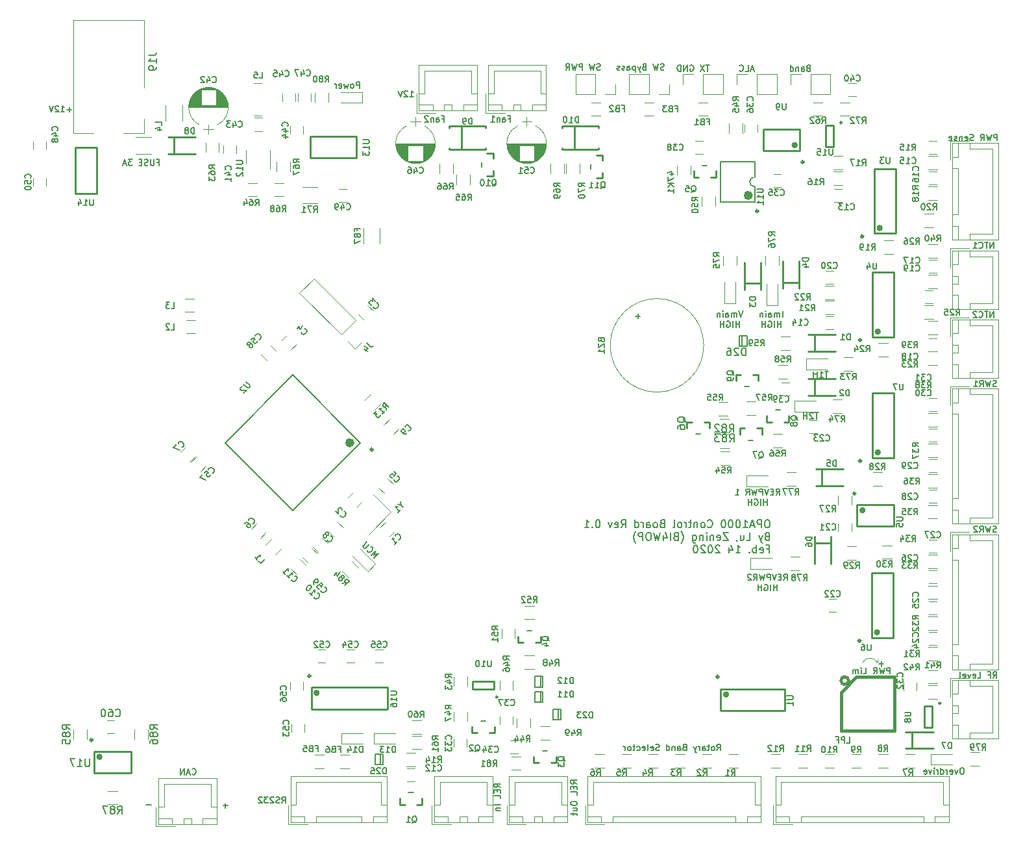
<source format=gbr>
%TF.GenerationSoftware,KiCad,Pcbnew,(5.1.4)-1*%
%TF.CreationDate,2020-11-06T00:10:57+08:00*%
%TF.ProjectId,MCU,4d43552e-6b69-4636-9164-5f7063625858,rev?*%
%TF.SameCoordinates,Original*%
%TF.FileFunction,Legend,Bot*%
%TF.FilePolarity,Positive*%
%FSLAX46Y46*%
G04 Gerber Fmt 4.6, Leading zero omitted, Abs format (unit mm)*
G04 Created by KiCad (PCBNEW (5.1.4)-1) date 2020-11-06 00:10:57*
%MOMM*%
%LPD*%
G04 APERTURE LIST*
%ADD10C,0.150000*%
%ADD11C,0.120000*%
%ADD12C,0.200000*%
%ADD13C,0.254000*%
%ADD14C,0.300000*%
%ADD15C,0.400000*%
%ADD16C,0.250000*%
%ADD17C,0.600000*%
%ADD18C,0.381000*%
G04 APERTURE END LIST*
D10*
X48004761Y-117307142D02*
X47395238Y-117307142D01*
X47700000Y-117611904D02*
X47700000Y-117002380D01*
X38004761Y-117207142D02*
X37395238Y-117207142D01*
X43364285Y-113185714D02*
X43402380Y-113223809D01*
X43516666Y-113261904D01*
X43592857Y-113261904D01*
X43707142Y-113223809D01*
X43783333Y-113147619D01*
X43821428Y-113071428D01*
X43859523Y-112919047D01*
X43859523Y-112804761D01*
X43821428Y-112652380D01*
X43783333Y-112576190D01*
X43707142Y-112500000D01*
X43592857Y-112461904D01*
X43516666Y-112461904D01*
X43402380Y-112500000D01*
X43364285Y-112538095D01*
X43059523Y-113033333D02*
X42678571Y-113033333D01*
X43135714Y-113261904D02*
X42869047Y-112461904D01*
X42602380Y-113261904D01*
X42335714Y-113261904D02*
X42335714Y-112461904D01*
X41878571Y-113261904D01*
X41878571Y-112461904D01*
X118473928Y-80052380D02*
X118283452Y-80052380D01*
X118188214Y-80100000D01*
X118092976Y-80195238D01*
X118045357Y-80385714D01*
X118045357Y-80719047D01*
X118092976Y-80909523D01*
X118188214Y-81004761D01*
X118283452Y-81052380D01*
X118473928Y-81052380D01*
X118569166Y-81004761D01*
X118664404Y-80909523D01*
X118712023Y-80719047D01*
X118712023Y-80385714D01*
X118664404Y-80195238D01*
X118569166Y-80100000D01*
X118473928Y-80052380D01*
X117616785Y-81052380D02*
X117616785Y-80052380D01*
X117235833Y-80052380D01*
X117140595Y-80100000D01*
X117092976Y-80147619D01*
X117045357Y-80242857D01*
X117045357Y-80385714D01*
X117092976Y-80480952D01*
X117140595Y-80528571D01*
X117235833Y-80576190D01*
X117616785Y-80576190D01*
X116664404Y-80766666D02*
X116188214Y-80766666D01*
X116759642Y-81052380D02*
X116426309Y-80052380D01*
X116092976Y-81052380D01*
X115235833Y-81052380D02*
X115807261Y-81052380D01*
X115521547Y-81052380D02*
X115521547Y-80052380D01*
X115616785Y-80195238D01*
X115712023Y-80290476D01*
X115807261Y-80338095D01*
X114616785Y-80052380D02*
X114521547Y-80052380D01*
X114426309Y-80100000D01*
X114378690Y-80147619D01*
X114331071Y-80242857D01*
X114283452Y-80433333D01*
X114283452Y-80671428D01*
X114331071Y-80861904D01*
X114378690Y-80957142D01*
X114426309Y-81004761D01*
X114521547Y-81052380D01*
X114616785Y-81052380D01*
X114712023Y-81004761D01*
X114759642Y-80957142D01*
X114807261Y-80861904D01*
X114854880Y-80671428D01*
X114854880Y-80433333D01*
X114807261Y-80242857D01*
X114759642Y-80147619D01*
X114712023Y-80100000D01*
X114616785Y-80052380D01*
X113664404Y-80052380D02*
X113569166Y-80052380D01*
X113473928Y-80100000D01*
X113426309Y-80147619D01*
X113378690Y-80242857D01*
X113331071Y-80433333D01*
X113331071Y-80671428D01*
X113378690Y-80861904D01*
X113426309Y-80957142D01*
X113473928Y-81004761D01*
X113569166Y-81052380D01*
X113664404Y-81052380D01*
X113759642Y-81004761D01*
X113807261Y-80957142D01*
X113854880Y-80861904D01*
X113902500Y-80671428D01*
X113902500Y-80433333D01*
X113854880Y-80242857D01*
X113807261Y-80147619D01*
X113759642Y-80100000D01*
X113664404Y-80052380D01*
X112712023Y-80052380D02*
X112616785Y-80052380D01*
X112521547Y-80100000D01*
X112473928Y-80147619D01*
X112426309Y-80242857D01*
X112378690Y-80433333D01*
X112378690Y-80671428D01*
X112426309Y-80861904D01*
X112473928Y-80957142D01*
X112521547Y-81004761D01*
X112616785Y-81052380D01*
X112712023Y-81052380D01*
X112807261Y-81004761D01*
X112854880Y-80957142D01*
X112902500Y-80861904D01*
X112950119Y-80671428D01*
X112950119Y-80433333D01*
X112902500Y-80242857D01*
X112854880Y-80147619D01*
X112807261Y-80100000D01*
X112712023Y-80052380D01*
X110616785Y-80957142D02*
X110664404Y-81004761D01*
X110807261Y-81052380D01*
X110902500Y-81052380D01*
X111045357Y-81004761D01*
X111140595Y-80909523D01*
X111188214Y-80814285D01*
X111235833Y-80623809D01*
X111235833Y-80480952D01*
X111188214Y-80290476D01*
X111140595Y-80195238D01*
X111045357Y-80100000D01*
X110902500Y-80052380D01*
X110807261Y-80052380D01*
X110664404Y-80100000D01*
X110616785Y-80147619D01*
X110045357Y-81052380D02*
X110140595Y-81004761D01*
X110188214Y-80957142D01*
X110235833Y-80861904D01*
X110235833Y-80576190D01*
X110188214Y-80480952D01*
X110140595Y-80433333D01*
X110045357Y-80385714D01*
X109902500Y-80385714D01*
X109807261Y-80433333D01*
X109759642Y-80480952D01*
X109712023Y-80576190D01*
X109712023Y-80861904D01*
X109759642Y-80957142D01*
X109807261Y-81004761D01*
X109902500Y-81052380D01*
X110045357Y-81052380D01*
X109283452Y-80385714D02*
X109283452Y-81052380D01*
X109283452Y-80480952D02*
X109235833Y-80433333D01*
X109140595Y-80385714D01*
X108997738Y-80385714D01*
X108902500Y-80433333D01*
X108854880Y-80528571D01*
X108854880Y-81052380D01*
X108521547Y-80385714D02*
X108140595Y-80385714D01*
X108378690Y-80052380D02*
X108378690Y-80909523D01*
X108331071Y-81004761D01*
X108235833Y-81052380D01*
X108140595Y-81052380D01*
X107807261Y-81052380D02*
X107807261Y-80385714D01*
X107807261Y-80576190D02*
X107759642Y-80480952D01*
X107712023Y-80433333D01*
X107616785Y-80385714D01*
X107521547Y-80385714D01*
X107045357Y-81052380D02*
X107140595Y-81004761D01*
X107188214Y-80957142D01*
X107235833Y-80861904D01*
X107235833Y-80576190D01*
X107188214Y-80480952D01*
X107140595Y-80433333D01*
X107045357Y-80385714D01*
X106902500Y-80385714D01*
X106807261Y-80433333D01*
X106759642Y-80480952D01*
X106712023Y-80576190D01*
X106712023Y-80861904D01*
X106759642Y-80957142D01*
X106807261Y-81004761D01*
X106902500Y-81052380D01*
X107045357Y-81052380D01*
X106140595Y-81052380D02*
X106235833Y-81004761D01*
X106283452Y-80909523D01*
X106283452Y-80052380D01*
X104664404Y-80528571D02*
X104521547Y-80576190D01*
X104473928Y-80623809D01*
X104426309Y-80719047D01*
X104426309Y-80861904D01*
X104473928Y-80957142D01*
X104521547Y-81004761D01*
X104616785Y-81052380D01*
X104997738Y-81052380D01*
X104997738Y-80052380D01*
X104664404Y-80052380D01*
X104569166Y-80100000D01*
X104521547Y-80147619D01*
X104473928Y-80242857D01*
X104473928Y-80338095D01*
X104521547Y-80433333D01*
X104569166Y-80480952D01*
X104664404Y-80528571D01*
X104997738Y-80528571D01*
X103854880Y-81052380D02*
X103950119Y-81004761D01*
X103997738Y-80957142D01*
X104045357Y-80861904D01*
X104045357Y-80576190D01*
X103997738Y-80480952D01*
X103950119Y-80433333D01*
X103854880Y-80385714D01*
X103712023Y-80385714D01*
X103616785Y-80433333D01*
X103569166Y-80480952D01*
X103521547Y-80576190D01*
X103521547Y-80861904D01*
X103569166Y-80957142D01*
X103616785Y-81004761D01*
X103712023Y-81052380D01*
X103854880Y-81052380D01*
X102664404Y-81052380D02*
X102664404Y-80528571D01*
X102712023Y-80433333D01*
X102807261Y-80385714D01*
X102997738Y-80385714D01*
X103092976Y-80433333D01*
X102664404Y-81004761D02*
X102759642Y-81052380D01*
X102997738Y-81052380D01*
X103092976Y-81004761D01*
X103140595Y-80909523D01*
X103140595Y-80814285D01*
X103092976Y-80719047D01*
X102997738Y-80671428D01*
X102759642Y-80671428D01*
X102664404Y-80623809D01*
X102188214Y-81052380D02*
X102188214Y-80385714D01*
X102188214Y-80576190D02*
X102140595Y-80480952D01*
X102092976Y-80433333D01*
X101997738Y-80385714D01*
X101902500Y-80385714D01*
X101140595Y-81052380D02*
X101140595Y-80052380D01*
X101140595Y-81004761D02*
X101235833Y-81052380D01*
X101426309Y-81052380D01*
X101521547Y-81004761D01*
X101569166Y-80957142D01*
X101616785Y-80861904D01*
X101616785Y-80576190D01*
X101569166Y-80480952D01*
X101521547Y-80433333D01*
X101426309Y-80385714D01*
X101235833Y-80385714D01*
X101140595Y-80433333D01*
X99331071Y-81052380D02*
X99664404Y-80576190D01*
X99902500Y-81052380D02*
X99902500Y-80052380D01*
X99521547Y-80052380D01*
X99426309Y-80100000D01*
X99378690Y-80147619D01*
X99331071Y-80242857D01*
X99331071Y-80385714D01*
X99378690Y-80480952D01*
X99426309Y-80528571D01*
X99521547Y-80576190D01*
X99902500Y-80576190D01*
X98521547Y-81004761D02*
X98616785Y-81052380D01*
X98807261Y-81052380D01*
X98902500Y-81004761D01*
X98950119Y-80909523D01*
X98950119Y-80528571D01*
X98902500Y-80433333D01*
X98807261Y-80385714D01*
X98616785Y-80385714D01*
X98521547Y-80433333D01*
X98473928Y-80528571D01*
X98473928Y-80623809D01*
X98950119Y-80719047D01*
X98140595Y-80385714D02*
X97902500Y-81052380D01*
X97664404Y-80385714D01*
X96331071Y-80052380D02*
X96235833Y-80052380D01*
X96140595Y-80100000D01*
X96092976Y-80147619D01*
X96045357Y-80242857D01*
X95997738Y-80433333D01*
X95997738Y-80671428D01*
X96045357Y-80861904D01*
X96092976Y-80957142D01*
X96140595Y-81004761D01*
X96235833Y-81052380D01*
X96331071Y-81052380D01*
X96426309Y-81004761D01*
X96473928Y-80957142D01*
X96521547Y-80861904D01*
X96569166Y-80671428D01*
X96569166Y-80433333D01*
X96521547Y-80242857D01*
X96473928Y-80147619D01*
X96426309Y-80100000D01*
X96331071Y-80052380D01*
X95569166Y-80957142D02*
X95521547Y-81004761D01*
X95569166Y-81052380D01*
X95616785Y-81004761D01*
X95569166Y-80957142D01*
X95569166Y-81052380D01*
X94569166Y-81052380D02*
X95140595Y-81052380D01*
X94854880Y-81052380D02*
X94854880Y-80052380D01*
X94950119Y-80195238D01*
X95045357Y-80290476D01*
X95140595Y-80338095D01*
X118331071Y-82178571D02*
X118188214Y-82226190D01*
X118140595Y-82273809D01*
X118092976Y-82369047D01*
X118092976Y-82511904D01*
X118140595Y-82607142D01*
X118188214Y-82654761D01*
X118283452Y-82702380D01*
X118664404Y-82702380D01*
X118664404Y-81702380D01*
X118331071Y-81702380D01*
X118235833Y-81750000D01*
X118188214Y-81797619D01*
X118140595Y-81892857D01*
X118140595Y-81988095D01*
X118188214Y-82083333D01*
X118235833Y-82130952D01*
X118331071Y-82178571D01*
X118664404Y-82178571D01*
X117759642Y-82035714D02*
X117521547Y-82702380D01*
X117283452Y-82035714D02*
X117521547Y-82702380D01*
X117616785Y-82940476D01*
X117664404Y-82988095D01*
X117759642Y-83035714D01*
X115664404Y-82702380D02*
X116140595Y-82702380D01*
X116140595Y-81702380D01*
X114902500Y-82035714D02*
X114902500Y-82702380D01*
X115331071Y-82035714D02*
X115331071Y-82559523D01*
X115283452Y-82654761D01*
X115188214Y-82702380D01*
X115045357Y-82702380D01*
X114950119Y-82654761D01*
X114902500Y-82607142D01*
X114378690Y-82654761D02*
X114378690Y-82702380D01*
X114426309Y-82797619D01*
X114473928Y-82845238D01*
X113283452Y-81702380D02*
X112616785Y-81702380D01*
X113283452Y-82702380D01*
X112616785Y-82702380D01*
X111854880Y-82654761D02*
X111950119Y-82702380D01*
X112140595Y-82702380D01*
X112235833Y-82654761D01*
X112283452Y-82559523D01*
X112283452Y-82178571D01*
X112235833Y-82083333D01*
X112140595Y-82035714D01*
X111950119Y-82035714D01*
X111854880Y-82083333D01*
X111807261Y-82178571D01*
X111807261Y-82273809D01*
X112283452Y-82369047D01*
X111378690Y-82035714D02*
X111378690Y-82702380D01*
X111378690Y-82130952D02*
X111331071Y-82083333D01*
X111235833Y-82035714D01*
X111092976Y-82035714D01*
X110997738Y-82083333D01*
X110950119Y-82178571D01*
X110950119Y-82702380D01*
X110473928Y-82702380D02*
X110473928Y-82035714D01*
X110473928Y-81702380D02*
X110521547Y-81750000D01*
X110473928Y-81797619D01*
X110426309Y-81750000D01*
X110473928Y-81702380D01*
X110473928Y-81797619D01*
X109997738Y-82035714D02*
X109997738Y-82702380D01*
X109997738Y-82130952D02*
X109950119Y-82083333D01*
X109854880Y-82035714D01*
X109712023Y-82035714D01*
X109616785Y-82083333D01*
X109569166Y-82178571D01*
X109569166Y-82702380D01*
X108664404Y-82035714D02*
X108664404Y-82845238D01*
X108712023Y-82940476D01*
X108759642Y-82988095D01*
X108854880Y-83035714D01*
X108997738Y-83035714D01*
X109092976Y-82988095D01*
X108664404Y-82654761D02*
X108759642Y-82702380D01*
X108950119Y-82702380D01*
X109045357Y-82654761D01*
X109092976Y-82607142D01*
X109140595Y-82511904D01*
X109140595Y-82226190D01*
X109092976Y-82130952D01*
X109045357Y-82083333D01*
X108950119Y-82035714D01*
X108759642Y-82035714D01*
X108664404Y-82083333D01*
X107140595Y-83083333D02*
X107188214Y-83035714D01*
X107283452Y-82892857D01*
X107331071Y-82797619D01*
X107378690Y-82654761D01*
X107426309Y-82416666D01*
X107426309Y-82226190D01*
X107378690Y-81988095D01*
X107331071Y-81845238D01*
X107283452Y-81750000D01*
X107188214Y-81607142D01*
X107140595Y-81559523D01*
X106426309Y-82178571D02*
X106283452Y-82226190D01*
X106235833Y-82273809D01*
X106188214Y-82369047D01*
X106188214Y-82511904D01*
X106235833Y-82607142D01*
X106283452Y-82654761D01*
X106378690Y-82702380D01*
X106759642Y-82702380D01*
X106759642Y-81702380D01*
X106426309Y-81702380D01*
X106331071Y-81750000D01*
X106283452Y-81797619D01*
X106235833Y-81892857D01*
X106235833Y-81988095D01*
X106283452Y-82083333D01*
X106331071Y-82130952D01*
X106426309Y-82178571D01*
X106759642Y-82178571D01*
X105759642Y-82702380D02*
X105759642Y-81702380D01*
X104854880Y-82035714D02*
X104854880Y-82702380D01*
X105092976Y-81654761D02*
X105331071Y-82369047D01*
X104712023Y-82369047D01*
X104426309Y-81702380D02*
X104188214Y-82702380D01*
X103997738Y-81988095D01*
X103807261Y-82702380D01*
X103569166Y-81702380D01*
X102997738Y-81702380D02*
X102807261Y-81702380D01*
X102712023Y-81750000D01*
X102616785Y-81845238D01*
X102569166Y-82035714D01*
X102569166Y-82369047D01*
X102616785Y-82559523D01*
X102712023Y-82654761D01*
X102807261Y-82702380D01*
X102997738Y-82702380D01*
X103092976Y-82654761D01*
X103188214Y-82559523D01*
X103235833Y-82369047D01*
X103235833Y-82035714D01*
X103188214Y-81845238D01*
X103092976Y-81750000D01*
X102997738Y-81702380D01*
X102140595Y-82702380D02*
X102140595Y-81702380D01*
X101759642Y-81702380D01*
X101664404Y-81750000D01*
X101616785Y-81797619D01*
X101569166Y-81892857D01*
X101569166Y-82035714D01*
X101616785Y-82130952D01*
X101664404Y-82178571D01*
X101759642Y-82226190D01*
X102140595Y-82226190D01*
X101235833Y-83083333D02*
X101188214Y-83035714D01*
X101092976Y-82892857D01*
X101045357Y-82797619D01*
X100997738Y-82654761D01*
X100950119Y-82416666D01*
X100950119Y-82226190D01*
X100997738Y-81988095D01*
X101045357Y-81845238D01*
X101092976Y-81750000D01*
X101188214Y-81607142D01*
X101235833Y-81559523D01*
X118331071Y-83828571D02*
X118664404Y-83828571D01*
X118664404Y-84352380D02*
X118664404Y-83352380D01*
X118188214Y-83352380D01*
X117426309Y-84304761D02*
X117521547Y-84352380D01*
X117712023Y-84352380D01*
X117807261Y-84304761D01*
X117854880Y-84209523D01*
X117854880Y-83828571D01*
X117807261Y-83733333D01*
X117712023Y-83685714D01*
X117521547Y-83685714D01*
X117426309Y-83733333D01*
X117378690Y-83828571D01*
X117378690Y-83923809D01*
X117854880Y-84019047D01*
X116950119Y-84352380D02*
X116950119Y-83352380D01*
X116950119Y-83733333D02*
X116854880Y-83685714D01*
X116664404Y-83685714D01*
X116569166Y-83733333D01*
X116521547Y-83780952D01*
X116473928Y-83876190D01*
X116473928Y-84161904D01*
X116521547Y-84257142D01*
X116569166Y-84304761D01*
X116664404Y-84352380D01*
X116854880Y-84352380D01*
X116950119Y-84304761D01*
X116045357Y-84257142D02*
X115997738Y-84304761D01*
X116045357Y-84352380D01*
X116092976Y-84304761D01*
X116045357Y-84257142D01*
X116045357Y-84352380D01*
X114283452Y-84352380D02*
X114854880Y-84352380D01*
X114569166Y-84352380D02*
X114569166Y-83352380D01*
X114664404Y-83495238D01*
X114759642Y-83590476D01*
X114854880Y-83638095D01*
X113426309Y-83685714D02*
X113426309Y-84352380D01*
X113664404Y-83304761D02*
X113902500Y-84019047D01*
X113283452Y-84019047D01*
X112188214Y-83447619D02*
X112140595Y-83400000D01*
X112045357Y-83352380D01*
X111807261Y-83352380D01*
X111712023Y-83400000D01*
X111664404Y-83447619D01*
X111616785Y-83542857D01*
X111616785Y-83638095D01*
X111664404Y-83780952D01*
X112235833Y-84352380D01*
X111616785Y-84352380D01*
X110997738Y-83352380D02*
X110902500Y-83352380D01*
X110807261Y-83400000D01*
X110759642Y-83447619D01*
X110712023Y-83542857D01*
X110664404Y-83733333D01*
X110664404Y-83971428D01*
X110712023Y-84161904D01*
X110759642Y-84257142D01*
X110807261Y-84304761D01*
X110902500Y-84352380D01*
X110997738Y-84352380D01*
X111092976Y-84304761D01*
X111140595Y-84257142D01*
X111188214Y-84161904D01*
X111235833Y-83971428D01*
X111235833Y-83733333D01*
X111188214Y-83542857D01*
X111140595Y-83447619D01*
X111092976Y-83400000D01*
X110997738Y-83352380D01*
X110283452Y-83447619D02*
X110235833Y-83400000D01*
X110140595Y-83352380D01*
X109902500Y-83352380D01*
X109807261Y-83400000D01*
X109759642Y-83447619D01*
X109712023Y-83542857D01*
X109712023Y-83638095D01*
X109759642Y-83780952D01*
X110331071Y-84352380D01*
X109712023Y-84352380D01*
X109092976Y-83352380D02*
X108997738Y-83352380D01*
X108902500Y-83400000D01*
X108854880Y-83447619D01*
X108807261Y-83542857D01*
X108759642Y-83733333D01*
X108759642Y-83971428D01*
X108807261Y-84161904D01*
X108854880Y-84257142D01*
X108902500Y-84304761D01*
X108997738Y-84352380D01*
X109092976Y-84352380D01*
X109188214Y-84304761D01*
X109235833Y-84257142D01*
X109283452Y-84161904D01*
X109331071Y-83971428D01*
X109331071Y-83733333D01*
X109283452Y-83542857D01*
X109235833Y-83447619D01*
X109188214Y-83400000D01*
X109092976Y-83352380D01*
X143848336Y-112374036D02*
X143695955Y-112374036D01*
X143619765Y-112412132D01*
X143543574Y-112488322D01*
X143505479Y-112640703D01*
X143505479Y-112907370D01*
X143543574Y-113059751D01*
X143619765Y-113135941D01*
X143695955Y-113174036D01*
X143848336Y-113174036D01*
X143924527Y-113135941D01*
X144000717Y-113059751D01*
X144038812Y-112907370D01*
X144038812Y-112640703D01*
X144000717Y-112488322D01*
X143924527Y-112412132D01*
X143848336Y-112374036D01*
X143238812Y-112640703D02*
X143048336Y-113174036D01*
X142857860Y-112640703D01*
X142248336Y-113135941D02*
X142324527Y-113174036D01*
X142476908Y-113174036D01*
X142553098Y-113135941D01*
X142591193Y-113059751D01*
X142591193Y-112754989D01*
X142553098Y-112678798D01*
X142476908Y-112640703D01*
X142324527Y-112640703D01*
X142248336Y-112678798D01*
X142210241Y-112754989D01*
X142210241Y-112831179D01*
X142591193Y-112907370D01*
X141867384Y-113174036D02*
X141867384Y-112640703D01*
X141867384Y-112793084D02*
X141829288Y-112716893D01*
X141791193Y-112678798D01*
X141715003Y-112640703D01*
X141638812Y-112640703D01*
X141029289Y-113174036D02*
X141029289Y-112374036D01*
X141029289Y-113135941D02*
X141105479Y-113174036D01*
X141257860Y-113174036D01*
X141334050Y-113135941D01*
X141372146Y-113097846D01*
X141410241Y-113021655D01*
X141410241Y-112793084D01*
X141372146Y-112716893D01*
X141334050Y-112678798D01*
X141257860Y-112640703D01*
X141105479Y-112640703D01*
X141029289Y-112678798D01*
X140648336Y-113174036D02*
X140648336Y-112640703D01*
X140648336Y-112793084D02*
X140610241Y-112716893D01*
X140572146Y-112678798D01*
X140495955Y-112640703D01*
X140419765Y-112640703D01*
X140153098Y-113174036D02*
X140153098Y-112640703D01*
X140153098Y-112374036D02*
X140191193Y-112412132D01*
X140153098Y-112450227D01*
X140115003Y-112412132D01*
X140153098Y-112374036D01*
X140153098Y-112450227D01*
X139848336Y-112640703D02*
X139657860Y-113174036D01*
X139467384Y-112640703D01*
X138857860Y-113135941D02*
X138934050Y-113174036D01*
X139086431Y-113174036D01*
X139162622Y-113135941D01*
X139200717Y-113059751D01*
X139200717Y-112754989D01*
X139162622Y-112678798D01*
X139086431Y-112640703D01*
X138934050Y-112640703D01*
X138857860Y-112678798D01*
X138819765Y-112754989D01*
X138819765Y-112831179D01*
X139200717Y-112907370D01*
X120524527Y-87899036D02*
X120791193Y-87518084D01*
X120981669Y-87899036D02*
X120981669Y-87099036D01*
X120676908Y-87099036D01*
X120600717Y-87137132D01*
X120562622Y-87175227D01*
X120524527Y-87251417D01*
X120524527Y-87365703D01*
X120562622Y-87441893D01*
X120600717Y-87479989D01*
X120676908Y-87518084D01*
X120981669Y-87518084D01*
X120181669Y-87479989D02*
X119915003Y-87479989D01*
X119800717Y-87899036D02*
X120181669Y-87899036D01*
X120181669Y-87099036D01*
X119800717Y-87099036D01*
X119572146Y-87099036D02*
X119305479Y-87899036D01*
X119038812Y-87099036D01*
X118772146Y-87899036D02*
X118772146Y-87099036D01*
X118467384Y-87099036D01*
X118391193Y-87137132D01*
X118353098Y-87175227D01*
X118315003Y-87251417D01*
X118315003Y-87365703D01*
X118353098Y-87441893D01*
X118391193Y-87479989D01*
X118467384Y-87518084D01*
X118772146Y-87518084D01*
X118048336Y-87099036D02*
X117857860Y-87899036D01*
X117705479Y-87327608D01*
X117553098Y-87899036D01*
X117362622Y-87099036D01*
X116600717Y-87899036D02*
X116867384Y-87518084D01*
X117057860Y-87899036D02*
X117057860Y-87099036D01*
X116753098Y-87099036D01*
X116676908Y-87137132D01*
X116638812Y-87175227D01*
X116600717Y-87251417D01*
X116600717Y-87365703D01*
X116638812Y-87441893D01*
X116676908Y-87479989D01*
X116753098Y-87518084D01*
X117057860Y-87518084D01*
X116295955Y-87175227D02*
X116257860Y-87137132D01*
X116181669Y-87099036D01*
X115991193Y-87099036D01*
X115915003Y-87137132D01*
X115876908Y-87175227D01*
X115838812Y-87251417D01*
X115838812Y-87327608D01*
X115876908Y-87441893D01*
X116334050Y-87899036D01*
X115838812Y-87899036D01*
X119667384Y-89249036D02*
X119667384Y-88449036D01*
X119667384Y-88829989D02*
X119210241Y-88829989D01*
X119210241Y-89249036D02*
X119210241Y-88449036D01*
X118829289Y-89249036D02*
X118829289Y-88449036D01*
X118029289Y-88487132D02*
X118105479Y-88449036D01*
X118219765Y-88449036D01*
X118334050Y-88487132D01*
X118410241Y-88563322D01*
X118448336Y-88639512D01*
X118486431Y-88791893D01*
X118486431Y-88906179D01*
X118448336Y-89058560D01*
X118410241Y-89134751D01*
X118334050Y-89210941D01*
X118219765Y-89249036D01*
X118143574Y-89249036D01*
X118029289Y-89210941D01*
X117991193Y-89172846D01*
X117991193Y-88906179D01*
X118143574Y-88906179D01*
X117648336Y-89249036D02*
X117648336Y-88449036D01*
X117648336Y-88829989D02*
X117191193Y-88829989D01*
X117191193Y-89249036D02*
X117191193Y-88449036D01*
X119529289Y-76799036D02*
X119795955Y-76418084D01*
X119986431Y-76799036D02*
X119986431Y-75999036D01*
X119681669Y-75999036D01*
X119605479Y-76037132D01*
X119567384Y-76075227D01*
X119529289Y-76151417D01*
X119529289Y-76265703D01*
X119567384Y-76341893D01*
X119605479Y-76379989D01*
X119681669Y-76418084D01*
X119986431Y-76418084D01*
X119186431Y-76379989D02*
X118919765Y-76379989D01*
X118805479Y-76799036D02*
X119186431Y-76799036D01*
X119186431Y-75999036D01*
X118805479Y-75999036D01*
X118576908Y-75999036D02*
X118310241Y-76799036D01*
X118043574Y-75999036D01*
X117776908Y-76799036D02*
X117776908Y-75999036D01*
X117472146Y-75999036D01*
X117395955Y-76037132D01*
X117357860Y-76075227D01*
X117319765Y-76151417D01*
X117319765Y-76265703D01*
X117357860Y-76341893D01*
X117395955Y-76379989D01*
X117472146Y-76418084D01*
X117776908Y-76418084D01*
X117053098Y-75999036D02*
X116862622Y-76799036D01*
X116710241Y-76227608D01*
X116557860Y-76799036D01*
X116367384Y-75999036D01*
X115605479Y-76799036D02*
X115872146Y-76418084D01*
X116062622Y-76799036D02*
X116062622Y-75999036D01*
X115757860Y-75999036D01*
X115681669Y-76037132D01*
X115643574Y-76075227D01*
X115605479Y-76151417D01*
X115605479Y-76265703D01*
X115643574Y-76341893D01*
X115681669Y-76379989D01*
X115757860Y-76418084D01*
X116062622Y-76418084D01*
X114234050Y-76799036D02*
X114691193Y-76799036D01*
X114462622Y-76799036D02*
X114462622Y-75999036D01*
X114538812Y-76113322D01*
X114615003Y-76189512D01*
X114691193Y-76227608D01*
X118367384Y-78149036D02*
X118367384Y-77349036D01*
X118367384Y-77729989D02*
X117910241Y-77729989D01*
X117910241Y-78149036D02*
X117910241Y-77349036D01*
X117529289Y-78149036D02*
X117529289Y-77349036D01*
X116729289Y-77387132D02*
X116805479Y-77349036D01*
X116919765Y-77349036D01*
X117034050Y-77387132D01*
X117110241Y-77463322D01*
X117148336Y-77539512D01*
X117186431Y-77691893D01*
X117186431Y-77806179D01*
X117148336Y-77958560D01*
X117110241Y-78034751D01*
X117034050Y-78110941D01*
X116919765Y-78149036D01*
X116843574Y-78149036D01*
X116729289Y-78110941D01*
X116691193Y-78072846D01*
X116691193Y-77806179D01*
X116843574Y-77806179D01*
X116348336Y-78149036D02*
X116348336Y-77349036D01*
X116348336Y-77729989D02*
X115891193Y-77729989D01*
X115891193Y-78149036D02*
X115891193Y-77349036D01*
X120376908Y-53599036D02*
X120376908Y-52799036D01*
X119995955Y-53599036D02*
X119995955Y-53065703D01*
X119995955Y-53141893D02*
X119957860Y-53103798D01*
X119881669Y-53065703D01*
X119767384Y-53065703D01*
X119691193Y-53103798D01*
X119653098Y-53179989D01*
X119653098Y-53599036D01*
X119653098Y-53179989D02*
X119615003Y-53103798D01*
X119538812Y-53065703D01*
X119424527Y-53065703D01*
X119348336Y-53103798D01*
X119310241Y-53179989D01*
X119310241Y-53599036D01*
X118586431Y-53599036D02*
X118586431Y-53179989D01*
X118624527Y-53103798D01*
X118700717Y-53065703D01*
X118853098Y-53065703D01*
X118929289Y-53103798D01*
X118586431Y-53560941D02*
X118662622Y-53599036D01*
X118853098Y-53599036D01*
X118929289Y-53560941D01*
X118967384Y-53484751D01*
X118967384Y-53408560D01*
X118929289Y-53332370D01*
X118853098Y-53294274D01*
X118662622Y-53294274D01*
X118586431Y-53256179D01*
X118205479Y-53599036D02*
X118205479Y-53065703D01*
X118205479Y-52799036D02*
X118243574Y-52837132D01*
X118205479Y-52875227D01*
X118167384Y-52837132D01*
X118205479Y-52799036D01*
X118205479Y-52875227D01*
X117824527Y-53065703D02*
X117824527Y-53599036D01*
X117824527Y-53141893D02*
X117786431Y-53103798D01*
X117710241Y-53065703D01*
X117595955Y-53065703D01*
X117519765Y-53103798D01*
X117481669Y-53179989D01*
X117481669Y-53599036D01*
X120167384Y-54949036D02*
X120167384Y-54149036D01*
X120167384Y-54529989D02*
X119710241Y-54529989D01*
X119710241Y-54949036D02*
X119710241Y-54149036D01*
X119329289Y-54949036D02*
X119329289Y-54149036D01*
X118529289Y-54187132D02*
X118605479Y-54149036D01*
X118719765Y-54149036D01*
X118834050Y-54187132D01*
X118910241Y-54263322D01*
X118948336Y-54339512D01*
X118986431Y-54491893D01*
X118986431Y-54606179D01*
X118948336Y-54758560D01*
X118910241Y-54834751D01*
X118834050Y-54910941D01*
X118719765Y-54949036D01*
X118643574Y-54949036D01*
X118529289Y-54910941D01*
X118491193Y-54872846D01*
X118491193Y-54606179D01*
X118643574Y-54606179D01*
X118148336Y-54949036D02*
X118148336Y-54149036D01*
X118148336Y-54529989D02*
X117691193Y-54529989D01*
X117691193Y-54949036D02*
X117691193Y-54149036D01*
X115214285Y-52786904D02*
X114947619Y-53586904D01*
X114680952Y-52786904D01*
X114414285Y-53586904D02*
X114414285Y-53053571D01*
X114414285Y-53129761D02*
X114376190Y-53091666D01*
X114300000Y-53053571D01*
X114185714Y-53053571D01*
X114109523Y-53091666D01*
X114071428Y-53167857D01*
X114071428Y-53586904D01*
X114071428Y-53167857D02*
X114033333Y-53091666D01*
X113957142Y-53053571D01*
X113842857Y-53053571D01*
X113766666Y-53091666D01*
X113728571Y-53167857D01*
X113728571Y-53586904D01*
X113004761Y-53586904D02*
X113004761Y-53167857D01*
X113042857Y-53091666D01*
X113119047Y-53053571D01*
X113271428Y-53053571D01*
X113347619Y-53091666D01*
X113004761Y-53548809D02*
X113080952Y-53586904D01*
X113271428Y-53586904D01*
X113347619Y-53548809D01*
X113385714Y-53472619D01*
X113385714Y-53396428D01*
X113347619Y-53320238D01*
X113271428Y-53282142D01*
X113080952Y-53282142D01*
X113004761Y-53244047D01*
X112623809Y-53586904D02*
X112623809Y-53053571D01*
X112623809Y-52786904D02*
X112661904Y-52825000D01*
X112623809Y-52863095D01*
X112585714Y-52825000D01*
X112623809Y-52786904D01*
X112623809Y-52863095D01*
X112242857Y-53053571D02*
X112242857Y-53586904D01*
X112242857Y-53129761D02*
X112204761Y-53091666D01*
X112128571Y-53053571D01*
X112014285Y-53053571D01*
X111938095Y-53091666D01*
X111900000Y-53167857D01*
X111900000Y-53586904D01*
X114738095Y-54936904D02*
X114738095Y-54136904D01*
X114738095Y-54517857D02*
X114280952Y-54517857D01*
X114280952Y-54936904D02*
X114280952Y-54136904D01*
X113900000Y-54936904D02*
X113900000Y-54136904D01*
X113100000Y-54175000D02*
X113176190Y-54136904D01*
X113290476Y-54136904D01*
X113404761Y-54175000D01*
X113480952Y-54251190D01*
X113519047Y-54327380D01*
X113557142Y-54479761D01*
X113557142Y-54594047D01*
X113519047Y-54746428D01*
X113480952Y-54822619D01*
X113404761Y-54898809D01*
X113290476Y-54936904D01*
X113214285Y-54936904D01*
X113100000Y-54898809D01*
X113061904Y-54860714D01*
X113061904Y-54594047D01*
X113214285Y-54594047D01*
X112719047Y-54936904D02*
X112719047Y-54136904D01*
X112719047Y-54517857D02*
X112261904Y-54517857D01*
X112261904Y-54936904D02*
X112261904Y-54136904D01*
X125057860Y-66074036D02*
X124600717Y-66074036D01*
X124829289Y-66874036D02*
X124829289Y-66074036D01*
X124372146Y-66150227D02*
X124334050Y-66112132D01*
X124257860Y-66074036D01*
X124067384Y-66074036D01*
X123991193Y-66112132D01*
X123953098Y-66150227D01*
X123915003Y-66226417D01*
X123915003Y-66302608D01*
X123953098Y-66416893D01*
X124410241Y-66874036D01*
X123915003Y-66874036D01*
X123572146Y-66874036D02*
X123572146Y-66074036D01*
X123572146Y-66454989D02*
X123115003Y-66454989D01*
X123115003Y-66874036D02*
X123115003Y-66074036D01*
X126357860Y-60674036D02*
X125900717Y-60674036D01*
X126129289Y-61474036D02*
X126129289Y-60674036D01*
X125215003Y-61474036D02*
X125672146Y-61474036D01*
X125443574Y-61474036D02*
X125443574Y-60674036D01*
X125519765Y-60788322D01*
X125595955Y-60864512D01*
X125672146Y-60902608D01*
X124872146Y-61474036D02*
X124872146Y-60674036D01*
X124872146Y-61054989D02*
X124415003Y-61054989D01*
X124415003Y-61474036D02*
X124415003Y-60674036D01*
X65210241Y-23774036D02*
X65210241Y-22974036D01*
X64905479Y-22974036D01*
X64829289Y-23012132D01*
X64791193Y-23050227D01*
X64753098Y-23126417D01*
X64753098Y-23240703D01*
X64791193Y-23316893D01*
X64829289Y-23354989D01*
X64905479Y-23393084D01*
X65210241Y-23393084D01*
X64295955Y-23774036D02*
X64372146Y-23735941D01*
X64410241Y-23697846D01*
X64448336Y-23621655D01*
X64448336Y-23393084D01*
X64410241Y-23316893D01*
X64372146Y-23278798D01*
X64295955Y-23240703D01*
X64181669Y-23240703D01*
X64105479Y-23278798D01*
X64067384Y-23316893D01*
X64029289Y-23393084D01*
X64029289Y-23621655D01*
X64067384Y-23697846D01*
X64105479Y-23735941D01*
X64181669Y-23774036D01*
X64295955Y-23774036D01*
X63762622Y-23240703D02*
X63610241Y-23774036D01*
X63457860Y-23393084D01*
X63305479Y-23774036D01*
X63153098Y-23240703D01*
X62543574Y-23735941D02*
X62619765Y-23774036D01*
X62772146Y-23774036D01*
X62848336Y-23735941D01*
X62886431Y-23659751D01*
X62886431Y-23354989D01*
X62848336Y-23278798D01*
X62772146Y-23240703D01*
X62619765Y-23240703D01*
X62543574Y-23278798D01*
X62505479Y-23354989D01*
X62505479Y-23431179D01*
X62886431Y-23507370D01*
X62162622Y-23774036D02*
X62162622Y-23240703D01*
X62162622Y-23393084D02*
X62124527Y-23316893D01*
X62086431Y-23278798D01*
X62010241Y-23240703D01*
X61934050Y-23240703D01*
X67111810Y-85023621D02*
X67677496Y-84457935D01*
X67084873Y-84673435D01*
X67300372Y-84080812D01*
X66734687Y-84646497D01*
X66195938Y-84000000D02*
X66195938Y-84053874D01*
X66249813Y-84161624D01*
X66303688Y-84215499D01*
X66411438Y-84269374D01*
X66519187Y-84269374D01*
X66600000Y-84242436D01*
X66734687Y-84161624D01*
X66815499Y-84080812D01*
X66896311Y-83946125D01*
X66923248Y-83865312D01*
X66923248Y-83757563D01*
X66869374Y-83649813D01*
X66815499Y-83595938D01*
X66707749Y-83542064D01*
X66653874Y-83542064D01*
X66465312Y-83245752D02*
X66007377Y-83703688D01*
X65926564Y-83730625D01*
X65872690Y-83730625D01*
X65791877Y-83703688D01*
X65684128Y-83595938D01*
X65657190Y-83515126D01*
X65657190Y-83461251D01*
X65684128Y-83380439D01*
X66142064Y-82922503D01*
X55076190Y-116961904D02*
X55342857Y-116580952D01*
X55533333Y-116961904D02*
X55533333Y-116161904D01*
X55228571Y-116161904D01*
X55152380Y-116200000D01*
X55114285Y-116238095D01*
X55076190Y-116314285D01*
X55076190Y-116428571D01*
X55114285Y-116504761D01*
X55152380Y-116542857D01*
X55228571Y-116580952D01*
X55533333Y-116580952D01*
X54771428Y-116923809D02*
X54657142Y-116961904D01*
X54466666Y-116961904D01*
X54390476Y-116923809D01*
X54352380Y-116885714D01*
X54314285Y-116809523D01*
X54314285Y-116733333D01*
X54352380Y-116657142D01*
X54390476Y-116619047D01*
X54466666Y-116580952D01*
X54619047Y-116542857D01*
X54695238Y-116504761D01*
X54733333Y-116466666D01*
X54771428Y-116390476D01*
X54771428Y-116314285D01*
X54733333Y-116238095D01*
X54695238Y-116200000D01*
X54619047Y-116161904D01*
X54428571Y-116161904D01*
X54314285Y-116200000D01*
X54009523Y-116238095D02*
X53971428Y-116200000D01*
X53895238Y-116161904D01*
X53704761Y-116161904D01*
X53628571Y-116200000D01*
X53590476Y-116238095D01*
X53552380Y-116314285D01*
X53552380Y-116390476D01*
X53590476Y-116504761D01*
X54047619Y-116961904D01*
X53552380Y-116961904D01*
X53285714Y-116161904D02*
X52790476Y-116161904D01*
X53057142Y-116466666D01*
X52942857Y-116466666D01*
X52866666Y-116504761D01*
X52828571Y-116542857D01*
X52790476Y-116619047D01*
X52790476Y-116809523D01*
X52828571Y-116885714D01*
X52866666Y-116923809D01*
X52942857Y-116961904D01*
X53171428Y-116961904D01*
X53247619Y-116923809D01*
X53285714Y-116885714D01*
X52485714Y-116238095D02*
X52447619Y-116200000D01*
X52371428Y-116161904D01*
X52180952Y-116161904D01*
X52104761Y-116200000D01*
X52066666Y-116238095D01*
X52028571Y-116314285D01*
X52028571Y-116390476D01*
X52066666Y-116504761D01*
X52523809Y-116961904D01*
X52028571Y-116961904D01*
X38826190Y-33442857D02*
X39092857Y-33442857D01*
X39092857Y-33861904D02*
X39092857Y-33061904D01*
X38711904Y-33061904D01*
X38407142Y-33061904D02*
X38407142Y-33709523D01*
X38369047Y-33785714D01*
X38330952Y-33823809D01*
X38254761Y-33861904D01*
X38102380Y-33861904D01*
X38026190Y-33823809D01*
X37988095Y-33785714D01*
X37950000Y-33709523D01*
X37950000Y-33061904D01*
X37607142Y-33823809D02*
X37492857Y-33861904D01*
X37302380Y-33861904D01*
X37226190Y-33823809D01*
X37188095Y-33785714D01*
X37150000Y-33709523D01*
X37150000Y-33633333D01*
X37188095Y-33557142D01*
X37226190Y-33519047D01*
X37302380Y-33480952D01*
X37454761Y-33442857D01*
X37530952Y-33404761D01*
X37569047Y-33366666D01*
X37607142Y-33290476D01*
X37607142Y-33214285D01*
X37569047Y-33138095D01*
X37530952Y-33100000D01*
X37454761Y-33061904D01*
X37264285Y-33061904D01*
X37150000Y-33100000D01*
X36807142Y-33442857D02*
X36540476Y-33442857D01*
X36426190Y-33861904D02*
X36807142Y-33861904D01*
X36807142Y-33061904D01*
X36426190Y-33061904D01*
X35550000Y-33061904D02*
X35054761Y-33061904D01*
X35321428Y-33366666D01*
X35207142Y-33366666D01*
X35130952Y-33404761D01*
X35092857Y-33442857D01*
X35054761Y-33519047D01*
X35054761Y-33709523D01*
X35092857Y-33785714D01*
X35130952Y-33823809D01*
X35207142Y-33861904D01*
X35435714Y-33861904D01*
X35511904Y-33823809D01*
X35550000Y-33785714D01*
X34750000Y-33633333D02*
X34369047Y-33633333D01*
X34826190Y-33861904D02*
X34559523Y-33061904D01*
X34292857Y-33861904D01*
X27659523Y-26557142D02*
X27050000Y-26557142D01*
X27354761Y-26861904D02*
X27354761Y-26252380D01*
X26250000Y-26861904D02*
X26707142Y-26861904D01*
X26478571Y-26861904D02*
X26478571Y-26061904D01*
X26554761Y-26176190D01*
X26630952Y-26252380D01*
X26707142Y-26290476D01*
X25945238Y-26138095D02*
X25907142Y-26100000D01*
X25830952Y-26061904D01*
X25640476Y-26061904D01*
X25564285Y-26100000D01*
X25526190Y-26138095D01*
X25488095Y-26214285D01*
X25488095Y-26290476D01*
X25526190Y-26404761D01*
X25983333Y-26861904D01*
X25488095Y-26861904D01*
X25259523Y-26061904D02*
X24992857Y-26861904D01*
X24726190Y-26061904D01*
X83561904Y-114904761D02*
X83180952Y-114638095D01*
X83561904Y-114447619D02*
X82761904Y-114447619D01*
X82761904Y-114752380D01*
X82800000Y-114828571D01*
X82838095Y-114866666D01*
X82914285Y-114904761D01*
X83028571Y-114904761D01*
X83104761Y-114866666D01*
X83142857Y-114828571D01*
X83180952Y-114752380D01*
X83180952Y-114447619D01*
X83142857Y-115247619D02*
X83142857Y-115514285D01*
X83561904Y-115628571D02*
X83561904Y-115247619D01*
X82761904Y-115247619D01*
X82761904Y-115628571D01*
X83561904Y-116352380D02*
X83561904Y-115971428D01*
X82761904Y-115971428D01*
X83561904Y-117228571D02*
X82761904Y-117228571D01*
X83028571Y-117609523D02*
X83561904Y-117609523D01*
X83104761Y-117609523D02*
X83066666Y-117647619D01*
X83028571Y-117723809D01*
X83028571Y-117838095D01*
X83066666Y-117914285D01*
X83142857Y-117952380D01*
X83561904Y-117952380D01*
X93561904Y-114447619D02*
X93180952Y-114180952D01*
X93561904Y-113990476D02*
X92761904Y-113990476D01*
X92761904Y-114295238D01*
X92800000Y-114371428D01*
X92838095Y-114409523D01*
X92914285Y-114447619D01*
X93028571Y-114447619D01*
X93104761Y-114409523D01*
X93142857Y-114371428D01*
X93180952Y-114295238D01*
X93180952Y-113990476D01*
X93142857Y-114790476D02*
X93142857Y-115057142D01*
X93561904Y-115171428D02*
X93561904Y-114790476D01*
X92761904Y-114790476D01*
X92761904Y-115171428D01*
X93561904Y-115895238D02*
X93561904Y-115514285D01*
X92761904Y-115514285D01*
X92761904Y-116923809D02*
X92761904Y-117076190D01*
X92800000Y-117152380D01*
X92876190Y-117228571D01*
X93028571Y-117266666D01*
X93295238Y-117266666D01*
X93447619Y-117228571D01*
X93523809Y-117152380D01*
X93561904Y-117076190D01*
X93561904Y-116923809D01*
X93523809Y-116847619D01*
X93447619Y-116771428D01*
X93295238Y-116733333D01*
X93028571Y-116733333D01*
X92876190Y-116771428D01*
X92800000Y-116847619D01*
X92761904Y-116923809D01*
X93028571Y-117952380D02*
X93561904Y-117952380D01*
X93028571Y-117609523D02*
X93447619Y-117609523D01*
X93523809Y-117647619D01*
X93561904Y-117723809D01*
X93561904Y-117838095D01*
X93523809Y-117914285D01*
X93485714Y-117952380D01*
X93028571Y-118219047D02*
X93028571Y-118523809D01*
X92761904Y-118333333D02*
X93447619Y-118333333D01*
X93523809Y-118371428D01*
X93561904Y-118447619D01*
X93561904Y-118523809D01*
D11*
X132788066Y-98665228D02*
X132500000Y-98500000D01*
X132788066Y-98665228D02*
X132750000Y-98250000D01*
D10*
X133554761Y-98807142D02*
X132945238Y-98807142D01*
X133250000Y-99111904D02*
X133250000Y-98502380D01*
D11*
X130750000Y-98750000D02*
G75*
G02X132788066Y-98665228I1038067J-415227D01*
G01*
D10*
X134419047Y-100111904D02*
X134419047Y-99311904D01*
X134114285Y-99311904D01*
X134038095Y-99350000D01*
X134000000Y-99388095D01*
X133961904Y-99464285D01*
X133961904Y-99578571D01*
X134000000Y-99654761D01*
X134038095Y-99692857D01*
X134114285Y-99730952D01*
X134419047Y-99730952D01*
X133695238Y-99311904D02*
X133504761Y-100111904D01*
X133352380Y-99540476D01*
X133200000Y-100111904D01*
X133009523Y-99311904D01*
X132247619Y-100111904D02*
X132514285Y-99730952D01*
X132704761Y-100111904D02*
X132704761Y-99311904D01*
X132400000Y-99311904D01*
X132323809Y-99350000D01*
X132285714Y-99388095D01*
X132247619Y-99464285D01*
X132247619Y-99578571D01*
X132285714Y-99654761D01*
X132323809Y-99692857D01*
X132400000Y-99730952D01*
X132704761Y-99730952D01*
X130914285Y-100111904D02*
X131295238Y-100111904D01*
X131295238Y-99311904D01*
X130647619Y-100111904D02*
X130647619Y-99578571D01*
X130647619Y-99311904D02*
X130685714Y-99350000D01*
X130647619Y-99388095D01*
X130609523Y-99350000D01*
X130647619Y-99311904D01*
X130647619Y-99388095D01*
X130266666Y-100111904D02*
X130266666Y-99578571D01*
X130266666Y-99654761D02*
X130228571Y-99616666D01*
X130152380Y-99578571D01*
X130038095Y-99578571D01*
X129961904Y-99616666D01*
X129923809Y-99692857D01*
X129923809Y-100111904D01*
X129923809Y-99692857D02*
X129885714Y-99616666D01*
X129809523Y-99578571D01*
X129695238Y-99578571D01*
X129619047Y-99616666D01*
X129580952Y-99692857D01*
X129580952Y-100111904D01*
X128745238Y-109111904D02*
X129126190Y-109111904D01*
X129126190Y-108311904D01*
X128478571Y-109111904D02*
X128478571Y-108311904D01*
X128173809Y-108311904D01*
X128097619Y-108350000D01*
X128059523Y-108388095D01*
X128021428Y-108464285D01*
X128021428Y-108578571D01*
X128059523Y-108654761D01*
X128097619Y-108692857D01*
X128173809Y-108730952D01*
X128478571Y-108730952D01*
X127411904Y-108692857D02*
X127678571Y-108692857D01*
X127678571Y-109111904D02*
X127678571Y-108311904D01*
X127297619Y-108311904D01*
X111809523Y-110111904D02*
X112076190Y-109730952D01*
X112266666Y-110111904D02*
X112266666Y-109311904D01*
X111961904Y-109311904D01*
X111885714Y-109350000D01*
X111847619Y-109388095D01*
X111809523Y-109464285D01*
X111809523Y-109578571D01*
X111847619Y-109654761D01*
X111885714Y-109692857D01*
X111961904Y-109730952D01*
X112266666Y-109730952D01*
X111352380Y-110111904D02*
X111428571Y-110073809D01*
X111466666Y-110035714D01*
X111504761Y-109959523D01*
X111504761Y-109730952D01*
X111466666Y-109654761D01*
X111428571Y-109616666D01*
X111352380Y-109578571D01*
X111238095Y-109578571D01*
X111161904Y-109616666D01*
X111123809Y-109654761D01*
X111085714Y-109730952D01*
X111085714Y-109959523D01*
X111123809Y-110035714D01*
X111161904Y-110073809D01*
X111238095Y-110111904D01*
X111352380Y-110111904D01*
X110857142Y-109578571D02*
X110552380Y-109578571D01*
X110742857Y-109311904D02*
X110742857Y-109997619D01*
X110704761Y-110073809D01*
X110628571Y-110111904D01*
X110552380Y-110111904D01*
X109942857Y-110111904D02*
X109942857Y-109692857D01*
X109980952Y-109616666D01*
X110057142Y-109578571D01*
X110209523Y-109578571D01*
X110285714Y-109616666D01*
X109942857Y-110073809D02*
X110019047Y-110111904D01*
X110209523Y-110111904D01*
X110285714Y-110073809D01*
X110323809Y-109997619D01*
X110323809Y-109921428D01*
X110285714Y-109845238D01*
X110209523Y-109807142D01*
X110019047Y-109807142D01*
X109942857Y-109769047D01*
X109561904Y-110111904D02*
X109561904Y-109578571D01*
X109561904Y-109730952D02*
X109523809Y-109654761D01*
X109485714Y-109616666D01*
X109409523Y-109578571D01*
X109333333Y-109578571D01*
X109142857Y-109578571D02*
X108952380Y-110111904D01*
X108761904Y-109578571D02*
X108952380Y-110111904D01*
X109028571Y-110302380D01*
X109066666Y-110340476D01*
X109142857Y-110378571D01*
X107580952Y-109692857D02*
X107466666Y-109730952D01*
X107428571Y-109769047D01*
X107390476Y-109845238D01*
X107390476Y-109959523D01*
X107428571Y-110035714D01*
X107466666Y-110073809D01*
X107542857Y-110111904D01*
X107847619Y-110111904D01*
X107847619Y-109311904D01*
X107580952Y-109311904D01*
X107504761Y-109350000D01*
X107466666Y-109388095D01*
X107428571Y-109464285D01*
X107428571Y-109540476D01*
X107466666Y-109616666D01*
X107504761Y-109654761D01*
X107580952Y-109692857D01*
X107847619Y-109692857D01*
X106704761Y-110111904D02*
X106704761Y-109692857D01*
X106742857Y-109616666D01*
X106819047Y-109578571D01*
X106971428Y-109578571D01*
X107047619Y-109616666D01*
X106704761Y-110073809D02*
X106780952Y-110111904D01*
X106971428Y-110111904D01*
X107047619Y-110073809D01*
X107085714Y-109997619D01*
X107085714Y-109921428D01*
X107047619Y-109845238D01*
X106971428Y-109807142D01*
X106780952Y-109807142D01*
X106704761Y-109769047D01*
X106323809Y-109578571D02*
X106323809Y-110111904D01*
X106323809Y-109654761D02*
X106285714Y-109616666D01*
X106209523Y-109578571D01*
X106095238Y-109578571D01*
X106019047Y-109616666D01*
X105980952Y-109692857D01*
X105980952Y-110111904D01*
X105257142Y-110111904D02*
X105257142Y-109311904D01*
X105257142Y-110073809D02*
X105333333Y-110111904D01*
X105485714Y-110111904D01*
X105561904Y-110073809D01*
X105600000Y-110035714D01*
X105638095Y-109959523D01*
X105638095Y-109730952D01*
X105600000Y-109654761D01*
X105561904Y-109616666D01*
X105485714Y-109578571D01*
X105333333Y-109578571D01*
X105257142Y-109616666D01*
X104304761Y-110073809D02*
X104190476Y-110111904D01*
X104000000Y-110111904D01*
X103923809Y-110073809D01*
X103885714Y-110035714D01*
X103847619Y-109959523D01*
X103847619Y-109883333D01*
X103885714Y-109807142D01*
X103923809Y-109769047D01*
X104000000Y-109730952D01*
X104152380Y-109692857D01*
X104228571Y-109654761D01*
X104266666Y-109616666D01*
X104304761Y-109540476D01*
X104304761Y-109464285D01*
X104266666Y-109388095D01*
X104228571Y-109350000D01*
X104152380Y-109311904D01*
X103961904Y-109311904D01*
X103847619Y-109350000D01*
X103200000Y-110073809D02*
X103276190Y-110111904D01*
X103428571Y-110111904D01*
X103504761Y-110073809D01*
X103542857Y-109997619D01*
X103542857Y-109692857D01*
X103504761Y-109616666D01*
X103428571Y-109578571D01*
X103276190Y-109578571D01*
X103200000Y-109616666D01*
X103161904Y-109692857D01*
X103161904Y-109769047D01*
X103542857Y-109845238D01*
X102704761Y-110111904D02*
X102780952Y-110073809D01*
X102819047Y-109997619D01*
X102819047Y-109311904D01*
X102095238Y-110073809D02*
X102171428Y-110111904D01*
X102323809Y-110111904D01*
X102400000Y-110073809D01*
X102438095Y-109997619D01*
X102438095Y-109692857D01*
X102400000Y-109616666D01*
X102323809Y-109578571D01*
X102171428Y-109578571D01*
X102095238Y-109616666D01*
X102057142Y-109692857D01*
X102057142Y-109769047D01*
X102438095Y-109845238D01*
X101371428Y-110073809D02*
X101447619Y-110111904D01*
X101600000Y-110111904D01*
X101676190Y-110073809D01*
X101714285Y-110035714D01*
X101752380Y-109959523D01*
X101752380Y-109730952D01*
X101714285Y-109654761D01*
X101676190Y-109616666D01*
X101600000Y-109578571D01*
X101447619Y-109578571D01*
X101371428Y-109616666D01*
X101142857Y-109578571D02*
X100838095Y-109578571D01*
X101028571Y-109311904D02*
X101028571Y-109997619D01*
X100990476Y-110073809D01*
X100914285Y-110111904D01*
X100838095Y-110111904D01*
X100457142Y-110111904D02*
X100533333Y-110073809D01*
X100571428Y-110035714D01*
X100609523Y-109959523D01*
X100609523Y-109730952D01*
X100571428Y-109654761D01*
X100533333Y-109616666D01*
X100457142Y-109578571D01*
X100342857Y-109578571D01*
X100266666Y-109616666D01*
X100228571Y-109654761D01*
X100190476Y-109730952D01*
X100190476Y-109959523D01*
X100228571Y-110035714D01*
X100266666Y-110073809D01*
X100342857Y-110111904D01*
X100457142Y-110111904D01*
X99847619Y-110111904D02*
X99847619Y-109578571D01*
X99847619Y-109730952D02*
X99809523Y-109654761D01*
X99771428Y-109616666D01*
X99695238Y-109578571D01*
X99619047Y-109578571D01*
X71770238Y-24911904D02*
X72227380Y-24911904D01*
X71998809Y-24911904D02*
X71998809Y-24111904D01*
X72075000Y-24226190D01*
X72151190Y-24302380D01*
X72227380Y-24340476D01*
X71465476Y-24188095D02*
X71427380Y-24150000D01*
X71351190Y-24111904D01*
X71160714Y-24111904D01*
X71084523Y-24150000D01*
X71046428Y-24188095D01*
X71008333Y-24264285D01*
X71008333Y-24340476D01*
X71046428Y-24454761D01*
X71503571Y-24911904D01*
X71008333Y-24911904D01*
X70779761Y-24111904D02*
X70513095Y-24911904D01*
X70246428Y-24111904D01*
X75990476Y-27742857D02*
X76257142Y-27742857D01*
X76257142Y-28161904D02*
X76257142Y-27361904D01*
X75876190Y-27361904D01*
X75228571Y-28161904D02*
X75228571Y-27742857D01*
X75266666Y-27666666D01*
X75342857Y-27628571D01*
X75495238Y-27628571D01*
X75571428Y-27666666D01*
X75228571Y-28123809D02*
X75304761Y-28161904D01*
X75495238Y-28161904D01*
X75571428Y-28123809D01*
X75609523Y-28047619D01*
X75609523Y-27971428D01*
X75571428Y-27895238D01*
X75495238Y-27857142D01*
X75304761Y-27857142D01*
X75228571Y-27819047D01*
X74847619Y-27628571D02*
X74847619Y-28161904D01*
X74847619Y-27704761D02*
X74809523Y-27666666D01*
X74733333Y-27628571D01*
X74619047Y-27628571D01*
X74542857Y-27666666D01*
X74504761Y-27742857D01*
X74504761Y-28161904D01*
X74161904Y-27438095D02*
X74123809Y-27400000D01*
X74047619Y-27361904D01*
X73857142Y-27361904D01*
X73780952Y-27400000D01*
X73742857Y-27438095D01*
X73704761Y-27514285D01*
X73704761Y-27590476D01*
X73742857Y-27704761D01*
X74200000Y-28161904D01*
X73704761Y-28161904D01*
X84615476Y-27742857D02*
X84882142Y-27742857D01*
X84882142Y-28161904D02*
X84882142Y-27361904D01*
X84501190Y-27361904D01*
X83853571Y-28161904D02*
X83853571Y-27742857D01*
X83891666Y-27666666D01*
X83967857Y-27628571D01*
X84120238Y-27628571D01*
X84196428Y-27666666D01*
X83853571Y-28123809D02*
X83929761Y-28161904D01*
X84120238Y-28161904D01*
X84196428Y-28123809D01*
X84234523Y-28047619D01*
X84234523Y-27971428D01*
X84196428Y-27895238D01*
X84120238Y-27857142D01*
X83929761Y-27857142D01*
X83853571Y-27819047D01*
X83472619Y-27628571D02*
X83472619Y-28161904D01*
X83472619Y-27704761D02*
X83434523Y-27666666D01*
X83358333Y-27628571D01*
X83244047Y-27628571D01*
X83167857Y-27666666D01*
X83129761Y-27742857D01*
X83129761Y-28161904D01*
X82329761Y-28161904D02*
X82786904Y-28161904D01*
X82558333Y-28161904D02*
X82558333Y-27361904D01*
X82634523Y-27476190D01*
X82710714Y-27552380D01*
X82786904Y-27590476D01*
X96597619Y-21373809D02*
X96483333Y-21411904D01*
X96292857Y-21411904D01*
X96216666Y-21373809D01*
X96178571Y-21335714D01*
X96140476Y-21259523D01*
X96140476Y-21183333D01*
X96178571Y-21107142D01*
X96216666Y-21069047D01*
X96292857Y-21030952D01*
X96445238Y-20992857D01*
X96521428Y-20954761D01*
X96559523Y-20916666D01*
X96597619Y-20840476D01*
X96597619Y-20764285D01*
X96559523Y-20688095D01*
X96521428Y-20650000D01*
X96445238Y-20611904D01*
X96254761Y-20611904D01*
X96140476Y-20650000D01*
X95873809Y-20611904D02*
X95683333Y-21411904D01*
X95530952Y-20840476D01*
X95378571Y-21411904D01*
X95188095Y-20611904D01*
X94273809Y-21411904D02*
X94273809Y-20611904D01*
X93969047Y-20611904D01*
X93892857Y-20650000D01*
X93854761Y-20688095D01*
X93816666Y-20764285D01*
X93816666Y-20878571D01*
X93854761Y-20954761D01*
X93892857Y-20992857D01*
X93969047Y-21030952D01*
X94273809Y-21030952D01*
X93550000Y-20611904D02*
X93359523Y-21411904D01*
X93207142Y-20840476D01*
X93054761Y-21411904D01*
X92864285Y-20611904D01*
X92102380Y-21411904D02*
X92369047Y-21030952D01*
X92559523Y-21411904D02*
X92559523Y-20611904D01*
X92254761Y-20611904D01*
X92178571Y-20650000D01*
X92140476Y-20688095D01*
X92102380Y-20764285D01*
X92102380Y-20878571D01*
X92140476Y-20954761D01*
X92178571Y-20992857D01*
X92254761Y-21030952D01*
X92559523Y-21030952D01*
X104916666Y-21373809D02*
X104802380Y-21411904D01*
X104611904Y-21411904D01*
X104535714Y-21373809D01*
X104497619Y-21335714D01*
X104459523Y-21259523D01*
X104459523Y-21183333D01*
X104497619Y-21107142D01*
X104535714Y-21069047D01*
X104611904Y-21030952D01*
X104764285Y-20992857D01*
X104840476Y-20954761D01*
X104878571Y-20916666D01*
X104916666Y-20840476D01*
X104916666Y-20764285D01*
X104878571Y-20688095D01*
X104840476Y-20650000D01*
X104764285Y-20611904D01*
X104573809Y-20611904D01*
X104459523Y-20650000D01*
X104192857Y-20611904D02*
X104002380Y-21411904D01*
X103850000Y-20840476D01*
X103697619Y-21411904D01*
X103507142Y-20611904D01*
X102326190Y-20992857D02*
X102211904Y-21030952D01*
X102173809Y-21069047D01*
X102135714Y-21145238D01*
X102135714Y-21259523D01*
X102173809Y-21335714D01*
X102211904Y-21373809D01*
X102288095Y-21411904D01*
X102592857Y-21411904D01*
X102592857Y-20611904D01*
X102326190Y-20611904D01*
X102250000Y-20650000D01*
X102211904Y-20688095D01*
X102173809Y-20764285D01*
X102173809Y-20840476D01*
X102211904Y-20916666D01*
X102250000Y-20954761D01*
X102326190Y-20992857D01*
X102592857Y-20992857D01*
X101869047Y-20878571D02*
X101678571Y-21411904D01*
X101488095Y-20878571D02*
X101678571Y-21411904D01*
X101754761Y-21602380D01*
X101792857Y-21640476D01*
X101869047Y-21678571D01*
X101183333Y-20878571D02*
X101183333Y-21678571D01*
X101183333Y-20916666D02*
X101107142Y-20878571D01*
X100954761Y-20878571D01*
X100878571Y-20916666D01*
X100840476Y-20954761D01*
X100802380Y-21030952D01*
X100802380Y-21259523D01*
X100840476Y-21335714D01*
X100878571Y-21373809D01*
X100954761Y-21411904D01*
X101107142Y-21411904D01*
X101183333Y-21373809D01*
X100116666Y-21411904D02*
X100116666Y-20992857D01*
X100154761Y-20916666D01*
X100230952Y-20878571D01*
X100383333Y-20878571D01*
X100459523Y-20916666D01*
X100116666Y-21373809D02*
X100192857Y-21411904D01*
X100383333Y-21411904D01*
X100459523Y-21373809D01*
X100497619Y-21297619D01*
X100497619Y-21221428D01*
X100459523Y-21145238D01*
X100383333Y-21107142D01*
X100192857Y-21107142D01*
X100116666Y-21069047D01*
X99773809Y-21373809D02*
X99697619Y-21411904D01*
X99545238Y-21411904D01*
X99469047Y-21373809D01*
X99430952Y-21297619D01*
X99430952Y-21259523D01*
X99469047Y-21183333D01*
X99545238Y-21145238D01*
X99659523Y-21145238D01*
X99735714Y-21107142D01*
X99773809Y-21030952D01*
X99773809Y-20992857D01*
X99735714Y-20916666D01*
X99659523Y-20878571D01*
X99545238Y-20878571D01*
X99469047Y-20916666D01*
X99126190Y-21373809D02*
X99050000Y-21411904D01*
X98897619Y-21411904D01*
X98821428Y-21373809D01*
X98783333Y-21297619D01*
X98783333Y-21259523D01*
X98821428Y-21183333D01*
X98897619Y-21145238D01*
X99011904Y-21145238D01*
X99088095Y-21107142D01*
X99126190Y-21030952D01*
X99126190Y-20992857D01*
X99088095Y-20916666D01*
X99011904Y-20878571D01*
X98897619Y-20878571D01*
X98821428Y-20916666D01*
X110833333Y-20761904D02*
X110376190Y-20761904D01*
X110604761Y-21561904D02*
X110604761Y-20761904D01*
X110185714Y-20761904D02*
X109652380Y-21561904D01*
X109652380Y-20761904D02*
X110185714Y-21561904D01*
X108319047Y-20800000D02*
X108395238Y-20761904D01*
X108509523Y-20761904D01*
X108623809Y-20800000D01*
X108700000Y-20876190D01*
X108738095Y-20952380D01*
X108776190Y-21104761D01*
X108776190Y-21219047D01*
X108738095Y-21371428D01*
X108700000Y-21447619D01*
X108623809Y-21523809D01*
X108509523Y-21561904D01*
X108433333Y-21561904D01*
X108319047Y-21523809D01*
X108280952Y-21485714D01*
X108280952Y-21219047D01*
X108433333Y-21219047D01*
X107938095Y-21561904D02*
X107938095Y-20761904D01*
X107480952Y-21561904D01*
X107480952Y-20761904D01*
X107100000Y-21561904D02*
X107100000Y-20761904D01*
X106909523Y-20761904D01*
X106795238Y-20800000D01*
X106719047Y-20876190D01*
X106680952Y-20952380D01*
X106642857Y-21104761D01*
X106642857Y-21219047D01*
X106680952Y-21371428D01*
X106719047Y-21447619D01*
X106795238Y-21523809D01*
X106909523Y-21561904D01*
X107100000Y-21561904D01*
X116614285Y-21333333D02*
X116233333Y-21333333D01*
X116690476Y-21561904D02*
X116423809Y-20761904D01*
X116157142Y-21561904D01*
X115509523Y-21561904D02*
X115890476Y-21561904D01*
X115890476Y-20761904D01*
X114785714Y-21485714D02*
X114823809Y-21523809D01*
X114938095Y-21561904D01*
X115014285Y-21561904D01*
X115128571Y-21523809D01*
X115204761Y-21447619D01*
X115242857Y-21371428D01*
X115280952Y-21219047D01*
X115280952Y-21104761D01*
X115242857Y-20952380D01*
X115204761Y-20876190D01*
X115128571Y-20800000D01*
X115014285Y-20761904D01*
X114938095Y-20761904D01*
X114823809Y-20800000D01*
X114785714Y-20838095D01*
X123728571Y-21142857D02*
X123614285Y-21180952D01*
X123576190Y-21219047D01*
X123538095Y-21295238D01*
X123538095Y-21409523D01*
X123576190Y-21485714D01*
X123614285Y-21523809D01*
X123690476Y-21561904D01*
X123995238Y-21561904D01*
X123995238Y-20761904D01*
X123728571Y-20761904D01*
X123652380Y-20800000D01*
X123614285Y-20838095D01*
X123576190Y-20914285D01*
X123576190Y-20990476D01*
X123614285Y-21066666D01*
X123652380Y-21104761D01*
X123728571Y-21142857D01*
X123995238Y-21142857D01*
X122852380Y-21561904D02*
X122852380Y-21142857D01*
X122890476Y-21066666D01*
X122966666Y-21028571D01*
X123119047Y-21028571D01*
X123195238Y-21066666D01*
X122852380Y-21523809D02*
X122928571Y-21561904D01*
X123119047Y-21561904D01*
X123195238Y-21523809D01*
X123233333Y-21447619D01*
X123233333Y-21371428D01*
X123195238Y-21295238D01*
X123119047Y-21257142D01*
X122928571Y-21257142D01*
X122852380Y-21219047D01*
X122471428Y-21028571D02*
X122471428Y-21561904D01*
X122471428Y-21104761D02*
X122433333Y-21066666D01*
X122357142Y-21028571D01*
X122242857Y-21028571D01*
X122166666Y-21066666D01*
X122128571Y-21142857D01*
X122128571Y-21561904D01*
X121404761Y-21561904D02*
X121404761Y-20761904D01*
X121404761Y-21523809D02*
X121480952Y-21561904D01*
X121633333Y-21561904D01*
X121709523Y-21523809D01*
X121747619Y-21485714D01*
X121785714Y-21409523D01*
X121785714Y-21180952D01*
X121747619Y-21104761D01*
X121709523Y-21066666D01*
X121633333Y-21028571D01*
X121480952Y-21028571D01*
X121404761Y-21066666D01*
X147823809Y-100661904D02*
X148090476Y-100280952D01*
X148280952Y-100661904D02*
X148280952Y-99861904D01*
X147976190Y-99861904D01*
X147900000Y-99900000D01*
X147861904Y-99938095D01*
X147823809Y-100014285D01*
X147823809Y-100128571D01*
X147861904Y-100204761D01*
X147900000Y-100242857D01*
X147976190Y-100280952D01*
X148280952Y-100280952D01*
X147214285Y-100242857D02*
X147480952Y-100242857D01*
X147480952Y-100661904D02*
X147480952Y-99861904D01*
X147100000Y-99861904D01*
X145804761Y-100661904D02*
X146185714Y-100661904D01*
X146185714Y-99861904D01*
X145233333Y-100623809D02*
X145309523Y-100661904D01*
X145461904Y-100661904D01*
X145538095Y-100623809D01*
X145576190Y-100547619D01*
X145576190Y-100242857D01*
X145538095Y-100166666D01*
X145461904Y-100128571D01*
X145309523Y-100128571D01*
X145233333Y-100166666D01*
X145195238Y-100242857D01*
X145195238Y-100319047D01*
X145576190Y-100395238D01*
X144928571Y-100128571D02*
X144738095Y-100661904D01*
X144547619Y-100128571D01*
X143938095Y-100623809D02*
X144014285Y-100661904D01*
X144166666Y-100661904D01*
X144242857Y-100623809D01*
X144280952Y-100547619D01*
X144280952Y-100242857D01*
X144242857Y-100166666D01*
X144166666Y-100128571D01*
X144014285Y-100128571D01*
X143938095Y-100166666D01*
X143900000Y-100242857D01*
X143900000Y-100319047D01*
X144280952Y-100395238D01*
X143442857Y-100661904D02*
X143519047Y-100623809D01*
X143557142Y-100547619D01*
X143557142Y-99861904D01*
X148266666Y-81623809D02*
X148152380Y-81661904D01*
X147961904Y-81661904D01*
X147885714Y-81623809D01*
X147847619Y-81585714D01*
X147809523Y-81509523D01*
X147809523Y-81433333D01*
X147847619Y-81357142D01*
X147885714Y-81319047D01*
X147961904Y-81280952D01*
X148114285Y-81242857D01*
X148190476Y-81204761D01*
X148228571Y-81166666D01*
X148266666Y-81090476D01*
X148266666Y-81014285D01*
X148228571Y-80938095D01*
X148190476Y-80900000D01*
X148114285Y-80861904D01*
X147923809Y-80861904D01*
X147809523Y-80900000D01*
X147542857Y-80861904D02*
X147352380Y-81661904D01*
X147200000Y-81090476D01*
X147047619Y-81661904D01*
X146857142Y-80861904D01*
X146095238Y-81661904D02*
X146361904Y-81280952D01*
X146552380Y-81661904D02*
X146552380Y-80861904D01*
X146247619Y-80861904D01*
X146171428Y-80900000D01*
X146133333Y-80938095D01*
X146095238Y-81014285D01*
X146095238Y-81128571D01*
X146133333Y-81204761D01*
X146171428Y-81242857D01*
X146247619Y-81280952D01*
X146552380Y-81280952D01*
X145790476Y-80938095D02*
X145752380Y-80900000D01*
X145676190Y-80861904D01*
X145485714Y-80861904D01*
X145409523Y-80900000D01*
X145371428Y-80938095D01*
X145333333Y-81014285D01*
X145333333Y-81090476D01*
X145371428Y-81204761D01*
X145828571Y-81661904D01*
X145333333Y-81661904D01*
X148266666Y-62623809D02*
X148152380Y-62661904D01*
X147961904Y-62661904D01*
X147885714Y-62623809D01*
X147847619Y-62585714D01*
X147809523Y-62509523D01*
X147809523Y-62433333D01*
X147847619Y-62357142D01*
X147885714Y-62319047D01*
X147961904Y-62280952D01*
X148114285Y-62242857D01*
X148190476Y-62204761D01*
X148228571Y-62166666D01*
X148266666Y-62090476D01*
X148266666Y-62014285D01*
X148228571Y-61938095D01*
X148190476Y-61900000D01*
X148114285Y-61861904D01*
X147923809Y-61861904D01*
X147809523Y-61900000D01*
X147542857Y-61861904D02*
X147352380Y-62661904D01*
X147200000Y-62090476D01*
X147047619Y-62661904D01*
X146857142Y-61861904D01*
X146095238Y-62661904D02*
X146361904Y-62280952D01*
X146552380Y-62661904D02*
X146552380Y-61861904D01*
X146247619Y-61861904D01*
X146171428Y-61900000D01*
X146133333Y-61938095D01*
X146095238Y-62014285D01*
X146095238Y-62128571D01*
X146133333Y-62204761D01*
X146171428Y-62242857D01*
X146247619Y-62280952D01*
X146552380Y-62280952D01*
X145333333Y-62661904D02*
X145790476Y-62661904D01*
X145561904Y-62661904D02*
X145561904Y-61861904D01*
X145638095Y-61976190D01*
X145714285Y-62052380D01*
X145790476Y-62090476D01*
X147914285Y-53661904D02*
X147914285Y-52861904D01*
X147457142Y-53661904D01*
X147457142Y-52861904D01*
X147190476Y-52861904D02*
X146733333Y-52861904D01*
X146961904Y-53661904D02*
X146961904Y-52861904D01*
X146009523Y-53585714D02*
X146047619Y-53623809D01*
X146161904Y-53661904D01*
X146238095Y-53661904D01*
X146352380Y-53623809D01*
X146428571Y-53547619D01*
X146466666Y-53471428D01*
X146504761Y-53319047D01*
X146504761Y-53204761D01*
X146466666Y-53052380D01*
X146428571Y-52976190D01*
X146352380Y-52900000D01*
X146238095Y-52861904D01*
X146161904Y-52861904D01*
X146047619Y-52900000D01*
X146009523Y-52938095D01*
X145704761Y-52938095D02*
X145666666Y-52900000D01*
X145590476Y-52861904D01*
X145400000Y-52861904D01*
X145323809Y-52900000D01*
X145285714Y-52938095D01*
X145247619Y-53014285D01*
X145247619Y-53090476D01*
X145285714Y-53204761D01*
X145742857Y-53661904D01*
X145247619Y-53661904D01*
X147914285Y-44661904D02*
X147914285Y-43861904D01*
X147457142Y-44661904D01*
X147457142Y-43861904D01*
X147190476Y-43861904D02*
X146733333Y-43861904D01*
X146961904Y-44661904D02*
X146961904Y-43861904D01*
X146009523Y-44585714D02*
X146047619Y-44623809D01*
X146161904Y-44661904D01*
X146238095Y-44661904D01*
X146352380Y-44623809D01*
X146428571Y-44547619D01*
X146466666Y-44471428D01*
X146504761Y-44319047D01*
X146504761Y-44204761D01*
X146466666Y-44052380D01*
X146428571Y-43976190D01*
X146352380Y-43900000D01*
X146238095Y-43861904D01*
X146161904Y-43861904D01*
X146047619Y-43900000D01*
X146009523Y-43938095D01*
X145247619Y-44661904D02*
X145704761Y-44661904D01*
X145476190Y-44661904D02*
X145476190Y-43861904D01*
X145552380Y-43976190D01*
X145628571Y-44052380D01*
X145704761Y-44090476D01*
X148373809Y-30611904D02*
X148373809Y-29811904D01*
X148069047Y-29811904D01*
X147992857Y-29850000D01*
X147954761Y-29888095D01*
X147916666Y-29964285D01*
X147916666Y-30078571D01*
X147954761Y-30154761D01*
X147992857Y-30192857D01*
X148069047Y-30230952D01*
X148373809Y-30230952D01*
X147650000Y-29811904D02*
X147459523Y-30611904D01*
X147307142Y-30040476D01*
X147154761Y-30611904D01*
X146964285Y-29811904D01*
X146202380Y-30611904D02*
X146469047Y-30230952D01*
X146659523Y-30611904D02*
X146659523Y-29811904D01*
X146354761Y-29811904D01*
X146278571Y-29850000D01*
X146240476Y-29888095D01*
X146202380Y-29964285D01*
X146202380Y-30078571D01*
X146240476Y-30154761D01*
X146278571Y-30192857D01*
X146354761Y-30230952D01*
X146659523Y-30230952D01*
X145288095Y-30573809D02*
X145173809Y-30611904D01*
X144983333Y-30611904D01*
X144907142Y-30573809D01*
X144869047Y-30535714D01*
X144830952Y-30459523D01*
X144830952Y-30383333D01*
X144869047Y-30307142D01*
X144907142Y-30269047D01*
X144983333Y-30230952D01*
X145135714Y-30192857D01*
X145211904Y-30154761D01*
X145250000Y-30116666D01*
X145288095Y-30040476D01*
X145288095Y-29964285D01*
X145250000Y-29888095D01*
X145211904Y-29850000D01*
X145135714Y-29811904D01*
X144945238Y-29811904D01*
X144830952Y-29850000D01*
X144183333Y-30573809D02*
X144259523Y-30611904D01*
X144411904Y-30611904D01*
X144488095Y-30573809D01*
X144526190Y-30497619D01*
X144526190Y-30192857D01*
X144488095Y-30116666D01*
X144411904Y-30078571D01*
X144259523Y-30078571D01*
X144183333Y-30116666D01*
X144145238Y-30192857D01*
X144145238Y-30269047D01*
X144526190Y-30345238D01*
X143802380Y-30078571D02*
X143802380Y-30611904D01*
X143802380Y-30154761D02*
X143764285Y-30116666D01*
X143688095Y-30078571D01*
X143573809Y-30078571D01*
X143497619Y-30116666D01*
X143459523Y-30192857D01*
X143459523Y-30611904D01*
X143116666Y-30573809D02*
X143040476Y-30611904D01*
X142888095Y-30611904D01*
X142811904Y-30573809D01*
X142773809Y-30497619D01*
X142773809Y-30459523D01*
X142811904Y-30383333D01*
X142888095Y-30345238D01*
X143002380Y-30345238D01*
X143078571Y-30307142D01*
X143116666Y-30230952D01*
X143116666Y-30192857D01*
X143078571Y-30116666D01*
X143002380Y-30078571D01*
X142888095Y-30078571D01*
X142811904Y-30116666D01*
X142126190Y-30573809D02*
X142202380Y-30611904D01*
X142354761Y-30611904D01*
X142430952Y-30573809D01*
X142469047Y-30497619D01*
X142469047Y-30192857D01*
X142430952Y-30116666D01*
X142354761Y-30078571D01*
X142202380Y-30078571D01*
X142126190Y-30116666D01*
X142088095Y-30192857D01*
X142088095Y-30269047D01*
X142469047Y-30345238D01*
D12*
X114750000Y-57450000D02*
X115750000Y-57450000D01*
X114750000Y-56050000D02*
X115750000Y-56050000D01*
X115750000Y-56050000D02*
X115750000Y-57450000D01*
X114750000Y-56050000D02*
X114750000Y-57450000D01*
X115050000Y-56050000D02*
X115050000Y-57450000D01*
D13*
X30575000Y-110235000D02*
X35375000Y-110235000D01*
X30575000Y-113035000D02*
X35375000Y-113035000D01*
X30575000Y-110235000D02*
X30575000Y-113035000D01*
X35375000Y-110235000D02*
X35375000Y-113035000D01*
D14*
X30375000Y-108735000D02*
G75*
G03X30375000Y-108735000I-150000J0D01*
G01*
D15*
X31475000Y-110935000D02*
G75*
G03X31475000Y-110935000I-200000J0D01*
G01*
D11*
X32400000Y-117130000D02*
X33600000Y-117130000D01*
X33600000Y-115370000D02*
X32400000Y-115370000D01*
X37630000Y-108600000D02*
X37630000Y-107400000D01*
X35870000Y-107400000D02*
X35870000Y-108600000D01*
X29630000Y-108600000D02*
X29630000Y-107400000D01*
X27870000Y-107400000D02*
X27870000Y-108600000D01*
X38650000Y-120000000D02*
X38650000Y-117500000D01*
X41150000Y-120000000D02*
X38650000Y-120000000D01*
X45800000Y-114500000D02*
X42750000Y-114500000D01*
X45800000Y-117450000D02*
X45800000Y-114500000D01*
X46550000Y-117450000D02*
X45800000Y-117450000D01*
X39700000Y-114500000D02*
X42750000Y-114500000D01*
X39700000Y-117450000D02*
X39700000Y-114500000D01*
X38950000Y-117450000D02*
X39700000Y-117450000D01*
X46550000Y-119700000D02*
X44750000Y-119700000D01*
X46550000Y-118950000D02*
X46550000Y-119700000D01*
X44750000Y-118950000D02*
X46550000Y-118950000D01*
X44750000Y-119700000D02*
X44750000Y-118950000D01*
X40750000Y-119700000D02*
X38950000Y-119700000D01*
X40750000Y-118950000D02*
X40750000Y-119700000D01*
X38950000Y-118950000D02*
X40750000Y-118950000D01*
X38950000Y-119700000D02*
X38950000Y-118950000D01*
X43250000Y-119700000D02*
X42250000Y-119700000D01*
X43250000Y-118950000D02*
X43250000Y-119700000D01*
X42250000Y-118950000D02*
X43250000Y-118950000D01*
X42250000Y-119700000D02*
X42250000Y-118950000D01*
X46550000Y-119700000D02*
X38950000Y-119700000D01*
X46550000Y-113750000D02*
X46550000Y-119700000D01*
X38950000Y-113750000D02*
X46550000Y-113750000D01*
X38950000Y-119700000D02*
X38950000Y-113750000D01*
X27900000Y-29650000D02*
X30500000Y-29650000D01*
X27900000Y-14950000D02*
X27900000Y-29650000D01*
X37100000Y-29650000D02*
X37100000Y-27750000D01*
X34400000Y-29650000D02*
X37100000Y-29650000D01*
X37100000Y-14950000D02*
X27900000Y-14950000D01*
X37100000Y-23750000D02*
X37100000Y-14950000D01*
X32250000Y-106150000D02*
X33250000Y-106150000D01*
X33250000Y-107850000D02*
X32250000Y-107850000D01*
X112225000Y-68647000D02*
X113425000Y-68647000D01*
X113425000Y-66887000D02*
X112225000Y-66887000D01*
X113400000Y-68920000D02*
X112200000Y-68920000D01*
X112200000Y-70680000D02*
X113400000Y-70680000D01*
D12*
X109650000Y-68850000D02*
X109050000Y-68850000D01*
D13*
X110810000Y-67300000D02*
X110150000Y-67300000D01*
X110810000Y-67300000D02*
X110810000Y-68115000D01*
X107890000Y-67300000D02*
X107890000Y-68115000D01*
X108550000Y-67300000D02*
X107890000Y-67300000D01*
X108550000Y-67300000D02*
X107890000Y-67300000D01*
X108550000Y-67300000D02*
X107890000Y-67300000D01*
D12*
X68250000Y-110550000D02*
X67250000Y-110550000D01*
X68250000Y-111950000D02*
X67250000Y-111950000D01*
X67250000Y-111950000D02*
X67250000Y-110550000D01*
X68250000Y-111950000D02*
X68250000Y-110550000D01*
X67950000Y-111950000D02*
X67950000Y-110550000D01*
D11*
X65730000Y-42000000D02*
X65730000Y-44000000D01*
X67870000Y-44000000D02*
X67870000Y-42000000D01*
D13*
X132000000Y-87000000D02*
X134800000Y-87000000D01*
X132000000Y-95400000D02*
X134800000Y-95400000D01*
X134800000Y-95400000D02*
X134800000Y-87000000D01*
X132000000Y-95400000D02*
X132000000Y-87000000D01*
D15*
X132900000Y-94700000D02*
G75*
G03X132900000Y-94700000I-200000J0D01*
G01*
D14*
X130550000Y-95800000D02*
G75*
G03X130550000Y-95800000I-150000J0D01*
G01*
D11*
X67267767Y-85777817D02*
X65287868Y-83797918D01*
X66277817Y-86767767D02*
X64297918Y-84787868D01*
X67267767Y-85777817D02*
X66277817Y-86767767D01*
X62953482Y-86697990D02*
X63802010Y-87546518D01*
X65046518Y-86302010D02*
X64197990Y-85453482D01*
X60318487Y-82357406D02*
X61025594Y-83064513D01*
X59823513Y-84266594D02*
X59116406Y-83559487D01*
X53587487Y-57338406D02*
X54294594Y-58045513D01*
X53092513Y-59247594D02*
X52385406Y-58540487D01*
X45150594Y-73018487D02*
X44443487Y-73725594D01*
X43241406Y-72523513D02*
X43948513Y-71816406D01*
D12*
X91432000Y-104710000D02*
X90432000Y-104710000D01*
X91432000Y-106110000D02*
X90432000Y-106110000D01*
X90432000Y-106110000D02*
X90432000Y-104710000D01*
X91432000Y-106110000D02*
X91432000Y-104710000D01*
X91132000Y-106110000D02*
X91132000Y-104710000D01*
D11*
X86198000Y-110880000D02*
X84998000Y-110880000D01*
X84998000Y-112640000D02*
X86198000Y-112640000D01*
X59370000Y-24400000D02*
X59370000Y-25600000D01*
X61130000Y-25600000D02*
X61130000Y-24400000D01*
X144900000Y-112130000D02*
X146100000Y-112130000D01*
X146100000Y-110370000D02*
X144900000Y-110370000D01*
X121400000Y-86630000D02*
X122600000Y-86630000D01*
X122600000Y-84870000D02*
X121400000Y-84870000D01*
X120900000Y-75630000D02*
X122100000Y-75630000D01*
X122100000Y-73870000D02*
X120900000Y-73870000D01*
X119880000Y-46850000D02*
X119880000Y-45650000D01*
X118120000Y-45650000D02*
X118120000Y-46850000D01*
X114380000Y-46850000D02*
X114380000Y-45650000D01*
X112620000Y-45650000D02*
X112620000Y-46850000D01*
X126900000Y-66130000D02*
X128100000Y-66130000D01*
X128100000Y-64370000D02*
X126900000Y-64370000D01*
X128400000Y-60630000D02*
X129600000Y-60630000D01*
X129600000Y-58870000D02*
X128400000Y-58870000D01*
X65550000Y-24300000D02*
X62750000Y-24300000D01*
X65550000Y-25700000D02*
X62750000Y-25700000D01*
X65550000Y-24300000D02*
X65550000Y-25700000D01*
X139700000Y-111950000D02*
X142500000Y-111950000D01*
X139700000Y-110550000D02*
X142500000Y-110550000D01*
X139700000Y-111950000D02*
X139700000Y-110550000D01*
X116200000Y-86450000D02*
X119000000Y-86450000D01*
X116200000Y-85050000D02*
X119000000Y-85050000D01*
X116200000Y-86450000D02*
X116200000Y-85050000D01*
X115700000Y-75700000D02*
X118500000Y-75700000D01*
X115700000Y-74300000D02*
X118500000Y-74300000D01*
X115700000Y-75700000D02*
X115700000Y-74300000D01*
X119700000Y-52050000D02*
X119700000Y-49250000D01*
X118300000Y-52050000D02*
X118300000Y-49250000D01*
X119700000Y-52050000D02*
X118300000Y-52050000D01*
X114200000Y-51800000D02*
X114200000Y-49000000D01*
X112800000Y-51800000D02*
X112800000Y-49000000D01*
X114200000Y-51800000D02*
X112800000Y-51800000D01*
X121950000Y-65950000D02*
X124750000Y-65950000D01*
X121950000Y-64550000D02*
X124750000Y-64550000D01*
X121950000Y-65950000D02*
X121950000Y-64550000D01*
X123450000Y-60450000D02*
X126250000Y-60450000D01*
X123450000Y-59050000D02*
X126250000Y-59050000D01*
X123450000Y-60450000D02*
X123450000Y-59050000D01*
X63850000Y-110670000D02*
X62650000Y-110670000D01*
X62650000Y-112430000D02*
X63850000Y-112430000D01*
X60600000Y-110670000D02*
X59400000Y-110670000D01*
X59400000Y-112430000D02*
X60600000Y-112430000D01*
X103600000Y-25620000D02*
X102400000Y-25620000D01*
X102400000Y-27380000D02*
X103600000Y-27380000D01*
X96600000Y-25620000D02*
X95400000Y-25620000D01*
X95400000Y-27380000D02*
X96600000Y-27380000D01*
X109400000Y-27380000D02*
X110600000Y-27380000D01*
X110600000Y-25620000D02*
X109400000Y-25620000D01*
D13*
X58924999Y-101900000D02*
X68874999Y-101900000D01*
X58924999Y-104700000D02*
X68874999Y-104700000D01*
X58924999Y-101900000D02*
X58924999Y-104700000D01*
X68874999Y-101900000D02*
X68874999Y-104700000D01*
D14*
X58799999Y-100400000D02*
G75*
G03X58799999Y-100400000I-150000J0D01*
G01*
D15*
X59799999Y-102600000D02*
G75*
G03X59799999Y-102600000I-200000J0D01*
G01*
D13*
X126000000Y-28600000D02*
X127000000Y-28600000D01*
X126000000Y-31400000D02*
X127000000Y-31400000D01*
X127000000Y-28600000D02*
X127000000Y-31400000D01*
X126000000Y-28600000D02*
X126000000Y-31400000D01*
D16*
X128125000Y-28250000D02*
G75*
G03X128125000Y-28250000I-125000J0D01*
G01*
D11*
X129100000Y-25620000D02*
X127900000Y-25620000D01*
X127900000Y-27380000D02*
X129100000Y-27380000D01*
X62850000Y-109250000D02*
X65650000Y-109250000D01*
X62850000Y-107850000D02*
X65650000Y-107850000D01*
X62850000Y-109250000D02*
X62850000Y-107850000D01*
X67100000Y-109250000D02*
X69900000Y-109250000D01*
X67100000Y-107850000D02*
X69900000Y-107850000D01*
X67100000Y-109250000D02*
X67100000Y-107850000D01*
X56173000Y-102185000D02*
X56173000Y-101185000D01*
X57873000Y-101185000D02*
X57873000Y-102185000D01*
X68265000Y-98650000D02*
X67265000Y-98650000D01*
X67265000Y-96950000D02*
X68265000Y-96950000D01*
X64515000Y-98650000D02*
X63515000Y-98650000D01*
X63515000Y-96950000D02*
X64515000Y-96950000D01*
X58000000Y-106688000D02*
X58000000Y-107688000D01*
X56300000Y-107688000D02*
X56300000Y-106688000D01*
X59765000Y-96950001D02*
X60765000Y-96950001D01*
X60765000Y-98650001D02*
X59765000Y-98650001D01*
D12*
X89100000Y-100434000D02*
X88100000Y-100434000D01*
X89100000Y-101834000D02*
X88100000Y-101834000D01*
X88100000Y-101834000D02*
X88100000Y-100434000D01*
X89100000Y-101834000D02*
X89100000Y-100434000D01*
X88800000Y-101834000D02*
X88800000Y-100434000D01*
X89100001Y-102434000D02*
X88100001Y-102434000D01*
X89100001Y-103834000D02*
X88100001Y-103834000D01*
X88100001Y-103834000D02*
X88100001Y-102434000D01*
X89100001Y-103834000D02*
X89100001Y-102434000D01*
X88800001Y-103834000D02*
X88800001Y-102434000D01*
D13*
X130100000Y-78100000D02*
X134900000Y-78100000D01*
X130100000Y-80900000D02*
X134900000Y-80900000D01*
X130100000Y-78100000D02*
X130100000Y-80900000D01*
X134900000Y-78100000D02*
X134900000Y-80900000D01*
D14*
X129900000Y-76600000D02*
G75*
G03X129900000Y-76600000I-150000J0D01*
G01*
D15*
X131000000Y-78800000D02*
G75*
G03X131000000Y-78800000I-200000J0D01*
G01*
D11*
X59750000Y-36680000D02*
X57750000Y-36680000D01*
X57750000Y-38820000D02*
X59750000Y-38820000D01*
X93880000Y-34850000D02*
X93880000Y-33650000D01*
X92120000Y-33650000D02*
X92120000Y-34850000D01*
X91880000Y-34850000D02*
X91880000Y-33650000D01*
X90120000Y-33650000D02*
X90120000Y-34850000D01*
X55350000Y-36120000D02*
X54150000Y-36120000D01*
X54150000Y-37880000D02*
X55350000Y-37880000D01*
X54370000Y-33400000D02*
X54370000Y-34600000D01*
X56130000Y-34600000D02*
X56130000Y-33400000D01*
X86350000Y-28150000D02*
X87650000Y-28150000D01*
X87000000Y-27550000D02*
X87000000Y-28750000D01*
X86646000Y-33561000D02*
X87354000Y-33561000D01*
X86441000Y-33521000D02*
X87559000Y-33521000D01*
X86293000Y-33481000D02*
X87707000Y-33481000D01*
X86171000Y-33441000D02*
X87829000Y-33441000D01*
X86066000Y-33401000D02*
X87934000Y-33401000D01*
X85972000Y-33361000D02*
X88028000Y-33361000D01*
X85888000Y-33321000D02*
X88112000Y-33321000D01*
X85811000Y-33281000D02*
X88189000Y-33281000D01*
X85739000Y-33241000D02*
X88261000Y-33241000D01*
X87980000Y-33201000D02*
X88327000Y-33201000D01*
X85673000Y-33201000D02*
X86020000Y-33201000D01*
X87980000Y-33161000D02*
X88390000Y-33161000D01*
X85610000Y-33161000D02*
X86020000Y-33161000D01*
X87980000Y-33121000D02*
X88448000Y-33121000D01*
X85552000Y-33121000D02*
X86020000Y-33121000D01*
X87980000Y-33081000D02*
X88504000Y-33081000D01*
X85496000Y-33081000D02*
X86020000Y-33081000D01*
X87980000Y-33041000D02*
X88556000Y-33041000D01*
X85444000Y-33041000D02*
X86020000Y-33041000D01*
X87980000Y-33001000D02*
X88606000Y-33001000D01*
X85394000Y-33001000D02*
X86020000Y-33001000D01*
X87980000Y-32961000D02*
X88654000Y-32961000D01*
X85346000Y-32961000D02*
X86020000Y-32961000D01*
X87980000Y-32921000D02*
X88699000Y-32921000D01*
X85301000Y-32921000D02*
X86020000Y-32921000D01*
X87980000Y-32881000D02*
X88742000Y-32881000D01*
X85258000Y-32881000D02*
X86020000Y-32881000D01*
X87980000Y-32841000D02*
X88783000Y-32841000D01*
X85217000Y-32841000D02*
X86020000Y-32841000D01*
X87980000Y-32801000D02*
X88823000Y-32801000D01*
X85177000Y-32801000D02*
X86020000Y-32801000D01*
X87980000Y-32761000D02*
X88861000Y-32761000D01*
X85139000Y-32761000D02*
X86020000Y-32761000D01*
X87980000Y-32721000D02*
X88897000Y-32721000D01*
X85103000Y-32721000D02*
X86020000Y-32721000D01*
X87980000Y-32681000D02*
X88932000Y-32681000D01*
X85068000Y-32681000D02*
X86020000Y-32681000D01*
X87980000Y-32641000D02*
X88965000Y-32641000D01*
X85035000Y-32641000D02*
X86020000Y-32641000D01*
X87980000Y-32601000D02*
X88997000Y-32601000D01*
X85003000Y-32601000D02*
X86020000Y-32601000D01*
X87980000Y-32561000D02*
X89028000Y-32561000D01*
X84972000Y-32561000D02*
X86020000Y-32561000D01*
X87980000Y-32521000D02*
X89058000Y-32521000D01*
X84942000Y-32521000D02*
X86020000Y-32521000D01*
X87980000Y-32481000D02*
X89086000Y-32481000D01*
X84914000Y-32481000D02*
X86020000Y-32481000D01*
X87980000Y-32441000D02*
X89113000Y-32441000D01*
X84887000Y-32441000D02*
X86020000Y-32441000D01*
X87980000Y-32401000D02*
X89140000Y-32401000D01*
X84860000Y-32401000D02*
X86020000Y-32401000D01*
X87980000Y-32361000D02*
X89165000Y-32361000D01*
X84835000Y-32361000D02*
X86020000Y-32361000D01*
X87980000Y-32321000D02*
X89189000Y-32321000D01*
X84811000Y-32321000D02*
X86020000Y-32321000D01*
X87980000Y-32281000D02*
X89212000Y-32281000D01*
X84788000Y-32281000D02*
X86020000Y-32281000D01*
X87980000Y-32241000D02*
X89234000Y-32241000D01*
X84766000Y-32241000D02*
X86020000Y-32241000D01*
X87980000Y-32201000D02*
X89256000Y-32201000D01*
X84744000Y-32201000D02*
X86020000Y-32201000D01*
X87980000Y-32161000D02*
X89276000Y-32161000D01*
X84724000Y-32161000D02*
X86020000Y-32161000D01*
X87980000Y-32121000D02*
X89296000Y-32121000D01*
X84704000Y-32121000D02*
X86020000Y-32121000D01*
X87980000Y-32081000D02*
X89315000Y-32081000D01*
X84685000Y-32081000D02*
X86020000Y-32081000D01*
X87980000Y-32041000D02*
X89333000Y-32041000D01*
X84667000Y-32041000D02*
X86020000Y-32041000D01*
X87980000Y-32001000D02*
X89350000Y-32001000D01*
X84650000Y-32001000D02*
X86020000Y-32001000D01*
X87980000Y-31961000D02*
X89366000Y-31961000D01*
X84634000Y-31961000D02*
X86020000Y-31961000D01*
X87980000Y-31921000D02*
X89382000Y-31921000D01*
X84618000Y-31921000D02*
X86020000Y-31921000D01*
X87980000Y-31881000D02*
X89396000Y-31881000D01*
X84604000Y-31881000D02*
X86020000Y-31881000D01*
X87980000Y-31841000D02*
X89410000Y-31841000D01*
X84590000Y-31841000D02*
X86020000Y-31841000D01*
X87980000Y-31801000D02*
X89424000Y-31801000D01*
X84576000Y-31801000D02*
X86020000Y-31801000D01*
X87980000Y-31761000D02*
X89436000Y-31761000D01*
X84564000Y-31761000D02*
X86020000Y-31761000D01*
X87980000Y-31721000D02*
X89448000Y-31721000D01*
X84552000Y-31721000D02*
X86020000Y-31721000D01*
X87980000Y-31680000D02*
X89460000Y-31680000D01*
X84540000Y-31680000D02*
X86020000Y-31680000D01*
X87980000Y-31640000D02*
X89470000Y-31640000D01*
X84530000Y-31640000D02*
X86020000Y-31640000D01*
X87980000Y-31600000D02*
X89480000Y-31600000D01*
X84520000Y-31600000D02*
X86020000Y-31600000D01*
X87980000Y-31560000D02*
X89489000Y-31560000D01*
X84511000Y-31560000D02*
X86020000Y-31560000D01*
X87980000Y-31520000D02*
X89498000Y-31520000D01*
X84502000Y-31520000D02*
X86020000Y-31520000D01*
X87980000Y-31480000D02*
X89506000Y-31480000D01*
X84494000Y-31480000D02*
X86020000Y-31480000D01*
X87980000Y-31440000D02*
X89513000Y-31440000D01*
X84487000Y-31440000D02*
X86020000Y-31440000D01*
X87980000Y-31400000D02*
X89519000Y-31400000D01*
X84481000Y-31400000D02*
X86020000Y-31400000D01*
X87980000Y-31360000D02*
X89525000Y-31360000D01*
X84475000Y-31360000D02*
X86020000Y-31360000D01*
X87980000Y-31320000D02*
X89531000Y-31320000D01*
X84469000Y-31320000D02*
X86020000Y-31320000D01*
X87980000Y-31280000D02*
X89535000Y-31280000D01*
X84465000Y-31280000D02*
X86020000Y-31280000D01*
X84461000Y-31240000D02*
X89539000Y-31240000D01*
X84457000Y-31200000D02*
X89543000Y-31200000D01*
X84454000Y-31160000D02*
X89546000Y-31160000D01*
X84452000Y-31120000D02*
X89548000Y-31120000D01*
X84451000Y-31080000D02*
X89549000Y-31080000D01*
X84450000Y-31040000D02*
X89550000Y-31040000D01*
X84450000Y-31000000D02*
X89550000Y-31000000D01*
X88179723Y-33305722D02*
G75*
G02X85820000Y-33305580I-1179723J2305722D01*
G01*
X88179723Y-33305722D02*
G75*
G03X88180000Y-28694420I-1179723J2305722D01*
G01*
X85820277Y-33305722D02*
G75*
G02X85820000Y-28694420I1179723J2305722D01*
G01*
X24350000Y-35500000D02*
X24350000Y-36500000D01*
X22650000Y-36500000D02*
X22650000Y-35500000D01*
D13*
X120700000Y-102100000D02*
X120700000Y-104900000D01*
X112300000Y-102100000D02*
X112300000Y-104900000D01*
X112300000Y-104900000D02*
X120700000Y-104900000D01*
X112300000Y-102100000D02*
X120700000Y-102100000D01*
D15*
X113200000Y-102800000D02*
G75*
G03X113200000Y-102800000I-200000J0D01*
G01*
D14*
X112050000Y-100500000D02*
G75*
G03X112050000Y-100500000I-150000J0D01*
G01*
D13*
X132100000Y-47800000D02*
X134900000Y-47800000D01*
X132100000Y-56200000D02*
X134900000Y-56200000D01*
X134900000Y-56200000D02*
X134900000Y-47800000D01*
X132100000Y-56200000D02*
X132100000Y-47800000D01*
D15*
X133000000Y-55500000D02*
G75*
G03X133000000Y-55500000I-200000J0D01*
G01*
D14*
X130650000Y-56600000D02*
G75*
G03X130650000Y-56600000I-150000J0D01*
G01*
D13*
X132100000Y-63550000D02*
X134900000Y-63550000D01*
X132100000Y-71950000D02*
X134900000Y-71950000D01*
X134900000Y-71950000D02*
X134900000Y-63550000D01*
X132100000Y-71950000D02*
X132100000Y-63550000D01*
D15*
X133000000Y-71250000D02*
G75*
G03X133000000Y-71250000I-200000J0D01*
G01*
D14*
X130650000Y-72350000D02*
G75*
G03X130650000Y-72350000I-150000J0D01*
G01*
D13*
X132350000Y-34300000D02*
X135150000Y-34300000D01*
X132350000Y-42700000D02*
X135150000Y-42700000D01*
X135150000Y-42700000D02*
X135150000Y-34300000D01*
X132350000Y-42700000D02*
X132350000Y-34300000D01*
D15*
X133250000Y-42000000D02*
G75*
G03X133250000Y-42000000I-200000J0D01*
G01*
D14*
X130900000Y-43100000D02*
G75*
G03X130900000Y-43100000I-150000J0D01*
G01*
D11*
X64643000Y-57760904D02*
X65583452Y-56820452D01*
X63702548Y-56820452D02*
X64643000Y-57760904D01*
X62804522Y-55922426D02*
X64685426Y-54041522D01*
X64685426Y-54041522D02*
X59254846Y-48610942D01*
X62804522Y-55922426D02*
X57373942Y-50491846D01*
X57373942Y-50491846D02*
X59254846Y-48610942D01*
X71850000Y-28150000D02*
X73150000Y-28150000D01*
X72500000Y-27550000D02*
X72500000Y-28750000D01*
X72146000Y-33561000D02*
X72854000Y-33561000D01*
X71941000Y-33521000D02*
X73059000Y-33521000D01*
X71793000Y-33481000D02*
X73207000Y-33481000D01*
X71671000Y-33441000D02*
X73329000Y-33441000D01*
X71566000Y-33401000D02*
X73434000Y-33401000D01*
X71472000Y-33361000D02*
X73528000Y-33361000D01*
X71388000Y-33321000D02*
X73612000Y-33321000D01*
X71311000Y-33281000D02*
X73689000Y-33281000D01*
X71239000Y-33241000D02*
X73761000Y-33241000D01*
X73480000Y-33201000D02*
X73827000Y-33201000D01*
X71173000Y-33201000D02*
X71520000Y-33201000D01*
X73480000Y-33161000D02*
X73890000Y-33161000D01*
X71110000Y-33161000D02*
X71520000Y-33161000D01*
X73480000Y-33121000D02*
X73948000Y-33121000D01*
X71052000Y-33121000D02*
X71520000Y-33121000D01*
X73480000Y-33081000D02*
X74004000Y-33081000D01*
X70996000Y-33081000D02*
X71520000Y-33081000D01*
X73480000Y-33041000D02*
X74056000Y-33041000D01*
X70944000Y-33041000D02*
X71520000Y-33041000D01*
X73480000Y-33001000D02*
X74106000Y-33001000D01*
X70894000Y-33001000D02*
X71520000Y-33001000D01*
X73480000Y-32961000D02*
X74154000Y-32961000D01*
X70846000Y-32961000D02*
X71520000Y-32961000D01*
X73480000Y-32921000D02*
X74199000Y-32921000D01*
X70801000Y-32921000D02*
X71520000Y-32921000D01*
X73480000Y-32881000D02*
X74242000Y-32881000D01*
X70758000Y-32881000D02*
X71520000Y-32881000D01*
X73480000Y-32841000D02*
X74283000Y-32841000D01*
X70717000Y-32841000D02*
X71520000Y-32841000D01*
X73480000Y-32801000D02*
X74323000Y-32801000D01*
X70677000Y-32801000D02*
X71520000Y-32801000D01*
X73480000Y-32761000D02*
X74361000Y-32761000D01*
X70639000Y-32761000D02*
X71520000Y-32761000D01*
X73480000Y-32721000D02*
X74397000Y-32721000D01*
X70603000Y-32721000D02*
X71520000Y-32721000D01*
X73480000Y-32681000D02*
X74432000Y-32681000D01*
X70568000Y-32681000D02*
X71520000Y-32681000D01*
X73480000Y-32641000D02*
X74465000Y-32641000D01*
X70535000Y-32641000D02*
X71520000Y-32641000D01*
X73480000Y-32601000D02*
X74497000Y-32601000D01*
X70503000Y-32601000D02*
X71520000Y-32601000D01*
X73480000Y-32561000D02*
X74528000Y-32561000D01*
X70472000Y-32561000D02*
X71520000Y-32561000D01*
X73480000Y-32521000D02*
X74558000Y-32521000D01*
X70442000Y-32521000D02*
X71520000Y-32521000D01*
X73480000Y-32481000D02*
X74586000Y-32481000D01*
X70414000Y-32481000D02*
X71520000Y-32481000D01*
X73480000Y-32441000D02*
X74613000Y-32441000D01*
X70387000Y-32441000D02*
X71520000Y-32441000D01*
X73480000Y-32401000D02*
X74640000Y-32401000D01*
X70360000Y-32401000D02*
X71520000Y-32401000D01*
X73480000Y-32361000D02*
X74665000Y-32361000D01*
X70335000Y-32361000D02*
X71520000Y-32361000D01*
X73480000Y-32321000D02*
X74689000Y-32321000D01*
X70311000Y-32321000D02*
X71520000Y-32321000D01*
X73480000Y-32281000D02*
X74712000Y-32281000D01*
X70288000Y-32281000D02*
X71520000Y-32281000D01*
X73480000Y-32241000D02*
X74734000Y-32241000D01*
X70266000Y-32241000D02*
X71520000Y-32241000D01*
X73480000Y-32201000D02*
X74756000Y-32201000D01*
X70244000Y-32201000D02*
X71520000Y-32201000D01*
X73480000Y-32161000D02*
X74776000Y-32161000D01*
X70224000Y-32161000D02*
X71520000Y-32161000D01*
X73480000Y-32121000D02*
X74796000Y-32121000D01*
X70204000Y-32121000D02*
X71520000Y-32121000D01*
X73480000Y-32081000D02*
X74815000Y-32081000D01*
X70185000Y-32081000D02*
X71520000Y-32081000D01*
X73480000Y-32041000D02*
X74833000Y-32041000D01*
X70167000Y-32041000D02*
X71520000Y-32041000D01*
X73480000Y-32001000D02*
X74850000Y-32001000D01*
X70150000Y-32001000D02*
X71520000Y-32001000D01*
X73480000Y-31961000D02*
X74866000Y-31961000D01*
X70134000Y-31961000D02*
X71520000Y-31961000D01*
X73480000Y-31921000D02*
X74882000Y-31921000D01*
X70118000Y-31921000D02*
X71520000Y-31921000D01*
X73480000Y-31881000D02*
X74896000Y-31881000D01*
X70104000Y-31881000D02*
X71520000Y-31881000D01*
X73480000Y-31841000D02*
X74910000Y-31841000D01*
X70090000Y-31841000D02*
X71520000Y-31841000D01*
X73480000Y-31801000D02*
X74924000Y-31801000D01*
X70076000Y-31801000D02*
X71520000Y-31801000D01*
X73480000Y-31761000D02*
X74936000Y-31761000D01*
X70064000Y-31761000D02*
X71520000Y-31761000D01*
X73480000Y-31721000D02*
X74948000Y-31721000D01*
X70052000Y-31721000D02*
X71520000Y-31721000D01*
X73480000Y-31680000D02*
X74960000Y-31680000D01*
X70040000Y-31680000D02*
X71520000Y-31680000D01*
X73480000Y-31640000D02*
X74970000Y-31640000D01*
X70030000Y-31640000D02*
X71520000Y-31640000D01*
X73480000Y-31600000D02*
X74980000Y-31600000D01*
X70020000Y-31600000D02*
X71520000Y-31600000D01*
X73480000Y-31560000D02*
X74989000Y-31560000D01*
X70011000Y-31560000D02*
X71520000Y-31560000D01*
X73480000Y-31520000D02*
X74998000Y-31520000D01*
X70002000Y-31520000D02*
X71520000Y-31520000D01*
X73480000Y-31480000D02*
X75006000Y-31480000D01*
X69994000Y-31480000D02*
X71520000Y-31480000D01*
X73480000Y-31440000D02*
X75013000Y-31440000D01*
X69987000Y-31440000D02*
X71520000Y-31440000D01*
X73480000Y-31400000D02*
X75019000Y-31400000D01*
X69981000Y-31400000D02*
X71520000Y-31400000D01*
X73480000Y-31360000D02*
X75025000Y-31360000D01*
X69975000Y-31360000D02*
X71520000Y-31360000D01*
X73480000Y-31320000D02*
X75031000Y-31320000D01*
X69969000Y-31320000D02*
X71520000Y-31320000D01*
X73480000Y-31280000D02*
X75035000Y-31280000D01*
X69965000Y-31280000D02*
X71520000Y-31280000D01*
X69961000Y-31240000D02*
X75039000Y-31240000D01*
X69957000Y-31200000D02*
X75043000Y-31200000D01*
X69954000Y-31160000D02*
X75046000Y-31160000D01*
X69952000Y-31120000D02*
X75048000Y-31120000D01*
X69951000Y-31080000D02*
X75049000Y-31080000D01*
X69950000Y-31040000D02*
X75050000Y-31040000D01*
X69950000Y-31000000D02*
X75050000Y-31000000D01*
X73679723Y-33305722D02*
G75*
G02X71320000Y-33305580I-1179723J2305722D01*
G01*
X73679723Y-33305722D02*
G75*
G03X73680000Y-28694420I-1179723J2305722D01*
G01*
X71320277Y-33305722D02*
G75*
G02X71320000Y-28694420I1179723J2305722D01*
G01*
D12*
X112250000Y-38640000D02*
X116750000Y-38640000D01*
X112250000Y-33340000D02*
X116750000Y-33340000D01*
X116750000Y-35355000D02*
X116750000Y-33340000D01*
X116750000Y-38640000D02*
X116750000Y-36625000D01*
X112250000Y-38640000D02*
X112250000Y-33340000D01*
D17*
X116200000Y-37750000D02*
G75*
G03X116200000Y-37750000I-300000J0D01*
G01*
D12*
X116750000Y-35355000D02*
G75*
G03X116750000Y-36625000I0J-635000D01*
G01*
D14*
X117200000Y-39800000D02*
G75*
G03X117200000Y-39800000I-150000J0D01*
G01*
D13*
X82750000Y-101134000D02*
X82750000Y-102134000D01*
X79950000Y-101134000D02*
X79950000Y-102134000D01*
X82750000Y-102134000D02*
X79950000Y-102134000D01*
X82750000Y-101134000D02*
X79950000Y-101134000D01*
D16*
X83225000Y-103134000D02*
G75*
G03X83225000Y-103134000I-125000J0D01*
G01*
D12*
X65338835Y-70000000D02*
X56500000Y-78838835D01*
X56500000Y-61161165D02*
X47661165Y-70000000D01*
X65338835Y-70000000D02*
X56500000Y-61161165D01*
X56500000Y-78838835D02*
X47661165Y-70000000D01*
D14*
X66938404Y-70883883D02*
G75*
G03X66938404Y-70883883I-150000J0D01*
G01*
D17*
X64224621Y-70000000D02*
G75*
G03X64224621Y-70000000I-300000J0D01*
G01*
D11*
X77380000Y-34850000D02*
X77380000Y-33650000D01*
X75620000Y-33650000D02*
X75620000Y-34850000D01*
X77870000Y-35100000D02*
X77870000Y-36300000D01*
X79630000Y-36300000D02*
X79630000Y-35100000D01*
X51850000Y-36120000D02*
X50650000Y-36120000D01*
X50650000Y-37880000D02*
X51850000Y-37880000D01*
X121350000Y-56120000D02*
X120150000Y-56120000D01*
X120150000Y-57880000D02*
X121350000Y-57880000D01*
D12*
X95350000Y-34300000D02*
X95350000Y-33700000D01*
D13*
X96900000Y-35460000D02*
X96900000Y-34800000D01*
X96900000Y-35460000D02*
X96085000Y-35460000D01*
X96900000Y-32540000D02*
X96085000Y-32540000D01*
X96900000Y-33200000D02*
X96900000Y-32540000D01*
X96900000Y-33200000D02*
X96900000Y-32540000D01*
X96900000Y-33200000D02*
X96900000Y-32540000D01*
D12*
X81100000Y-34050000D02*
X81100000Y-33450000D01*
D13*
X82650000Y-35210000D02*
X82650000Y-34550000D01*
X82650000Y-35210000D02*
X81835000Y-35210000D01*
X82650000Y-32290000D02*
X81835000Y-32290000D01*
X82650000Y-32950000D02*
X82650000Y-32290000D01*
X82650000Y-32950000D02*
X82650000Y-32290000D01*
X82650000Y-32950000D02*
X82650000Y-32290000D01*
D11*
X81650000Y-27000000D02*
X81650000Y-24500000D01*
X84150000Y-27000000D02*
X81650000Y-27000000D01*
X88800000Y-21500000D02*
X85750000Y-21500000D01*
X88800000Y-24450000D02*
X88800000Y-21500000D01*
X89550000Y-24450000D02*
X88800000Y-24450000D01*
X82700000Y-21500000D02*
X85750000Y-21500000D01*
X82700000Y-24450000D02*
X82700000Y-21500000D01*
X81950000Y-24450000D02*
X82700000Y-24450000D01*
X89550000Y-26700000D02*
X87750000Y-26700000D01*
X89550000Y-25950000D02*
X89550000Y-26700000D01*
X87750000Y-25950000D02*
X89550000Y-25950000D01*
X87750000Y-26700000D02*
X87750000Y-25950000D01*
X83750000Y-26700000D02*
X81950000Y-26700000D01*
X83750000Y-25950000D02*
X83750000Y-26700000D01*
X81950000Y-25950000D02*
X83750000Y-25950000D01*
X81950000Y-26700000D02*
X81950000Y-25950000D01*
X86250000Y-26700000D02*
X85250000Y-26700000D01*
X86250000Y-25950000D02*
X86250000Y-26700000D01*
X85250000Y-25950000D02*
X86250000Y-25950000D01*
X85250000Y-26700000D02*
X85250000Y-25950000D01*
X89550000Y-26700000D02*
X81950000Y-26700000D01*
X89550000Y-20750000D02*
X89550000Y-26700000D01*
X81950000Y-20750000D02*
X89550000Y-20750000D01*
X81950000Y-26700000D02*
X81950000Y-20750000D01*
X72650000Y-27000000D02*
X72650000Y-24500000D01*
X75150000Y-27000000D02*
X72650000Y-27000000D01*
X79800000Y-21500000D02*
X76750000Y-21500000D01*
X79800000Y-24450000D02*
X79800000Y-21500000D01*
X80550000Y-24450000D02*
X79800000Y-24450000D01*
X73700000Y-21500000D02*
X76750000Y-21500000D01*
X73700000Y-24450000D02*
X73700000Y-21500000D01*
X72950000Y-24450000D02*
X73700000Y-24450000D01*
X80550000Y-26700000D02*
X78750000Y-26700000D01*
X80550000Y-25950000D02*
X80550000Y-26700000D01*
X78750000Y-25950000D02*
X80550000Y-25950000D01*
X78750000Y-26700000D02*
X78750000Y-25950000D01*
X74750000Y-26700000D02*
X72950000Y-26700000D01*
X74750000Y-25950000D02*
X74750000Y-26700000D01*
X72950000Y-25950000D02*
X74750000Y-25950000D01*
X72950000Y-26700000D02*
X72950000Y-25950000D01*
X77250000Y-26700000D02*
X76250000Y-26700000D01*
X77250000Y-25950000D02*
X77250000Y-26700000D01*
X76250000Y-25950000D02*
X77250000Y-25950000D01*
X76250000Y-26700000D02*
X76250000Y-25950000D01*
X80550000Y-26700000D02*
X72950000Y-26700000D01*
X80550000Y-20750000D02*
X80550000Y-26700000D01*
X72950000Y-20750000D02*
X80550000Y-20750000D01*
X72950000Y-26700000D02*
X72950000Y-20750000D01*
X55900000Y-119750000D02*
X55900000Y-117250000D01*
X58400000Y-119750000D02*
X55900000Y-119750000D01*
X68050000Y-114250000D02*
X62500000Y-114250000D01*
X68050000Y-117200000D02*
X68050000Y-114250000D01*
X68800000Y-117200000D02*
X68050000Y-117200000D01*
X56950000Y-114250000D02*
X62500000Y-114250000D01*
X56950000Y-117200000D02*
X56950000Y-114250000D01*
X56200000Y-117200000D02*
X56950000Y-117200000D01*
X68800000Y-119450000D02*
X67000000Y-119450000D01*
X68800000Y-118700000D02*
X68800000Y-119450000D01*
X67000000Y-118700000D02*
X68800000Y-118700000D01*
X67000000Y-119450000D02*
X67000000Y-118700000D01*
X58000000Y-119450000D02*
X56200000Y-119450000D01*
X58000000Y-118700000D02*
X58000000Y-119450000D01*
X56200000Y-118700000D02*
X58000000Y-118700000D01*
X56200000Y-119450000D02*
X56200000Y-118700000D01*
X65500000Y-119450000D02*
X59500000Y-119450000D01*
X65500000Y-118700000D02*
X65500000Y-119450000D01*
X59500000Y-118700000D02*
X65500000Y-118700000D01*
X59500000Y-119450000D02*
X59500000Y-118700000D01*
X68800000Y-119450000D02*
X56200000Y-119450000D01*
X68800000Y-113500000D02*
X68800000Y-119450000D01*
X56200000Y-113500000D02*
X68800000Y-113500000D01*
X56200000Y-119450000D02*
X56200000Y-113500000D01*
X98580000Y-24580000D02*
X98580000Y-23250000D01*
X97250000Y-24580000D02*
X98580000Y-24580000D01*
X95980000Y-24580000D02*
X95980000Y-21920000D01*
X95980000Y-21920000D02*
X93380000Y-21920000D01*
X95980000Y-24580000D02*
X93380000Y-24580000D01*
X93380000Y-24580000D02*
X93380000Y-21920000D01*
X114420000Y-21920000D02*
X114420000Y-23250000D01*
X115750000Y-21920000D02*
X114420000Y-21920000D01*
X117020000Y-21920000D02*
X117020000Y-24580000D01*
X117020000Y-24580000D02*
X119620000Y-24580000D01*
X117020000Y-21920000D02*
X119620000Y-21920000D01*
X119620000Y-21920000D02*
X119620000Y-24580000D01*
X74650000Y-119750000D02*
X74650000Y-117250000D01*
X77150000Y-119750000D02*
X74650000Y-119750000D01*
X81800000Y-114250000D02*
X78750000Y-114250000D01*
X81800000Y-117200000D02*
X81800000Y-114250000D01*
X82550000Y-117200000D02*
X81800000Y-117200000D01*
X75700000Y-114250000D02*
X78750000Y-114250000D01*
X75700000Y-117200000D02*
X75700000Y-114250000D01*
X74950000Y-117200000D02*
X75700000Y-117200000D01*
X82550000Y-119450000D02*
X80750000Y-119450000D01*
X82550000Y-118700000D02*
X82550000Y-119450000D01*
X80750000Y-118700000D02*
X82550000Y-118700000D01*
X80750000Y-119450000D02*
X80750000Y-118700000D01*
X76750000Y-119450000D02*
X74950000Y-119450000D01*
X76750000Y-118700000D02*
X76750000Y-119450000D01*
X74950000Y-118700000D02*
X76750000Y-118700000D01*
X74950000Y-119450000D02*
X74950000Y-118700000D01*
X79250000Y-119450000D02*
X78250000Y-119450000D01*
X79250000Y-118700000D02*
X79250000Y-119450000D01*
X78250000Y-118700000D02*
X79250000Y-118700000D01*
X78250000Y-119450000D02*
X78250000Y-118700000D01*
X82550000Y-119450000D02*
X74950000Y-119450000D01*
X82550000Y-113500000D02*
X82550000Y-119450000D01*
X74950000Y-113500000D02*
X82550000Y-113500000D01*
X74950000Y-119450000D02*
X74950000Y-113500000D01*
X119150000Y-119750000D02*
X119150000Y-117250000D01*
X121650000Y-119750000D02*
X119150000Y-119750000D01*
X141300000Y-114250000D02*
X130750000Y-114250000D01*
X141300000Y-117200000D02*
X141300000Y-114250000D01*
X142050000Y-117200000D02*
X141300000Y-117200000D01*
X120200000Y-114250000D02*
X130750000Y-114250000D01*
X120200000Y-117200000D02*
X120200000Y-114250000D01*
X119450000Y-117200000D02*
X120200000Y-117200000D01*
X142050000Y-119450000D02*
X140250000Y-119450000D01*
X142050000Y-118700000D02*
X142050000Y-119450000D01*
X140250000Y-118700000D02*
X142050000Y-118700000D01*
X140250000Y-119450000D02*
X140250000Y-118700000D01*
X121250000Y-119450000D02*
X119450000Y-119450000D01*
X121250000Y-118700000D02*
X121250000Y-119450000D01*
X119450000Y-118700000D02*
X121250000Y-118700000D01*
X119450000Y-119450000D02*
X119450000Y-118700000D01*
X138750000Y-119450000D02*
X122750000Y-119450000D01*
X138750000Y-118700000D02*
X138750000Y-119450000D01*
X122750000Y-118700000D02*
X138750000Y-118700000D01*
X122750000Y-119450000D02*
X122750000Y-118700000D01*
X142050000Y-119450000D02*
X119450000Y-119450000D01*
X142050000Y-113500000D02*
X142050000Y-119450000D01*
X119450000Y-113500000D02*
X142050000Y-113500000D01*
X119450000Y-119450000D02*
X119450000Y-113500000D01*
X94650000Y-119750000D02*
X94650000Y-117250000D01*
X97150000Y-119750000D02*
X94650000Y-119750000D01*
X116800000Y-114250000D02*
X106250000Y-114250000D01*
X116800000Y-117200000D02*
X116800000Y-114250000D01*
X117550000Y-117200000D02*
X116800000Y-117200000D01*
X95700000Y-114250000D02*
X106250000Y-114250000D01*
X95700000Y-117200000D02*
X95700000Y-114250000D01*
X94950000Y-117200000D02*
X95700000Y-117200000D01*
X117550000Y-119450000D02*
X115750000Y-119450000D01*
X117550000Y-118700000D02*
X117550000Y-119450000D01*
X115750000Y-118700000D02*
X117550000Y-118700000D01*
X115750000Y-119450000D02*
X115750000Y-118700000D01*
X96750000Y-119450000D02*
X94950000Y-119450000D01*
X96750000Y-118700000D02*
X96750000Y-119450000D01*
X94950000Y-118700000D02*
X96750000Y-118700000D01*
X94950000Y-119450000D02*
X94950000Y-118700000D01*
X114250000Y-119450000D02*
X98250000Y-119450000D01*
X114250000Y-118700000D02*
X114250000Y-119450000D01*
X98250000Y-118700000D02*
X114250000Y-118700000D01*
X98250000Y-119450000D02*
X98250000Y-118700000D01*
X117550000Y-119450000D02*
X94950000Y-119450000D01*
X117550000Y-113500000D02*
X117550000Y-119450000D01*
X94950000Y-113500000D02*
X117550000Y-113500000D01*
X94950000Y-119450000D02*
X94950000Y-113500000D01*
D13*
X91650000Y-28750000D02*
X96350000Y-28750000D01*
X93250000Y-28750000D02*
X93250000Y-31750000D01*
X91650000Y-31750000D02*
X96350000Y-31750000D01*
X91650000Y-31550000D02*
X91650000Y-31750000D01*
X91650000Y-28750000D02*
X91650000Y-28950000D01*
X96350000Y-28750000D02*
X96350000Y-28950000D01*
X96350000Y-31550000D02*
X96350000Y-31750000D01*
X76900000Y-28750000D02*
X81600000Y-28750000D01*
X78500000Y-28750000D02*
X78500000Y-31750000D01*
X76900000Y-31750000D02*
X81600000Y-31750000D01*
X76900000Y-31550000D02*
X76900000Y-31750000D01*
X76900000Y-28750000D02*
X76900000Y-28950000D01*
X81600000Y-28750000D02*
X81600000Y-28950000D01*
X81600000Y-31550000D02*
X81600000Y-31750000D01*
D11*
X62500000Y-36900000D02*
X63500000Y-36900000D01*
X63500000Y-38600000D02*
X62500000Y-38600000D01*
X57850000Y-28750000D02*
X57850000Y-29750000D01*
X56150000Y-29750000D02*
X56150000Y-28750000D01*
X46150000Y-29100000D02*
X44850000Y-29100000D01*
X45500000Y-29700000D02*
X45500000Y-28500000D01*
X45854000Y-23689000D02*
X45146000Y-23689000D01*
X46059000Y-23729000D02*
X44941000Y-23729000D01*
X46207000Y-23769000D02*
X44793000Y-23769000D01*
X46329000Y-23809000D02*
X44671000Y-23809000D01*
X46434000Y-23849000D02*
X44566000Y-23849000D01*
X46528000Y-23889000D02*
X44472000Y-23889000D01*
X46612000Y-23929000D02*
X44388000Y-23929000D01*
X46689000Y-23969000D02*
X44311000Y-23969000D01*
X46761000Y-24009000D02*
X44239000Y-24009000D01*
X44520000Y-24049000D02*
X44173000Y-24049000D01*
X46827000Y-24049000D02*
X46480000Y-24049000D01*
X44520000Y-24089000D02*
X44110000Y-24089000D01*
X46890000Y-24089000D02*
X46480000Y-24089000D01*
X44520000Y-24129000D02*
X44052000Y-24129000D01*
X46948000Y-24129000D02*
X46480000Y-24129000D01*
X44520000Y-24169000D02*
X43996000Y-24169000D01*
X47004000Y-24169000D02*
X46480000Y-24169000D01*
X44520000Y-24209000D02*
X43944000Y-24209000D01*
X47056000Y-24209000D02*
X46480000Y-24209000D01*
X44520000Y-24249000D02*
X43894000Y-24249000D01*
X47106000Y-24249000D02*
X46480000Y-24249000D01*
X44520000Y-24289000D02*
X43846000Y-24289000D01*
X47154000Y-24289000D02*
X46480000Y-24289000D01*
X44520000Y-24329000D02*
X43801000Y-24329000D01*
X47199000Y-24329000D02*
X46480000Y-24329000D01*
X44520000Y-24369000D02*
X43758000Y-24369000D01*
X47242000Y-24369000D02*
X46480000Y-24369000D01*
X44520000Y-24409000D02*
X43717000Y-24409000D01*
X47283000Y-24409000D02*
X46480000Y-24409000D01*
X44520000Y-24449000D02*
X43677000Y-24449000D01*
X47323000Y-24449000D02*
X46480000Y-24449000D01*
X44520000Y-24489000D02*
X43639000Y-24489000D01*
X47361000Y-24489000D02*
X46480000Y-24489000D01*
X44520000Y-24529000D02*
X43603000Y-24529000D01*
X47397000Y-24529000D02*
X46480000Y-24529000D01*
X44520000Y-24569000D02*
X43568000Y-24569000D01*
X47432000Y-24569000D02*
X46480000Y-24569000D01*
X44520000Y-24609000D02*
X43535000Y-24609000D01*
X47465000Y-24609000D02*
X46480000Y-24609000D01*
X44520000Y-24649000D02*
X43503000Y-24649000D01*
X47497000Y-24649000D02*
X46480000Y-24649000D01*
X44520000Y-24689000D02*
X43472000Y-24689000D01*
X47528000Y-24689000D02*
X46480000Y-24689000D01*
X44520000Y-24729000D02*
X43442000Y-24729000D01*
X47558000Y-24729000D02*
X46480000Y-24729000D01*
X44520000Y-24769000D02*
X43414000Y-24769000D01*
X47586000Y-24769000D02*
X46480000Y-24769000D01*
X44520000Y-24809000D02*
X43387000Y-24809000D01*
X47613000Y-24809000D02*
X46480000Y-24809000D01*
X44520000Y-24849000D02*
X43360000Y-24849000D01*
X47640000Y-24849000D02*
X46480000Y-24849000D01*
X44520000Y-24889000D02*
X43335000Y-24889000D01*
X47665000Y-24889000D02*
X46480000Y-24889000D01*
X44520000Y-24929000D02*
X43311000Y-24929000D01*
X47689000Y-24929000D02*
X46480000Y-24929000D01*
X44520000Y-24969000D02*
X43288000Y-24969000D01*
X47712000Y-24969000D02*
X46480000Y-24969000D01*
X44520000Y-25009000D02*
X43266000Y-25009000D01*
X47734000Y-25009000D02*
X46480000Y-25009000D01*
X44520000Y-25049000D02*
X43244000Y-25049000D01*
X47756000Y-25049000D02*
X46480000Y-25049000D01*
X44520000Y-25089000D02*
X43224000Y-25089000D01*
X47776000Y-25089000D02*
X46480000Y-25089000D01*
X44520000Y-25129000D02*
X43204000Y-25129000D01*
X47796000Y-25129000D02*
X46480000Y-25129000D01*
X44520000Y-25169000D02*
X43185000Y-25169000D01*
X47815000Y-25169000D02*
X46480000Y-25169000D01*
X44520000Y-25209000D02*
X43167000Y-25209000D01*
X47833000Y-25209000D02*
X46480000Y-25209000D01*
X44520000Y-25249000D02*
X43150000Y-25249000D01*
X47850000Y-25249000D02*
X46480000Y-25249000D01*
X44520000Y-25289000D02*
X43134000Y-25289000D01*
X47866000Y-25289000D02*
X46480000Y-25289000D01*
X44520000Y-25329000D02*
X43118000Y-25329000D01*
X47882000Y-25329000D02*
X46480000Y-25329000D01*
X44520000Y-25369000D02*
X43104000Y-25369000D01*
X47896000Y-25369000D02*
X46480000Y-25369000D01*
X44520000Y-25409000D02*
X43090000Y-25409000D01*
X47910000Y-25409000D02*
X46480000Y-25409000D01*
X44520000Y-25449000D02*
X43076000Y-25449000D01*
X47924000Y-25449000D02*
X46480000Y-25449000D01*
X44520000Y-25489000D02*
X43064000Y-25489000D01*
X47936000Y-25489000D02*
X46480000Y-25489000D01*
X44520000Y-25529000D02*
X43052000Y-25529000D01*
X47948000Y-25529000D02*
X46480000Y-25529000D01*
X44520000Y-25570000D02*
X43040000Y-25570000D01*
X47960000Y-25570000D02*
X46480000Y-25570000D01*
X44520000Y-25610000D02*
X43030000Y-25610000D01*
X47970000Y-25610000D02*
X46480000Y-25610000D01*
X44520000Y-25650000D02*
X43020000Y-25650000D01*
X47980000Y-25650000D02*
X46480000Y-25650000D01*
X44520000Y-25690000D02*
X43011000Y-25690000D01*
X47989000Y-25690000D02*
X46480000Y-25690000D01*
X44520000Y-25730000D02*
X43002000Y-25730000D01*
X47998000Y-25730000D02*
X46480000Y-25730000D01*
X44520000Y-25770000D02*
X42994000Y-25770000D01*
X48006000Y-25770000D02*
X46480000Y-25770000D01*
X44520000Y-25810000D02*
X42987000Y-25810000D01*
X48013000Y-25810000D02*
X46480000Y-25810000D01*
X44520000Y-25850000D02*
X42981000Y-25850000D01*
X48019000Y-25850000D02*
X46480000Y-25850000D01*
X44520000Y-25890000D02*
X42975000Y-25890000D01*
X48025000Y-25890000D02*
X46480000Y-25890000D01*
X44520000Y-25930000D02*
X42969000Y-25930000D01*
X48031000Y-25930000D02*
X46480000Y-25930000D01*
X44520000Y-25970000D02*
X42965000Y-25970000D01*
X48035000Y-25970000D02*
X46480000Y-25970000D01*
X48039000Y-26010000D02*
X42961000Y-26010000D01*
X48043000Y-26050000D02*
X42957000Y-26050000D01*
X48046000Y-26090000D02*
X42954000Y-26090000D01*
X48048000Y-26130000D02*
X42952000Y-26130000D01*
X48049000Y-26170000D02*
X42951000Y-26170000D01*
X48050000Y-26210000D02*
X42950000Y-26210000D01*
X48050000Y-26250000D02*
X42950000Y-26250000D01*
X44320277Y-23944278D02*
G75*
G02X46680000Y-23944420I1179723J-2305722D01*
G01*
X44320277Y-23944278D02*
G75*
G03X44320000Y-28555580I1179723J-2305722D01*
G01*
X46679723Y-23944278D02*
G75*
G02X46680000Y-28555580I-1179723J-2305722D01*
G01*
X69307940Y-79041513D02*
X66479513Y-81869940D01*
X66974487Y-76708060D02*
X69307940Y-79041513D01*
D13*
X28100000Y-37500000D02*
X28100000Y-31500000D01*
X30900000Y-37500000D02*
X28100000Y-37500000D01*
X30900000Y-37500000D02*
X30900000Y-31500000D01*
X30900000Y-31500000D02*
X28100000Y-31500000D01*
X64750000Y-32900000D02*
X58750000Y-32900000D01*
X64750000Y-30100000D02*
X64750000Y-32900000D01*
X64750000Y-30100000D02*
X58750000Y-30100000D01*
X58750000Y-30100000D02*
X58750000Y-32900000D01*
D11*
X53510000Y-31870000D02*
X53510000Y-34300000D01*
X50440000Y-33630000D02*
X50440000Y-31870000D01*
D13*
X122650000Y-31900000D02*
X117850000Y-31900000D01*
X122650000Y-29100000D02*
X117850000Y-29100000D01*
X122650000Y-31900000D02*
X122650000Y-29100000D01*
X117850000Y-31900000D02*
X117850000Y-29100000D01*
D14*
X123150000Y-33400000D02*
G75*
G03X123150000Y-33400000I-150000J0D01*
G01*
D15*
X122150000Y-31200000D02*
G75*
G03X122150000Y-31200000I-200000J0D01*
G01*
D13*
X138900000Y-104300000D02*
X139900000Y-104300000D01*
X138900000Y-107100000D02*
X139900000Y-107100000D01*
X139900000Y-104300000D02*
X139900000Y-107100000D01*
X138900000Y-104300000D02*
X138900000Y-107100000D01*
D16*
X141025000Y-103950000D02*
G75*
G03X141025000Y-103950000I-125000J0D01*
G01*
D18*
X128000000Y-102500000D02*
X128000000Y-107500000D01*
X130000000Y-100500000D02*
X135000000Y-100500000D01*
X128000000Y-102500000D02*
X130000000Y-100500000D01*
X129000000Y-101000000D02*
G75*
G03X129000000Y-101000000I-500000J0D01*
G01*
X128000000Y-107500000D02*
X135000000Y-107500000D01*
X135000000Y-107500000D02*
X135000000Y-100500000D01*
D11*
X45120000Y-30900000D02*
X45120000Y-32100000D01*
X46880000Y-32100000D02*
X46880000Y-30900000D01*
X124400000Y-27380000D02*
X125600000Y-27380000D01*
X125600000Y-25620000D02*
X124400000Y-25620000D01*
X72050000Y-109930000D02*
X73250000Y-109930000D01*
X73250000Y-108170000D02*
X72050000Y-108170000D01*
X72050000Y-107930000D02*
X73250000Y-107930000D01*
X73250000Y-106170000D02*
X72050000Y-106170000D01*
X121049999Y-59870000D02*
X119849999Y-59870000D01*
X119849999Y-61630000D02*
X121049999Y-61630000D01*
X116850000Y-64620000D02*
X115650000Y-64620000D01*
X115650000Y-66380000D02*
X116850000Y-66380000D01*
X119150000Y-70630000D02*
X120350000Y-70630000D01*
X120350000Y-68870000D02*
X119150000Y-68870000D01*
X112050000Y-66480000D02*
X113250000Y-66480000D01*
X113250000Y-64720000D02*
X112050000Y-64720000D01*
X113503000Y-71129000D02*
X112303000Y-71129000D01*
X112303000Y-72889000D02*
X113503000Y-72889000D01*
X106620000Y-33900000D02*
X106620000Y-35100000D01*
X108380000Y-35100000D02*
X108380000Y-33900000D01*
X87950000Y-91254000D02*
X86750000Y-91254000D01*
X86750000Y-93014000D02*
X87950000Y-93014000D01*
X85480000Y-95484000D02*
X85480000Y-94284000D01*
X83720000Y-94284000D02*
X83720000Y-95484000D01*
X111630000Y-39100000D02*
X111630000Y-37900000D01*
X109870000Y-37900000D02*
X109870000Y-39100000D01*
X90000000Y-106971000D02*
X88800000Y-106971000D01*
X88800000Y-108731000D02*
X90000000Y-108731000D01*
X86750000Y-99514000D02*
X87950000Y-99514000D01*
X87950000Y-97754000D02*
X86750000Y-97754000D01*
X77470000Y-105050000D02*
X77470000Y-106250000D01*
X79230000Y-106250000D02*
X79230000Y-105050000D01*
X85230000Y-102234000D02*
X85230000Y-101034000D01*
X83470000Y-101034000D02*
X83470000Y-102234000D01*
X113370000Y-28400000D02*
X113370000Y-29600000D01*
X115130000Y-29600000D02*
X115130000Y-28400000D01*
X87494000Y-107153000D02*
X87494000Y-105953000D01*
X85734000Y-105953000D02*
X85734000Y-107153000D01*
X77470000Y-100534000D02*
X77470000Y-101734000D01*
X79230000Y-101734000D02*
X79230000Y-100534000D01*
X140600000Y-101620000D02*
X139400000Y-101620000D01*
X139400000Y-103380000D02*
X140600000Y-103380000D01*
X140600000Y-99620000D02*
X139400000Y-99620000D01*
X139400000Y-101380000D02*
X140600000Y-101380000D01*
X140600000Y-44120000D02*
X139400000Y-44120000D01*
X139400000Y-45880000D02*
X140600000Y-45880000D01*
X140600000Y-54120000D02*
X139400000Y-54120000D01*
X139400000Y-55880000D02*
X140600000Y-55880000D01*
X140600000Y-66120000D02*
X139400000Y-66120000D01*
X139400000Y-67880000D02*
X140600000Y-67880000D01*
X139400000Y-71880000D02*
X140600000Y-71880000D01*
X140600000Y-70120000D02*
X139400000Y-70120000D01*
X140600000Y-74120000D02*
X139400000Y-74120000D01*
X139400000Y-75880000D02*
X140600000Y-75880000D01*
X140600000Y-78120000D02*
X139400000Y-78120000D01*
X139400000Y-79880000D02*
X140600000Y-79880000D01*
X140600000Y-84620000D02*
X139400000Y-84620000D01*
X139400000Y-86380000D02*
X140600000Y-86380000D01*
X140600000Y-88620000D02*
X139400000Y-88620000D01*
X139400000Y-90380000D02*
X140600000Y-90380000D01*
X140600000Y-92620000D02*
X139400000Y-92620000D01*
X139400000Y-94380000D02*
X140600000Y-94380000D01*
X140600000Y-96620000D02*
X139400000Y-96620000D01*
X139400000Y-98380000D02*
X140600000Y-98380000D01*
X134600000Y-83370000D02*
X133400000Y-83370000D01*
X133400000Y-85130000D02*
X134600000Y-85130000D01*
X130000000Y-83470000D02*
X128800000Y-83470000D01*
X128800000Y-85230000D02*
X130000000Y-85230000D01*
X133350000Y-73870000D02*
X132150000Y-73870000D01*
X132150000Y-75630000D02*
X133350000Y-75630000D01*
X127620000Y-76900000D02*
X127620000Y-78100000D01*
X129380000Y-78100000D02*
X129380000Y-76900000D01*
X140600000Y-48120000D02*
X139400000Y-48120000D01*
X139400000Y-49880000D02*
X140600000Y-49880000D01*
X140100000Y-52120000D02*
X138900000Y-52120000D01*
X138900000Y-53880000D02*
X140100000Y-53880000D01*
X134100000Y-57020000D02*
X132900000Y-57020000D01*
X132900000Y-58780000D02*
X134100000Y-58780000D01*
X140600000Y-58120000D02*
X139400000Y-58120000D01*
X139400000Y-59880000D02*
X140600000Y-59880000D01*
X125900000Y-51280000D02*
X127100000Y-51280000D01*
X127100000Y-49520000D02*
X125900000Y-49520000D01*
X125900000Y-53280000D02*
X127100000Y-53280000D01*
X127100000Y-51520000D02*
X125900000Y-51520000D01*
X140100000Y-40120000D02*
X138900000Y-40120000D01*
X138900000Y-41880000D02*
X140100000Y-41880000D01*
X134850000Y-43620000D02*
X133650000Y-43620000D01*
X133650000Y-45380000D02*
X134850000Y-45380000D01*
X140600000Y-36620000D02*
X139400000Y-36620000D01*
X139400000Y-38380000D02*
X140600000Y-38380000D01*
X127000000Y-34380000D02*
X128200000Y-34380000D01*
X128200000Y-32620000D02*
X127000000Y-32620000D01*
X127000000Y-36380000D02*
X128200000Y-36380000D01*
X128200000Y-34620000D02*
X127000000Y-34620000D01*
X140600000Y-32620000D02*
X139400000Y-32620000D01*
X139400000Y-34380000D02*
X140600000Y-34380000D01*
X72500000Y-110420001D02*
X71300000Y-110420001D01*
X71300000Y-112180001D02*
X72500000Y-112180001D01*
X67126990Y-65689518D02*
X67975518Y-64840990D01*
X66731010Y-63596482D02*
X65882482Y-64445010D01*
X120100000Y-110620000D02*
X118900000Y-110620000D01*
X118900000Y-112380000D02*
X120100000Y-112380000D01*
X123650000Y-110620000D02*
X122450000Y-110620000D01*
X122450000Y-112380000D02*
X123650000Y-112380000D01*
X125900000Y-112380000D02*
X127100000Y-112380000D01*
X127100000Y-110620000D02*
X125900000Y-110620000D01*
X129400000Y-112380000D02*
X130600000Y-112380000D01*
X130600000Y-110620000D02*
X129400000Y-110620000D01*
X134100000Y-110620000D02*
X132900000Y-110620000D01*
X132900000Y-112380000D02*
X134100000Y-112380000D01*
X137600000Y-110620000D02*
X136400000Y-110620000D01*
X136400000Y-112380000D02*
X137600000Y-112380000D01*
X95900000Y-112380000D02*
X97100000Y-112380000D01*
X97100000Y-110620000D02*
X95900000Y-110620000D01*
X99400000Y-112380000D02*
X100600000Y-112380000D01*
X100600000Y-110620000D02*
X99400000Y-110620000D01*
X102900000Y-112380000D02*
X104100000Y-112380000D01*
X104100000Y-110620000D02*
X102900000Y-110620000D01*
X106400000Y-112380000D02*
X107600000Y-112380000D01*
X107600000Y-110620000D02*
X106400000Y-110620000D01*
X109900000Y-112380000D02*
X111100000Y-112380000D01*
X111100000Y-110620000D02*
X109900000Y-110620000D01*
X113400000Y-112380000D02*
X114600000Y-112380000D01*
X114600000Y-110620000D02*
X113400000Y-110620000D01*
D12*
X116050000Y-62650000D02*
X115450000Y-62650000D01*
D13*
X117210000Y-61100000D02*
X116550000Y-61100000D01*
X117210000Y-61100000D02*
X117210000Y-61915000D01*
X114290000Y-61100000D02*
X114290000Y-61915000D01*
X114950000Y-61100000D02*
X114290000Y-61100000D01*
X114950000Y-61100000D02*
X114290000Y-61100000D01*
X114950000Y-61100000D02*
X114290000Y-61100000D01*
D12*
X119450000Y-65750000D02*
X120050000Y-65750000D01*
D13*
X118290000Y-67300000D02*
X118950000Y-67300000D01*
X118290000Y-67300000D02*
X118290000Y-66485000D01*
X121210000Y-67300000D02*
X121210000Y-66485000D01*
X120550000Y-67300000D02*
X121210000Y-67300000D01*
X120550000Y-67300000D02*
X121210000Y-67300000D01*
X120550000Y-67300000D02*
X121210000Y-67300000D01*
D12*
X116550000Y-69650000D02*
X115950000Y-69650000D01*
D13*
X117710000Y-68100000D02*
X117050000Y-68100000D01*
X117710000Y-68100000D02*
X117710000Y-68915000D01*
X114790000Y-68100000D02*
X114790000Y-68915000D01*
X115450000Y-68100000D02*
X114790000Y-68100000D01*
X115450000Y-68100000D02*
X114790000Y-68100000D01*
X115450000Y-68100000D02*
X114790000Y-68100000D01*
D12*
X109950000Y-33850000D02*
X110550000Y-33850000D01*
D13*
X108790000Y-35400000D02*
X109450000Y-35400000D01*
X108790000Y-35400000D02*
X108790000Y-34585000D01*
X111710000Y-35400000D02*
X111710000Y-34585000D01*
X111050000Y-35400000D02*
X111710000Y-35400000D01*
X111050000Y-35400000D02*
X111710000Y-35400000D01*
X111050000Y-35400000D02*
X111710000Y-35400000D01*
D12*
X87050000Y-94484001D02*
X87650000Y-94484001D01*
D13*
X85890000Y-96034001D02*
X86550000Y-96034001D01*
X85890000Y-96034001D02*
X85890000Y-95219001D01*
X88810000Y-96034001D02*
X88810000Y-95219001D01*
X88150000Y-96034001D02*
X88810000Y-96034001D01*
X88150000Y-96034001D02*
X88810000Y-96034001D01*
X88150000Y-96034001D02*
X88810000Y-96034001D01*
D12*
X89100000Y-110151000D02*
X89700000Y-110151000D01*
D13*
X87940000Y-111701000D02*
X88600000Y-111701000D01*
X87940000Y-111701000D02*
X87940000Y-110886000D01*
X90860000Y-111701000D02*
X90860000Y-110886000D01*
X90200000Y-111701000D02*
X90860000Y-111701000D01*
X90200000Y-111701000D02*
X90860000Y-111701000D01*
X90200000Y-111701000D02*
X90860000Y-111701000D01*
D12*
X81050000Y-106250000D02*
X81650000Y-106250000D01*
D13*
X79890000Y-107800000D02*
X80550000Y-107800000D01*
X79890000Y-107800000D02*
X79890000Y-106985000D01*
X82810000Y-107800000D02*
X82810000Y-106985000D01*
X82150000Y-107800000D02*
X82810000Y-107800000D01*
X82150000Y-107800000D02*
X82810000Y-107800000D01*
X82150000Y-107800000D02*
X82810000Y-107800000D01*
D12*
X71600001Y-115600000D02*
X72200001Y-115600000D01*
D13*
X70440001Y-117150000D02*
X71100001Y-117150000D01*
X70440001Y-117150000D02*
X70440001Y-116335000D01*
X73360001Y-117150000D02*
X73360001Y-116335000D01*
X72700001Y-117150000D02*
X73360001Y-117150000D01*
X72700001Y-117150000D02*
X73360001Y-117150000D01*
X72700001Y-117150000D02*
X73360001Y-117150000D01*
D11*
X51420000Y-27350000D02*
X52410000Y-27350000D01*
X51420000Y-23150000D02*
X52410000Y-23150000D01*
X42070000Y-28000000D02*
X42070000Y-26000000D01*
X39930000Y-26000000D02*
X39930000Y-28000000D01*
X42453000Y-52950000D02*
X43653000Y-52950000D01*
X43653000Y-51190000D02*
X42453000Y-51190000D01*
X42580000Y-55744000D02*
X43780000Y-55744000D01*
X43780000Y-53984000D02*
X42580000Y-53984000D01*
X54209741Y-84575767D02*
X55058269Y-83727239D01*
X53813761Y-82482731D02*
X52965233Y-83331259D01*
X121420000Y-21920000D02*
X121420000Y-23250000D01*
X122750000Y-21920000D02*
X121420000Y-21920000D01*
X124020000Y-21920000D02*
X124020000Y-24580000D01*
X124020000Y-24580000D02*
X126620000Y-24580000D01*
X124020000Y-21920000D02*
X126620000Y-21920000D01*
X126620000Y-21920000D02*
X126620000Y-24580000D01*
X105580000Y-24580000D02*
X105580000Y-23250000D01*
X104250000Y-24580000D02*
X105580000Y-24580000D01*
X102980000Y-24580000D02*
X102980000Y-21920000D01*
X102980000Y-21920000D02*
X100380000Y-21920000D01*
X102980000Y-24580000D02*
X100380000Y-24580000D01*
X100380000Y-24580000D02*
X100380000Y-21920000D01*
X107420000Y-21920000D02*
X107420000Y-23250000D01*
X108750000Y-21920000D02*
X107420000Y-21920000D01*
X110020000Y-21920000D02*
X110020000Y-24580000D01*
X110020000Y-24580000D02*
X112620000Y-24580000D01*
X110020000Y-21920000D02*
X112620000Y-21920000D01*
X112620000Y-21920000D02*
X112620000Y-24580000D01*
X84400000Y-119750000D02*
X84400000Y-117250000D01*
X86900000Y-119750000D02*
X84400000Y-119750000D01*
X91550000Y-114250000D02*
X88500000Y-114250000D01*
X91550000Y-117200000D02*
X91550000Y-114250000D01*
X92300000Y-117200000D02*
X91550000Y-117200000D01*
X85450000Y-114250000D02*
X88500000Y-114250000D01*
X85450000Y-117200000D02*
X85450000Y-114250000D01*
X84700000Y-117200000D02*
X85450000Y-117200000D01*
X92300000Y-119450000D02*
X90500000Y-119450000D01*
X92300000Y-118700000D02*
X92300000Y-119450000D01*
X90500000Y-118700000D02*
X92300000Y-118700000D01*
X90500000Y-119450000D02*
X90500000Y-118700000D01*
X86500000Y-119450000D02*
X84700000Y-119450000D01*
X86500000Y-118700000D02*
X86500000Y-119450000D01*
X84700000Y-118700000D02*
X86500000Y-118700000D01*
X84700000Y-119450000D02*
X84700000Y-118700000D01*
X89000000Y-119450000D02*
X88000000Y-119450000D01*
X89000000Y-118700000D02*
X89000000Y-119450000D01*
X88000000Y-118700000D02*
X89000000Y-118700000D01*
X88000000Y-119450000D02*
X88000000Y-118700000D01*
X92300000Y-119450000D02*
X84700000Y-119450000D01*
X92300000Y-113500000D02*
X92300000Y-119450000D01*
X84700000Y-113500000D02*
X92300000Y-113500000D01*
X84700000Y-119450000D02*
X84700000Y-113500000D01*
X142250000Y-100650000D02*
X144750000Y-100650000D01*
X142250000Y-103150000D02*
X142250000Y-100650000D01*
X147750000Y-107800000D02*
X147750000Y-104750000D01*
X144800000Y-107800000D02*
X147750000Y-107800000D01*
X144800000Y-108550000D02*
X144800000Y-107800000D01*
X147750000Y-101700000D02*
X147750000Y-104750000D01*
X144800000Y-101700000D02*
X147750000Y-101700000D01*
X144800000Y-100950000D02*
X144800000Y-101700000D01*
X142550000Y-108550000D02*
X142550000Y-106750000D01*
X143300000Y-108550000D02*
X142550000Y-108550000D01*
X143300000Y-106750000D02*
X143300000Y-108550000D01*
X142550000Y-106750000D02*
X143300000Y-106750000D01*
X142550000Y-102750000D02*
X142550000Y-100950000D01*
X143300000Y-102750000D02*
X142550000Y-102750000D01*
X143300000Y-100950000D02*
X143300000Y-102750000D01*
X142550000Y-100950000D02*
X143300000Y-100950000D01*
X142550000Y-105250000D02*
X142550000Y-104250000D01*
X143300000Y-105250000D02*
X142550000Y-105250000D01*
X143300000Y-104250000D02*
X143300000Y-105250000D01*
X142550000Y-104250000D02*
X143300000Y-104250000D01*
X142550000Y-108550000D02*
X142550000Y-100950000D01*
X148500000Y-108550000D02*
X142550000Y-108550000D01*
X148500000Y-100950000D02*
X148500000Y-108550000D01*
X142550000Y-100950000D02*
X148500000Y-100950000D01*
X142250000Y-81650000D02*
X144750000Y-81650000D01*
X142250000Y-84150000D02*
X142250000Y-81650000D01*
X147750000Y-98800000D02*
X147750000Y-90750000D01*
X144800000Y-98800000D02*
X147750000Y-98800000D01*
X144800000Y-99550000D02*
X144800000Y-98800000D01*
X147750000Y-82700000D02*
X147750000Y-90750000D01*
X144800000Y-82700000D02*
X147750000Y-82700000D01*
X144800000Y-81950000D02*
X144800000Y-82700000D01*
X142550000Y-99550000D02*
X142550000Y-97750000D01*
X143300000Y-99550000D02*
X142550000Y-99550000D01*
X143300000Y-97750000D02*
X143300000Y-99550000D01*
X142550000Y-97750000D02*
X143300000Y-97750000D01*
X142550000Y-83750000D02*
X142550000Y-81950000D01*
X143300000Y-83750000D02*
X142550000Y-83750000D01*
X143300000Y-81950000D02*
X143300000Y-83750000D01*
X142550000Y-81950000D02*
X143300000Y-81950000D01*
X142550000Y-96250000D02*
X142550000Y-85250000D01*
X143300000Y-96250000D02*
X142550000Y-96250000D01*
X143300000Y-85250000D02*
X143300000Y-96250000D01*
X142550000Y-85250000D02*
X143300000Y-85250000D01*
X142550000Y-99550000D02*
X142550000Y-81950000D01*
X148500000Y-99550000D02*
X142550000Y-99550000D01*
X148500000Y-81950000D02*
X148500000Y-99550000D01*
X142550000Y-81950000D02*
X148500000Y-81950000D01*
X142250000Y-62650000D02*
X144750000Y-62650000D01*
X142250000Y-65150000D02*
X142250000Y-62650000D01*
X147750000Y-79800000D02*
X147750000Y-71750000D01*
X144800000Y-79800000D02*
X147750000Y-79800000D01*
X144800000Y-80550000D02*
X144800000Y-79800000D01*
X147750000Y-63700000D02*
X147750000Y-71750000D01*
X144800000Y-63700000D02*
X147750000Y-63700000D01*
X144800000Y-62950000D02*
X144800000Y-63700000D01*
X142550000Y-80550000D02*
X142550000Y-78750000D01*
X143300000Y-80550000D02*
X142550000Y-80550000D01*
X143300000Y-78750000D02*
X143300000Y-80550000D01*
X142550000Y-78750000D02*
X143300000Y-78750000D01*
X142550000Y-64750000D02*
X142550000Y-62950000D01*
X143300000Y-64750000D02*
X142550000Y-64750000D01*
X143300000Y-62950000D02*
X143300000Y-64750000D01*
X142550000Y-62950000D02*
X143300000Y-62950000D01*
X142550000Y-77250000D02*
X142550000Y-66250000D01*
X143300000Y-77250000D02*
X142550000Y-77250000D01*
X143300000Y-66250000D02*
X143300000Y-77250000D01*
X142550000Y-66250000D02*
X143300000Y-66250000D01*
X142550000Y-80550000D02*
X142550000Y-62950000D01*
X148500000Y-80550000D02*
X142550000Y-80550000D01*
X148500000Y-62950000D02*
X148500000Y-80550000D01*
X142550000Y-62950000D02*
X148500000Y-62950000D01*
X142250000Y-53650000D02*
X144750000Y-53650000D01*
X142250000Y-56150000D02*
X142250000Y-53650000D01*
X147750000Y-60800000D02*
X147750000Y-57750000D01*
X144800000Y-60800000D02*
X147750000Y-60800000D01*
X144800000Y-61550000D02*
X144800000Y-60800000D01*
X147750000Y-54700000D02*
X147750000Y-57750000D01*
X144800000Y-54700000D02*
X147750000Y-54700000D01*
X144800000Y-53950000D02*
X144800000Y-54700000D01*
X142550000Y-61550000D02*
X142550000Y-59750000D01*
X143300000Y-61550000D02*
X142550000Y-61550000D01*
X143300000Y-59750000D02*
X143300000Y-61550000D01*
X142550000Y-59750000D02*
X143300000Y-59750000D01*
X142550000Y-55750000D02*
X142550000Y-53950000D01*
X143300000Y-55750000D02*
X142550000Y-55750000D01*
X143300000Y-53950000D02*
X143300000Y-55750000D01*
X142550000Y-53950000D02*
X143300000Y-53950000D01*
X142550000Y-58250000D02*
X142550000Y-57250000D01*
X143300000Y-58250000D02*
X142550000Y-58250000D01*
X143300000Y-57250000D02*
X143300000Y-58250000D01*
X142550000Y-57250000D02*
X143300000Y-57250000D01*
X142550000Y-61550000D02*
X142550000Y-53950000D01*
X148500000Y-61550000D02*
X142550000Y-61550000D01*
X148500000Y-53950000D02*
X148500000Y-61550000D01*
X142550000Y-53950000D02*
X148500000Y-53950000D01*
X142250000Y-44650000D02*
X144750000Y-44650000D01*
X142250000Y-47150000D02*
X142250000Y-44650000D01*
X147750000Y-51800000D02*
X147750000Y-48750000D01*
X144800000Y-51800000D02*
X147750000Y-51800000D01*
X144800000Y-52550000D02*
X144800000Y-51800000D01*
X147750000Y-45700000D02*
X147750000Y-48750000D01*
X144800000Y-45700000D02*
X147750000Y-45700000D01*
X144800000Y-44950000D02*
X144800000Y-45700000D01*
X142550000Y-52550000D02*
X142550000Y-50750000D01*
X143300000Y-52550000D02*
X142550000Y-52550000D01*
X143300000Y-50750000D02*
X143300000Y-52550000D01*
X142550000Y-50750000D02*
X143300000Y-50750000D01*
X142550000Y-46750000D02*
X142550000Y-44950000D01*
X143300000Y-46750000D02*
X142550000Y-46750000D01*
X143300000Y-44950000D02*
X143300000Y-46750000D01*
X142550000Y-44950000D02*
X143300000Y-44950000D01*
X142550000Y-49250000D02*
X142550000Y-48250000D01*
X143300000Y-49250000D02*
X142550000Y-49250000D01*
X143300000Y-48250000D02*
X143300000Y-49250000D01*
X142550000Y-48250000D02*
X143300000Y-48250000D01*
X142550000Y-52550000D02*
X142550000Y-44950000D01*
X148500000Y-52550000D02*
X142550000Y-52550000D01*
X148500000Y-44950000D02*
X148500000Y-52550000D01*
X142550000Y-44950000D02*
X148500000Y-44950000D01*
X142250000Y-30650000D02*
X144750000Y-30650000D01*
X142250000Y-33150000D02*
X142250000Y-30650000D01*
X147750000Y-42800000D02*
X147750000Y-37250000D01*
X144800000Y-42800000D02*
X147750000Y-42800000D01*
X144800000Y-43550000D02*
X144800000Y-42800000D01*
X147750000Y-31700000D02*
X147750000Y-37250000D01*
X144800000Y-31700000D02*
X147750000Y-31700000D01*
X144800000Y-30950000D02*
X144800000Y-31700000D01*
X142550000Y-43550000D02*
X142550000Y-41750000D01*
X143300000Y-43550000D02*
X142550000Y-43550000D01*
X143300000Y-41750000D02*
X143300000Y-43550000D01*
X142550000Y-41750000D02*
X143300000Y-41750000D01*
X142550000Y-32750000D02*
X142550000Y-30950000D01*
X143300000Y-32750000D02*
X142550000Y-32750000D01*
X143300000Y-30950000D02*
X143300000Y-32750000D01*
X142550000Y-30950000D02*
X143300000Y-30950000D01*
X142550000Y-40250000D02*
X142550000Y-34250000D01*
X143300000Y-40250000D02*
X142550000Y-40250000D01*
X143300000Y-34250000D02*
X143300000Y-40250000D01*
X142550000Y-34250000D02*
X143300000Y-34250000D01*
X142550000Y-43550000D02*
X142550000Y-30950000D01*
X148500000Y-43550000D02*
X142550000Y-43550000D01*
X148500000Y-30950000D02*
X148500000Y-43550000D01*
X142550000Y-30950000D02*
X148500000Y-30950000D01*
X36000000Y-32320000D02*
X38000000Y-32320000D01*
X38000000Y-30180000D02*
X36000000Y-30180000D01*
D13*
X40200000Y-32325000D02*
X43800000Y-32325000D01*
X40200000Y-30175000D02*
X43800000Y-30175000D01*
X41025000Y-30175000D02*
X41025000Y-32325000D01*
X136450000Y-109825000D02*
X140050000Y-109825000D01*
X136450000Y-107675000D02*
X140050000Y-107675000D01*
X137275000Y-107675000D02*
X137275000Y-109825000D01*
X124525000Y-82200000D02*
X124525000Y-85800000D01*
X126675000Y-82200000D02*
X126675000Y-85800000D01*
X126675000Y-83025000D02*
X124525000Y-83025000D01*
X124700000Y-75575000D02*
X128300000Y-75575000D01*
X124700000Y-73425000D02*
X128300000Y-73425000D01*
X125525000Y-73425000D02*
X125525000Y-75575000D01*
X122575000Y-49900000D02*
X122575000Y-46300000D01*
X120425000Y-49900000D02*
X120425000Y-46300000D01*
X120425000Y-49075000D02*
X122575000Y-49075000D01*
X117575000Y-50050000D02*
X117575000Y-46450000D01*
X115425000Y-50050000D02*
X115425000Y-46450000D01*
X115425000Y-49225000D02*
X117575000Y-49225000D01*
X123700000Y-63825000D02*
X127300000Y-63825000D01*
X123700000Y-61675000D02*
X127300000Y-61675000D01*
X124525000Y-61675000D02*
X124525000Y-63825000D01*
X123700000Y-58075000D02*
X127300000Y-58075000D01*
X123700000Y-55925000D02*
X127300000Y-55925000D01*
X124525000Y-55925000D02*
X124525000Y-58075000D01*
D11*
X22650000Y-31750000D02*
X22650000Y-30750000D01*
X24350000Y-30750000D02*
X24350000Y-31750000D01*
X57150000Y-25500000D02*
X57150000Y-24500000D01*
X58850000Y-24500000D02*
X58850000Y-25500000D01*
X55150000Y-25500000D02*
X55150000Y-24500000D01*
X56850000Y-24500000D02*
X56850000Y-25500000D01*
X51500000Y-27650000D02*
X52500000Y-27650000D01*
X52500000Y-29350000D02*
X51500000Y-29350000D01*
X49100000Y-31250000D02*
X49100000Y-32250000D01*
X47400000Y-32250000D02*
X47400000Y-31250000D01*
X130000000Y-24850000D02*
X129000000Y-24850000D01*
X129000000Y-23150000D02*
X130000000Y-23150000D01*
X120250000Y-62150000D02*
X121250000Y-62150000D01*
X121250000Y-63850000D02*
X120250000Y-63850000D01*
X109000000Y-30650000D02*
X110000000Y-30650000D01*
X110000000Y-32350000D02*
X109000000Y-32350000D01*
X85200000Y-105650000D02*
X85200000Y-106650000D01*
X83500000Y-106650000D02*
X83500000Y-105650000D01*
X115400000Y-29500000D02*
X115400000Y-28500000D01*
X117100000Y-28500000D02*
X117100000Y-29500000D01*
X120200000Y-36650000D02*
X119200000Y-36650000D01*
X119200000Y-34950000D02*
X120200000Y-34950000D01*
X85849999Y-110500000D02*
X84849999Y-110500000D01*
X84849999Y-108800000D02*
X85849999Y-108800000D01*
X79200000Y-108650000D02*
X79200000Y-109650000D01*
X77500000Y-109650000D02*
X77500000Y-108650000D01*
X137850000Y-101300000D02*
X137850000Y-102300000D01*
X136150000Y-102300000D02*
X136150000Y-101300000D01*
X139500000Y-64150000D02*
X140500000Y-64150000D01*
X140500000Y-65850000D02*
X139500000Y-65850000D01*
X139500000Y-68150000D02*
X140500000Y-68150000D01*
X140500000Y-69850000D02*
X139500000Y-69850000D01*
X139500000Y-72150000D02*
X140500000Y-72150000D01*
X140500000Y-73850000D02*
X139500000Y-73850000D01*
X139500000Y-76150000D02*
X140500000Y-76150000D01*
X140500000Y-77850000D02*
X139500000Y-77850000D01*
X139500000Y-82650000D02*
X140500000Y-82650000D01*
X140500000Y-84350000D02*
X139500000Y-84350000D01*
X139500000Y-86650000D02*
X140500000Y-86650000D01*
X140500000Y-88350000D02*
X139500000Y-88350000D01*
X139500000Y-90650000D02*
X140500000Y-90650000D01*
X140500000Y-92350000D02*
X139500000Y-92350000D01*
X139500000Y-94650000D02*
X140500000Y-94650000D01*
X140500000Y-96350000D02*
X139500000Y-96350000D01*
X123900000Y-67050000D02*
X124900000Y-67050000D01*
X124900000Y-68750000D02*
X123900000Y-68750000D01*
X127400000Y-92050000D02*
X126400000Y-92050000D01*
X126400000Y-90350000D02*
X127400000Y-90350000D01*
X127650000Y-81500000D02*
X127650000Y-80500000D01*
X129350000Y-80500000D02*
X129350000Y-81500000D01*
X127000000Y-49250000D02*
X126000000Y-49250000D01*
X126000000Y-47550000D02*
X127000000Y-47550000D01*
X139000000Y-50150000D02*
X140000000Y-50150000D01*
X140000000Y-51850000D02*
X139000000Y-51850000D01*
X139500000Y-56400000D02*
X140500000Y-56400000D01*
X140500000Y-58100000D02*
X139500000Y-58100000D01*
X139500000Y-46150000D02*
X140500000Y-46150000D01*
X140500000Y-47850000D02*
X139500000Y-47850000D01*
X139500000Y-34650000D02*
X140500000Y-34650000D01*
X140500000Y-36350000D02*
X139500000Y-36350000D01*
X139500000Y-30650000D02*
X140500000Y-30650000D01*
X140500000Y-32350000D02*
X139500000Y-32350000D01*
X127000000Y-55250000D02*
X126000000Y-55250000D01*
X126000000Y-53550000D02*
X127000000Y-53550000D01*
X128100000Y-38600000D02*
X127100000Y-38600000D01*
X127100000Y-36900000D02*
X128100000Y-36900000D01*
X71400000Y-112450000D02*
X72400000Y-112450000D01*
X72400000Y-114150000D02*
X71400000Y-114150000D01*
X57466487Y-85219406D02*
X58173594Y-85926513D01*
X56971513Y-87128594D02*
X56264406Y-86421487D01*
X58966487Y-83719406D02*
X59673594Y-84426513D01*
X58471513Y-85628594D02*
X57764406Y-84921487D01*
X68387406Y-67697513D02*
X69094513Y-66990406D01*
X70296594Y-68192487D02*
X69589487Y-68899594D01*
X62363487Y-80322406D02*
X63070594Y-81029513D01*
X61868513Y-82231594D02*
X61161406Y-81524487D01*
X43753594Y-71748487D02*
X43046487Y-72455594D01*
X41844406Y-71253513D02*
X42551513Y-70546406D01*
X52954594Y-81747487D02*
X52247487Y-82454594D01*
X51045406Y-81252513D02*
X51752513Y-80545406D01*
X68897487Y-74645406D02*
X69604594Y-75352513D01*
X68402513Y-76554594D02*
X67695406Y-75847487D01*
X56961594Y-57143487D02*
X56254487Y-57850594D01*
X55052406Y-56648513D02*
X55759513Y-55941406D01*
X65752513Y-53954594D02*
X65045406Y-53247487D01*
X66247487Y-52045406D02*
X66954594Y-52752513D01*
X63672406Y-77141513D02*
X64379513Y-76434406D01*
X65581594Y-77636487D02*
X64874487Y-78343594D01*
X69788594Y-81527487D02*
X69081487Y-82234594D01*
X67879406Y-81032513D02*
X68586513Y-80325406D01*
X110100000Y-57300000D02*
G75*
G03X110100000Y-57300000I-6100000J0D01*
G01*
D10*
X115590666Y-58626656D02*
X115590666Y-57626656D01*
X115352571Y-57626656D01*
X115209714Y-57674276D01*
X115114476Y-57769514D01*
X115066857Y-57864752D01*
X115019238Y-58055228D01*
X115019238Y-58198085D01*
X115066857Y-58388561D01*
X115114476Y-58483799D01*
X115209714Y-58579037D01*
X115352571Y-58626656D01*
X115590666Y-58626656D01*
X114638285Y-57721895D02*
X114590666Y-57674276D01*
X114495428Y-57626656D01*
X114257333Y-57626656D01*
X114162095Y-57674276D01*
X114114476Y-57721895D01*
X114066857Y-57817133D01*
X114066857Y-57912371D01*
X114114476Y-58055228D01*
X114685904Y-58626656D01*
X114066857Y-58626656D01*
X113209714Y-57626656D02*
X113400190Y-57626656D01*
X113495428Y-57674276D01*
X113543047Y-57721895D01*
X113638285Y-57864752D01*
X113685904Y-58055228D01*
X113685904Y-58436180D01*
X113638285Y-58531418D01*
X113590666Y-58579037D01*
X113495428Y-58626656D01*
X113304952Y-58626656D01*
X113209714Y-58579037D01*
X113162095Y-58531418D01*
X113114476Y-58436180D01*
X113114476Y-58198085D01*
X113162095Y-58102847D01*
X113209714Y-58055228D01*
X113304952Y-58007609D01*
X113495428Y-58007609D01*
X113590666Y-58055228D01*
X113638285Y-58102847D01*
X113685904Y-58198085D01*
X29988095Y-111202380D02*
X29988095Y-112011904D01*
X29940476Y-112107142D01*
X29892857Y-112154761D01*
X29797619Y-112202380D01*
X29607142Y-112202380D01*
X29511904Y-112154761D01*
X29464285Y-112107142D01*
X29416666Y-112011904D01*
X29416666Y-111202380D01*
X28416666Y-112202380D02*
X28988095Y-112202380D01*
X28702380Y-112202380D02*
X28702380Y-111202380D01*
X28797619Y-111345238D01*
X28892857Y-111440476D01*
X28988095Y-111488095D01*
X28083333Y-111202380D02*
X27416666Y-111202380D01*
X27845238Y-112202380D01*
X33642857Y-118352380D02*
X33976190Y-117876190D01*
X34214285Y-118352380D02*
X34214285Y-117352380D01*
X33833333Y-117352380D01*
X33738095Y-117400000D01*
X33690476Y-117447619D01*
X33642857Y-117542857D01*
X33642857Y-117685714D01*
X33690476Y-117780952D01*
X33738095Y-117828571D01*
X33833333Y-117876190D01*
X34214285Y-117876190D01*
X33071428Y-117780952D02*
X33166666Y-117733333D01*
X33214285Y-117685714D01*
X33261904Y-117590476D01*
X33261904Y-117542857D01*
X33214285Y-117447619D01*
X33166666Y-117400000D01*
X33071428Y-117352380D01*
X32880952Y-117352380D01*
X32785714Y-117400000D01*
X32738095Y-117447619D01*
X32690476Y-117542857D01*
X32690476Y-117590476D01*
X32738095Y-117685714D01*
X32785714Y-117733333D01*
X32880952Y-117780952D01*
X33071428Y-117780952D01*
X33166666Y-117828571D01*
X33214285Y-117876190D01*
X33261904Y-117971428D01*
X33261904Y-118161904D01*
X33214285Y-118257142D01*
X33166666Y-118304761D01*
X33071428Y-118352380D01*
X32880952Y-118352380D01*
X32785714Y-118304761D01*
X32738095Y-118257142D01*
X32690476Y-118161904D01*
X32690476Y-117971428D01*
X32738095Y-117876190D01*
X32785714Y-117828571D01*
X32880952Y-117780952D01*
X32357142Y-117352380D02*
X31690476Y-117352380D01*
X32119047Y-118352380D01*
X38852380Y-107357142D02*
X38376190Y-107023809D01*
X38852380Y-106785714D02*
X37852380Y-106785714D01*
X37852380Y-107166666D01*
X37900000Y-107261904D01*
X37947619Y-107309523D01*
X38042857Y-107357142D01*
X38185714Y-107357142D01*
X38280952Y-107309523D01*
X38328571Y-107261904D01*
X38376190Y-107166666D01*
X38376190Y-106785714D01*
X38280952Y-107928571D02*
X38233333Y-107833333D01*
X38185714Y-107785714D01*
X38090476Y-107738095D01*
X38042857Y-107738095D01*
X37947619Y-107785714D01*
X37900000Y-107833333D01*
X37852380Y-107928571D01*
X37852380Y-108119047D01*
X37900000Y-108214285D01*
X37947619Y-108261904D01*
X38042857Y-108309523D01*
X38090476Y-108309523D01*
X38185714Y-108261904D01*
X38233333Y-108214285D01*
X38280952Y-108119047D01*
X38280952Y-107928571D01*
X38328571Y-107833333D01*
X38376190Y-107785714D01*
X38471428Y-107738095D01*
X38661904Y-107738095D01*
X38757142Y-107785714D01*
X38804761Y-107833333D01*
X38852380Y-107928571D01*
X38852380Y-108119047D01*
X38804761Y-108214285D01*
X38757142Y-108261904D01*
X38661904Y-108309523D01*
X38471428Y-108309523D01*
X38376190Y-108261904D01*
X38328571Y-108214285D01*
X38280952Y-108119047D01*
X37852380Y-109166666D02*
X37852380Y-108976190D01*
X37900000Y-108880952D01*
X37947619Y-108833333D01*
X38090476Y-108738095D01*
X38280952Y-108690476D01*
X38661904Y-108690476D01*
X38757142Y-108738095D01*
X38804761Y-108785714D01*
X38852380Y-108880952D01*
X38852380Y-109071428D01*
X38804761Y-109166666D01*
X38757142Y-109214285D01*
X38661904Y-109261904D01*
X38423809Y-109261904D01*
X38328571Y-109214285D01*
X38280952Y-109166666D01*
X38233333Y-109071428D01*
X38233333Y-108880952D01*
X38280952Y-108785714D01*
X38328571Y-108738095D01*
X38423809Y-108690476D01*
X27452380Y-107357142D02*
X26976190Y-107023809D01*
X27452380Y-106785714D02*
X26452380Y-106785714D01*
X26452380Y-107166666D01*
X26500000Y-107261904D01*
X26547619Y-107309523D01*
X26642857Y-107357142D01*
X26785714Y-107357142D01*
X26880952Y-107309523D01*
X26928571Y-107261904D01*
X26976190Y-107166666D01*
X26976190Y-106785714D01*
X26880952Y-107928571D02*
X26833333Y-107833333D01*
X26785714Y-107785714D01*
X26690476Y-107738095D01*
X26642857Y-107738095D01*
X26547619Y-107785714D01*
X26500000Y-107833333D01*
X26452380Y-107928571D01*
X26452380Y-108119047D01*
X26500000Y-108214285D01*
X26547619Y-108261904D01*
X26642857Y-108309523D01*
X26690476Y-108309523D01*
X26785714Y-108261904D01*
X26833333Y-108214285D01*
X26880952Y-108119047D01*
X26880952Y-107928571D01*
X26928571Y-107833333D01*
X26976190Y-107785714D01*
X27071428Y-107738095D01*
X27261904Y-107738095D01*
X27357142Y-107785714D01*
X27404761Y-107833333D01*
X27452380Y-107928571D01*
X27452380Y-108119047D01*
X27404761Y-108214285D01*
X27357142Y-108261904D01*
X27261904Y-108309523D01*
X27071428Y-108309523D01*
X26976190Y-108261904D01*
X26928571Y-108214285D01*
X26880952Y-108119047D01*
X26452380Y-109214285D02*
X26452380Y-108738095D01*
X26928571Y-108690476D01*
X26880952Y-108738095D01*
X26833333Y-108833333D01*
X26833333Y-109071428D01*
X26880952Y-109166666D01*
X26928571Y-109214285D01*
X27023809Y-109261904D01*
X27261904Y-109261904D01*
X27357142Y-109214285D01*
X27404761Y-109166666D01*
X27452380Y-109071428D01*
X27452380Y-108833333D01*
X27404761Y-108738095D01*
X27357142Y-108690476D01*
X37702380Y-19490476D02*
X38416666Y-19490476D01*
X38559523Y-19442857D01*
X38654761Y-19347619D01*
X38702380Y-19204761D01*
X38702380Y-19109523D01*
X38702380Y-20490476D02*
X38702380Y-19919047D01*
X38702380Y-20204761D02*
X37702380Y-20204761D01*
X37845238Y-20109523D01*
X37940476Y-20014285D01*
X37988095Y-19919047D01*
X38702380Y-20966666D02*
X38702380Y-21157142D01*
X38654761Y-21252380D01*
X38607142Y-21300000D01*
X38464285Y-21395238D01*
X38273809Y-21442857D01*
X37892857Y-21442857D01*
X37797619Y-21395238D01*
X37750000Y-21347619D01*
X37702380Y-21252380D01*
X37702380Y-21061904D01*
X37750000Y-20966666D01*
X37797619Y-20919047D01*
X37892857Y-20871428D01*
X38130952Y-20871428D01*
X38226190Y-20919047D01*
X38273809Y-20966666D01*
X38321428Y-21061904D01*
X38321428Y-21252380D01*
X38273809Y-21347619D01*
X38226190Y-21395238D01*
X38130952Y-21442857D01*
X33392857Y-105607142D02*
X33440476Y-105654761D01*
X33583333Y-105702380D01*
X33678571Y-105702380D01*
X33821428Y-105654761D01*
X33916666Y-105559523D01*
X33964285Y-105464285D01*
X34011904Y-105273809D01*
X34011904Y-105130952D01*
X33964285Y-104940476D01*
X33916666Y-104845238D01*
X33821428Y-104750000D01*
X33678571Y-104702380D01*
X33583333Y-104702380D01*
X33440476Y-104750000D01*
X33392857Y-104797619D01*
X32535714Y-104702380D02*
X32726190Y-104702380D01*
X32821428Y-104750000D01*
X32869047Y-104797619D01*
X32964285Y-104940476D01*
X33011904Y-105130952D01*
X33011904Y-105511904D01*
X32964285Y-105607142D01*
X32916666Y-105654761D01*
X32821428Y-105702380D01*
X32630952Y-105702380D01*
X32535714Y-105654761D01*
X32488095Y-105607142D01*
X32440476Y-105511904D01*
X32440476Y-105273809D01*
X32488095Y-105178571D01*
X32535714Y-105130952D01*
X32630952Y-105083333D01*
X32821428Y-105083333D01*
X32916666Y-105130952D01*
X32964285Y-105178571D01*
X33011904Y-105273809D01*
X31821428Y-104702380D02*
X31726190Y-104702380D01*
X31630952Y-104750000D01*
X31583333Y-104797619D01*
X31535714Y-104892857D01*
X31488095Y-105083333D01*
X31488095Y-105321428D01*
X31535714Y-105511904D01*
X31583333Y-105607142D01*
X31630952Y-105654761D01*
X31726190Y-105702380D01*
X31821428Y-105702380D01*
X31916666Y-105654761D01*
X31964285Y-105607142D01*
X32011904Y-105511904D01*
X32059523Y-105321428D01*
X32059523Y-105083333D01*
X32011904Y-104892857D01*
X31964285Y-104797619D01*
X31916666Y-104750000D01*
X31821428Y-104702380D01*
X113467857Y-69869380D02*
X113801190Y-69393190D01*
X114039285Y-69869380D02*
X114039285Y-68869380D01*
X113658333Y-68869380D01*
X113563095Y-68917000D01*
X113515476Y-68964619D01*
X113467857Y-69059857D01*
X113467857Y-69202714D01*
X113515476Y-69297952D01*
X113563095Y-69345571D01*
X113658333Y-69393190D01*
X114039285Y-69393190D01*
X112896428Y-69297952D02*
X112991666Y-69250333D01*
X113039285Y-69202714D01*
X113086904Y-69107476D01*
X113086904Y-69059857D01*
X113039285Y-68964619D01*
X112991666Y-68917000D01*
X112896428Y-68869380D01*
X112705952Y-68869380D01*
X112610714Y-68917000D01*
X112563095Y-68964619D01*
X112515476Y-69059857D01*
X112515476Y-69107476D01*
X112563095Y-69202714D01*
X112610714Y-69250333D01*
X112705952Y-69297952D01*
X112896428Y-69297952D01*
X112991666Y-69345571D01*
X113039285Y-69393190D01*
X113086904Y-69488428D01*
X113086904Y-69678904D01*
X113039285Y-69774142D01*
X112991666Y-69821761D01*
X112896428Y-69869380D01*
X112705952Y-69869380D01*
X112610714Y-69821761D01*
X112563095Y-69774142D01*
X112515476Y-69678904D01*
X112515476Y-69488428D01*
X112563095Y-69393190D01*
X112610714Y-69345571D01*
X112705952Y-69297952D01*
X112182142Y-68869380D02*
X111563095Y-68869380D01*
X111896428Y-69250333D01*
X111753571Y-69250333D01*
X111658333Y-69297952D01*
X111610714Y-69345571D01*
X111563095Y-69440809D01*
X111563095Y-69678904D01*
X111610714Y-69774142D01*
X111658333Y-69821761D01*
X111753571Y-69869380D01*
X112039285Y-69869380D01*
X112134523Y-69821761D01*
X112182142Y-69774142D01*
X113442857Y-68602380D02*
X113776190Y-68126190D01*
X114014285Y-68602380D02*
X114014285Y-67602380D01*
X113633333Y-67602380D01*
X113538095Y-67650000D01*
X113490476Y-67697619D01*
X113442857Y-67792857D01*
X113442857Y-67935714D01*
X113490476Y-68030952D01*
X113538095Y-68078571D01*
X113633333Y-68126190D01*
X114014285Y-68126190D01*
X112871428Y-68030952D02*
X112966666Y-67983333D01*
X113014285Y-67935714D01*
X113061904Y-67840476D01*
X113061904Y-67792857D01*
X113014285Y-67697619D01*
X112966666Y-67650000D01*
X112871428Y-67602380D01*
X112680952Y-67602380D01*
X112585714Y-67650000D01*
X112538095Y-67697619D01*
X112490476Y-67792857D01*
X112490476Y-67840476D01*
X112538095Y-67935714D01*
X112585714Y-67983333D01*
X112680952Y-68030952D01*
X112871428Y-68030952D01*
X112966666Y-68078571D01*
X113014285Y-68126190D01*
X113061904Y-68221428D01*
X113061904Y-68411904D01*
X113014285Y-68507142D01*
X112966666Y-68554761D01*
X112871428Y-68602380D01*
X112680952Y-68602380D01*
X112585714Y-68554761D01*
X112538095Y-68507142D01*
X112490476Y-68411904D01*
X112490476Y-68221428D01*
X112538095Y-68126190D01*
X112585714Y-68078571D01*
X112680952Y-68030952D01*
X112109523Y-67697619D02*
X112061904Y-67650000D01*
X111966666Y-67602380D01*
X111728571Y-67602380D01*
X111633333Y-67650000D01*
X111585714Y-67697619D01*
X111538095Y-67792857D01*
X111538095Y-67888095D01*
X111585714Y-68030952D01*
X112157142Y-68602380D01*
X111538095Y-68602380D01*
X107761343Y-67354542D02*
X107713724Y-67259304D01*
X107618485Y-67164066D01*
X107475628Y-67021209D01*
X107428009Y-66925971D01*
X107428009Y-66830733D01*
X107666104Y-66878352D02*
X107618485Y-66783114D01*
X107523247Y-66687876D01*
X107332771Y-66640257D01*
X106999438Y-66640257D01*
X106808962Y-66687876D01*
X106713724Y-66783114D01*
X106666104Y-66878352D01*
X106666104Y-67068828D01*
X106713724Y-67164066D01*
X106808962Y-67259304D01*
X106999438Y-67306923D01*
X107332771Y-67306923D01*
X107523247Y-67259304D01*
X107618485Y-67164066D01*
X107666104Y-67068828D01*
X107666104Y-66878352D01*
X106666104Y-68164066D02*
X106666104Y-67973590D01*
X106713724Y-67878352D01*
X106761343Y-67830733D01*
X106904200Y-67735495D01*
X107094676Y-67687876D01*
X107475628Y-67687876D01*
X107570866Y-67735495D01*
X107618485Y-67783114D01*
X107666104Y-67878352D01*
X107666104Y-68068828D01*
X107618485Y-68164066D01*
X107570866Y-68211685D01*
X107475628Y-68259304D01*
X107237533Y-68259304D01*
X107142295Y-68211685D01*
X107094676Y-68164066D01*
X107047057Y-68068828D01*
X107047057Y-67878352D01*
X107094676Y-67783114D01*
X107142295Y-67735495D01*
X107237533Y-67687876D01*
X68671428Y-113161904D02*
X68671428Y-112361904D01*
X68480952Y-112361904D01*
X68366666Y-112400000D01*
X68290476Y-112476190D01*
X68252380Y-112552380D01*
X68214285Y-112704761D01*
X68214285Y-112819047D01*
X68252380Y-112971428D01*
X68290476Y-113047619D01*
X68366666Y-113123809D01*
X68480952Y-113161904D01*
X68671428Y-113161904D01*
X67909523Y-112438095D02*
X67871428Y-112400000D01*
X67795238Y-112361904D01*
X67604761Y-112361904D01*
X67528571Y-112400000D01*
X67490476Y-112438095D01*
X67452380Y-112514285D01*
X67452380Y-112590476D01*
X67490476Y-112704761D01*
X67947619Y-113161904D01*
X67452380Y-113161904D01*
X66728571Y-112361904D02*
X67109523Y-112361904D01*
X67147619Y-112742857D01*
X67109523Y-112704761D01*
X67033333Y-112666666D01*
X66842857Y-112666666D01*
X66766666Y-112704761D01*
X66728571Y-112742857D01*
X66690476Y-112819047D01*
X66690476Y-113009523D01*
X66728571Y-113085714D01*
X66766666Y-113123809D01*
X66842857Y-113161904D01*
X67033333Y-113161904D01*
X67109523Y-113123809D01*
X67147619Y-113085714D01*
X64892856Y-42333333D02*
X64892856Y-42066666D01*
X65311903Y-42066666D02*
X64511903Y-42066666D01*
X64511903Y-42447619D01*
X64892856Y-43019047D02*
X64930951Y-43133333D01*
X64969046Y-43171428D01*
X65045237Y-43209523D01*
X65159522Y-43209523D01*
X65235713Y-43171428D01*
X65273808Y-43133333D01*
X65311903Y-43057142D01*
X65311903Y-42752380D01*
X64511903Y-42752380D01*
X64511903Y-43019047D01*
X64549999Y-43095238D01*
X64588094Y-43133333D01*
X64664284Y-43171428D01*
X64740475Y-43171428D01*
X64816665Y-43133333D01*
X64854760Y-43095238D01*
X64892856Y-43019047D01*
X64892856Y-42752380D01*
X64511903Y-43476190D02*
X64511903Y-44009523D01*
X65311903Y-43666666D01*
X131909523Y-96261904D02*
X131909523Y-96909523D01*
X131871428Y-96985714D01*
X131833333Y-97023809D01*
X131757142Y-97061904D01*
X131604761Y-97061904D01*
X131528571Y-97023809D01*
X131490476Y-96985714D01*
X131452380Y-96909523D01*
X131452380Y-96261904D01*
X130728571Y-96261904D02*
X130880952Y-96261904D01*
X130957142Y-96300000D01*
X130995238Y-96338095D01*
X131071428Y-96452380D01*
X131109523Y-96604761D01*
X131109523Y-96909523D01*
X131071428Y-96985714D01*
X131033333Y-97023809D01*
X130957142Y-97061904D01*
X130804761Y-97061904D01*
X130728571Y-97023809D01*
X130690476Y-96985714D01*
X130652380Y-96909523D01*
X130652380Y-96719047D01*
X130690476Y-96642857D01*
X130728571Y-96604761D01*
X130804761Y-96566666D01*
X130957142Y-96566666D01*
X131033333Y-96604761D01*
X131071428Y-96642857D01*
X131109523Y-96719047D01*
X62941023Y-88286286D02*
X63398959Y-88205474D01*
X63264272Y-88609535D02*
X63829957Y-88043849D01*
X63614458Y-87828350D01*
X63533646Y-87801413D01*
X63479771Y-87801413D01*
X63398959Y-87828350D01*
X63318147Y-87909162D01*
X63291209Y-87989974D01*
X63291209Y-88043849D01*
X63318147Y-88124661D01*
X63533646Y-88340161D01*
X62941023Y-87639788D02*
X63021835Y-87666726D01*
X63075710Y-87666726D01*
X63156522Y-87639788D01*
X63183460Y-87612851D01*
X63210397Y-87532038D01*
X63210397Y-87478164D01*
X63183460Y-87397351D01*
X63075710Y-87289602D01*
X62994898Y-87262664D01*
X62941023Y-87262664D01*
X62860211Y-87289602D01*
X62833274Y-87316539D01*
X62806336Y-87397351D01*
X62806336Y-87451226D01*
X62833273Y-87532038D01*
X62941023Y-87639788D01*
X62967961Y-87720600D01*
X62967961Y-87774475D01*
X62941023Y-87855287D01*
X62833274Y-87963037D01*
X62752461Y-87989974D01*
X62698586Y-87989974D01*
X62617774Y-87963037D01*
X62510025Y-87855287D01*
X62483087Y-87774475D01*
X62483087Y-87720600D01*
X62510025Y-87639788D01*
X62617774Y-87532038D01*
X62698586Y-87505101D01*
X62752461Y-87505101D01*
X62833273Y-87532038D01*
X62294525Y-86885541D02*
X61917402Y-87262664D01*
X62644712Y-86804729D02*
X62375338Y-87343477D01*
X62025151Y-86993290D01*
X60161624Y-89265685D02*
X60161624Y-89319560D01*
X60215499Y-89427309D01*
X60269374Y-89481184D01*
X60377123Y-89535059D01*
X60484873Y-89535059D01*
X60565685Y-89508122D01*
X60700372Y-89427309D01*
X60781184Y-89346497D01*
X60861996Y-89211810D01*
X60888934Y-89130998D01*
X60888934Y-89023248D01*
X60835059Y-88915499D01*
X60781184Y-88861624D01*
X60673435Y-88807749D01*
X60619560Y-88807749D01*
X60161624Y-88242064D02*
X60430998Y-88511438D01*
X60188561Y-88807749D01*
X60188561Y-88753874D01*
X60161624Y-88673062D01*
X60026937Y-88538375D01*
X59946125Y-88511438D01*
X59892250Y-88511438D01*
X59811438Y-88538375D01*
X59676751Y-88673062D01*
X59649813Y-88753874D01*
X59649813Y-88807749D01*
X59676751Y-88888561D01*
X59811438Y-89023248D01*
X59892250Y-89050186D01*
X59946125Y-89050186D01*
X59299627Y-88511438D02*
X59191877Y-88403688D01*
X59164940Y-88322876D01*
X59164940Y-88269001D01*
X59191877Y-88134314D01*
X59272690Y-87999627D01*
X59488189Y-87784128D01*
X59569001Y-87757190D01*
X59622876Y-87757190D01*
X59703688Y-87784128D01*
X59811438Y-87891877D01*
X59838375Y-87972690D01*
X59838375Y-88026564D01*
X59811438Y-88107377D01*
X59676751Y-88242064D01*
X59595938Y-88269001D01*
X59542064Y-88269001D01*
X59461251Y-88242064D01*
X59353502Y-88134314D01*
X59326564Y-88053502D01*
X59326564Y-87999627D01*
X59353502Y-87918815D01*
X52065685Y-56538374D02*
X52119560Y-56538374D01*
X52227309Y-56484499D01*
X52281184Y-56430624D01*
X52335059Y-56322875D01*
X52335059Y-56215125D01*
X52308122Y-56134313D01*
X52227309Y-55999626D01*
X52146497Y-55918814D01*
X52011810Y-55838002D01*
X51930998Y-55811064D01*
X51823248Y-55811064D01*
X51715499Y-55864939D01*
X51661624Y-55918814D01*
X51607749Y-56026563D01*
X51607749Y-56080438D01*
X51042064Y-56538374D02*
X51311438Y-56269000D01*
X51607749Y-56511437D01*
X51553874Y-56511437D01*
X51473062Y-56538374D01*
X51338375Y-56673061D01*
X51311438Y-56753873D01*
X51311438Y-56807748D01*
X51338375Y-56888560D01*
X51473062Y-57023247D01*
X51553874Y-57050185D01*
X51607749Y-57050185D01*
X51688561Y-57023247D01*
X51823248Y-56888560D01*
X51850186Y-56807748D01*
X51850186Y-56753873D01*
X50934314Y-57130997D02*
X50961251Y-57050185D01*
X50961251Y-56996310D01*
X50934314Y-56915498D01*
X50907377Y-56888560D01*
X50826564Y-56861623D01*
X50772690Y-56861623D01*
X50691877Y-56888560D01*
X50584128Y-56996310D01*
X50557190Y-57077122D01*
X50557190Y-57130997D01*
X50584128Y-57211809D01*
X50611065Y-57238747D01*
X50691877Y-57265684D01*
X50745752Y-57265684D01*
X50826564Y-57238747D01*
X50934314Y-57130997D01*
X51015126Y-57104060D01*
X51069001Y-57104060D01*
X51149813Y-57130997D01*
X51257563Y-57238747D01*
X51284500Y-57319559D01*
X51284500Y-57373434D01*
X51257563Y-57454246D01*
X51149813Y-57561995D01*
X51069001Y-57588933D01*
X51015126Y-57588933D01*
X50934314Y-57561995D01*
X50826564Y-57454246D01*
X50799627Y-57373434D01*
X50799627Y-57319559D01*
X50826564Y-57238747D01*
X45965685Y-73938374D02*
X46019560Y-73938374D01*
X46127309Y-73884499D01*
X46181184Y-73830624D01*
X46235059Y-73722875D01*
X46235059Y-73615125D01*
X46208122Y-73534313D01*
X46127309Y-73399626D01*
X46046497Y-73318814D01*
X45911810Y-73238002D01*
X45830998Y-73211064D01*
X45723248Y-73211064D01*
X45615499Y-73264939D01*
X45561624Y-73318814D01*
X45507749Y-73426563D01*
X45507749Y-73480438D01*
X44942064Y-73938374D02*
X45211438Y-73669000D01*
X45507749Y-73911437D01*
X45453874Y-73911437D01*
X45373062Y-73938374D01*
X45238375Y-74073061D01*
X45211438Y-74153873D01*
X45211438Y-74207748D01*
X45238375Y-74288560D01*
X45373062Y-74423247D01*
X45453874Y-74450185D01*
X45507749Y-74450185D01*
X45588561Y-74423247D01*
X45723248Y-74288560D01*
X45750186Y-74207748D01*
X45750186Y-74153873D01*
X44726564Y-74153873D02*
X44349441Y-74530997D01*
X45157563Y-74854246D01*
X95571428Y-105861904D02*
X95571428Y-105061904D01*
X95380952Y-105061904D01*
X95266666Y-105100000D01*
X95190476Y-105176190D01*
X95152380Y-105252380D01*
X95114285Y-105404761D01*
X95114285Y-105519047D01*
X95152380Y-105671428D01*
X95190476Y-105747619D01*
X95266666Y-105823809D01*
X95380952Y-105861904D01*
X95571428Y-105861904D01*
X94809523Y-105138095D02*
X94771428Y-105100000D01*
X94695238Y-105061904D01*
X94504761Y-105061904D01*
X94428571Y-105100000D01*
X94390476Y-105138095D01*
X94352380Y-105214285D01*
X94352380Y-105290476D01*
X94390476Y-105404761D01*
X94847619Y-105861904D01*
X94352380Y-105861904D01*
X94085714Y-105061904D02*
X93590476Y-105061904D01*
X93857142Y-105366666D01*
X93742857Y-105366666D01*
X93666666Y-105404761D01*
X93628571Y-105442857D01*
X93590476Y-105519047D01*
X93590476Y-105709523D01*
X93628571Y-105785714D01*
X93666666Y-105823809D01*
X93742857Y-105861904D01*
X93971428Y-105861904D01*
X94047619Y-105823809D01*
X94085714Y-105785714D01*
X82614285Y-112161904D02*
X82880952Y-111780952D01*
X83071428Y-112161904D02*
X83071428Y-111361904D01*
X82766666Y-111361904D01*
X82690476Y-111400000D01*
X82652380Y-111438095D01*
X82614285Y-111514285D01*
X82614285Y-111628571D01*
X82652380Y-111704761D01*
X82690476Y-111742857D01*
X82766666Y-111780952D01*
X83071428Y-111780952D01*
X82157142Y-111704761D02*
X82233333Y-111666666D01*
X82271428Y-111628571D01*
X82309523Y-111552380D01*
X82309523Y-111514285D01*
X82271428Y-111438095D01*
X82233333Y-111400000D01*
X82157142Y-111361904D01*
X82004761Y-111361904D01*
X81928571Y-111400000D01*
X81890476Y-111438095D01*
X81852380Y-111514285D01*
X81852380Y-111552380D01*
X81890476Y-111628571D01*
X81928571Y-111666666D01*
X82004761Y-111704761D01*
X82157142Y-111704761D01*
X82233333Y-111742857D01*
X82271428Y-111780952D01*
X82309523Y-111857142D01*
X82309523Y-112009523D01*
X82271428Y-112085714D01*
X82233333Y-112123809D01*
X82157142Y-112161904D01*
X82004761Y-112161904D01*
X81928571Y-112123809D01*
X81890476Y-112085714D01*
X81852380Y-112009523D01*
X81852380Y-111857142D01*
X81890476Y-111780952D01*
X81928571Y-111742857D01*
X82004761Y-111704761D01*
X81090476Y-112161904D02*
X81547619Y-112161904D01*
X81319047Y-112161904D02*
X81319047Y-111361904D01*
X81395238Y-111476190D01*
X81471428Y-111552380D01*
X81547619Y-111590476D01*
X60714285Y-22961904D02*
X60980952Y-22580952D01*
X61171428Y-22961904D02*
X61171428Y-22161904D01*
X60866666Y-22161904D01*
X60790476Y-22200000D01*
X60752380Y-22238095D01*
X60714285Y-22314285D01*
X60714285Y-22428571D01*
X60752380Y-22504761D01*
X60790476Y-22542857D01*
X60866666Y-22580952D01*
X61171428Y-22580952D01*
X60257142Y-22504761D02*
X60333333Y-22466666D01*
X60371428Y-22428571D01*
X60409523Y-22352380D01*
X60409523Y-22314285D01*
X60371428Y-22238095D01*
X60333333Y-22200000D01*
X60257142Y-22161904D01*
X60104761Y-22161904D01*
X60028571Y-22200000D01*
X59990476Y-22238095D01*
X59952380Y-22314285D01*
X59952380Y-22352380D01*
X59990476Y-22428571D01*
X60028571Y-22466666D01*
X60104761Y-22504761D01*
X60257142Y-22504761D01*
X60333333Y-22542857D01*
X60371428Y-22580952D01*
X60409523Y-22657142D01*
X60409523Y-22809523D01*
X60371428Y-22885714D01*
X60333333Y-22923809D01*
X60257142Y-22961904D01*
X60104761Y-22961904D01*
X60028571Y-22923809D01*
X59990476Y-22885714D01*
X59952380Y-22809523D01*
X59952380Y-22657142D01*
X59990476Y-22580952D01*
X60028571Y-22542857D01*
X60104761Y-22504761D01*
X59457142Y-22161904D02*
X59380952Y-22161904D01*
X59304761Y-22200000D01*
X59266666Y-22238095D01*
X59228571Y-22314285D01*
X59190476Y-22466666D01*
X59190476Y-22657142D01*
X59228571Y-22809523D01*
X59266666Y-22885714D01*
X59304761Y-22923809D01*
X59380952Y-22961904D01*
X59457142Y-22961904D01*
X59533333Y-22923809D01*
X59571428Y-22885714D01*
X59609523Y-22809523D01*
X59647619Y-22657142D01*
X59647619Y-22466666D01*
X59609523Y-22314285D01*
X59571428Y-22238095D01*
X59533333Y-22200000D01*
X59457142Y-22161904D01*
X146414285Y-110061904D02*
X146680952Y-109680952D01*
X146871428Y-110061904D02*
X146871428Y-109261904D01*
X146566666Y-109261904D01*
X146490476Y-109300000D01*
X146452380Y-109338095D01*
X146414285Y-109414285D01*
X146414285Y-109528571D01*
X146452380Y-109604761D01*
X146490476Y-109642857D01*
X146566666Y-109680952D01*
X146871428Y-109680952D01*
X146147619Y-109261904D02*
X145614285Y-109261904D01*
X145957142Y-110061904D01*
X145271428Y-110061904D02*
X145119047Y-110061904D01*
X145042857Y-110023809D01*
X145004761Y-109985714D01*
X144928571Y-109871428D01*
X144890476Y-109719047D01*
X144890476Y-109414285D01*
X144928571Y-109338095D01*
X144966666Y-109300000D01*
X145042857Y-109261904D01*
X145195238Y-109261904D01*
X145271428Y-109300000D01*
X145309523Y-109338095D01*
X145347619Y-109414285D01*
X145347619Y-109604761D01*
X145309523Y-109680952D01*
X145271428Y-109719047D01*
X145195238Y-109757142D01*
X145042857Y-109757142D01*
X144966666Y-109719047D01*
X144928571Y-109680952D01*
X144890476Y-109604761D01*
X123114285Y-87961904D02*
X123380952Y-87580952D01*
X123571428Y-87961904D02*
X123571428Y-87161904D01*
X123266666Y-87161904D01*
X123190476Y-87200000D01*
X123152380Y-87238095D01*
X123114285Y-87314285D01*
X123114285Y-87428571D01*
X123152380Y-87504761D01*
X123190476Y-87542857D01*
X123266666Y-87580952D01*
X123571428Y-87580952D01*
X122847619Y-87161904D02*
X122314285Y-87161904D01*
X122657142Y-87961904D01*
X121895238Y-87504761D02*
X121971428Y-87466666D01*
X122009523Y-87428571D01*
X122047619Y-87352380D01*
X122047619Y-87314285D01*
X122009523Y-87238095D01*
X121971428Y-87200000D01*
X121895238Y-87161904D01*
X121742857Y-87161904D01*
X121666666Y-87200000D01*
X121628571Y-87238095D01*
X121590476Y-87314285D01*
X121590476Y-87352380D01*
X121628571Y-87428571D01*
X121666666Y-87466666D01*
X121742857Y-87504761D01*
X121895238Y-87504761D01*
X121971428Y-87542857D01*
X122009523Y-87580952D01*
X122047619Y-87657142D01*
X122047619Y-87809523D01*
X122009523Y-87885714D01*
X121971428Y-87923809D01*
X121895238Y-87961904D01*
X121742857Y-87961904D01*
X121666666Y-87923809D01*
X121628571Y-87885714D01*
X121590476Y-87809523D01*
X121590476Y-87657142D01*
X121628571Y-87580952D01*
X121666666Y-87542857D01*
X121742857Y-87504761D01*
X122014285Y-76761904D02*
X122280952Y-76380952D01*
X122471428Y-76761904D02*
X122471428Y-75961904D01*
X122166666Y-75961904D01*
X122090476Y-76000000D01*
X122052380Y-76038095D01*
X122014285Y-76114285D01*
X122014285Y-76228571D01*
X122052380Y-76304761D01*
X122090476Y-76342857D01*
X122166666Y-76380952D01*
X122471428Y-76380952D01*
X121747619Y-75961904D02*
X121214285Y-75961904D01*
X121557142Y-76761904D01*
X120985714Y-75961904D02*
X120452380Y-75961904D01*
X120795238Y-76761904D01*
X119361904Y-42985714D02*
X118980952Y-42719047D01*
X119361904Y-42528571D02*
X118561904Y-42528571D01*
X118561904Y-42833333D01*
X118600000Y-42909523D01*
X118638095Y-42947619D01*
X118714285Y-42985714D01*
X118828571Y-42985714D01*
X118904761Y-42947619D01*
X118942857Y-42909523D01*
X118980952Y-42833333D01*
X118980952Y-42528571D01*
X118561904Y-43252380D02*
X118561904Y-43785714D01*
X119361904Y-43442857D01*
X118561904Y-44433333D02*
X118561904Y-44280952D01*
X118600000Y-44204761D01*
X118638095Y-44166666D01*
X118752380Y-44090476D01*
X118904761Y-44052380D01*
X119209523Y-44052380D01*
X119285714Y-44090476D01*
X119323809Y-44128571D01*
X119361904Y-44204761D01*
X119361904Y-44357142D01*
X119323809Y-44433333D01*
X119285714Y-44471428D01*
X119209523Y-44509523D01*
X119019047Y-44509523D01*
X118942857Y-44471428D01*
X118904761Y-44433333D01*
X118866666Y-44357142D01*
X118866666Y-44204761D01*
X118904761Y-44128571D01*
X118942857Y-44090476D01*
X119019047Y-44052380D01*
X112161904Y-45685714D02*
X111780952Y-45419047D01*
X112161904Y-45228571D02*
X111361904Y-45228571D01*
X111361904Y-45533333D01*
X111400000Y-45609523D01*
X111438095Y-45647619D01*
X111514285Y-45685714D01*
X111628571Y-45685714D01*
X111704761Y-45647619D01*
X111742857Y-45609523D01*
X111780952Y-45533333D01*
X111780952Y-45228571D01*
X111361904Y-45952380D02*
X111361904Y-46485714D01*
X112161904Y-46142857D01*
X111361904Y-47171428D02*
X111361904Y-46790476D01*
X111742857Y-46752380D01*
X111704761Y-46790476D01*
X111666666Y-46866666D01*
X111666666Y-47057142D01*
X111704761Y-47133333D01*
X111742857Y-47171428D01*
X111819047Y-47209523D01*
X112009523Y-47209523D01*
X112085714Y-47171428D01*
X112123809Y-47133333D01*
X112161904Y-47057142D01*
X112161904Y-46866666D01*
X112123809Y-46790476D01*
X112085714Y-46752380D01*
X128014285Y-67261904D02*
X128280952Y-66880952D01*
X128471428Y-67261904D02*
X128471428Y-66461904D01*
X128166666Y-66461904D01*
X128090476Y-66500000D01*
X128052380Y-66538095D01*
X128014285Y-66614285D01*
X128014285Y-66728571D01*
X128052380Y-66804761D01*
X128090476Y-66842857D01*
X128166666Y-66880952D01*
X128471428Y-66880952D01*
X127747619Y-66461904D02*
X127214285Y-66461904D01*
X127557142Y-67261904D01*
X126566666Y-66728571D02*
X126566666Y-67261904D01*
X126757142Y-66423809D02*
X126947619Y-66995238D01*
X126452380Y-66995238D01*
X129514285Y-61761904D02*
X129780952Y-61380952D01*
X129971428Y-61761904D02*
X129971428Y-60961904D01*
X129666666Y-60961904D01*
X129590476Y-61000000D01*
X129552380Y-61038095D01*
X129514285Y-61114285D01*
X129514285Y-61228571D01*
X129552380Y-61304761D01*
X129590476Y-61342857D01*
X129666666Y-61380952D01*
X129971428Y-61380952D01*
X129247619Y-60961904D02*
X128714285Y-60961904D01*
X129057142Y-61761904D01*
X128485714Y-60961904D02*
X127990476Y-60961904D01*
X128257142Y-61266666D01*
X128142857Y-61266666D01*
X128066666Y-61304761D01*
X128028571Y-61342857D01*
X127990476Y-61419047D01*
X127990476Y-61609523D01*
X128028571Y-61685714D01*
X128066666Y-61723809D01*
X128142857Y-61761904D01*
X128371428Y-61761904D01*
X128447619Y-61723809D01*
X128485714Y-61685714D01*
X62466666Y-109942857D02*
X62733333Y-109942857D01*
X62733333Y-110361904D02*
X62733333Y-109561904D01*
X62352380Y-109561904D01*
X61780952Y-109942857D02*
X61666666Y-109980952D01*
X61628571Y-110019047D01*
X61590476Y-110095238D01*
X61590476Y-110209523D01*
X61628571Y-110285714D01*
X61666666Y-110323809D01*
X61742857Y-110361904D01*
X62047619Y-110361904D01*
X62047619Y-109561904D01*
X61780952Y-109561904D01*
X61704761Y-109600000D01*
X61666666Y-109638095D01*
X61628571Y-109714285D01*
X61628571Y-109790476D01*
X61666666Y-109866666D01*
X61704761Y-109904761D01*
X61780952Y-109942857D01*
X62047619Y-109942857D01*
X60904761Y-109561904D02*
X61057142Y-109561904D01*
X61133333Y-109600000D01*
X61171428Y-109638095D01*
X61247619Y-109752380D01*
X61285714Y-109904761D01*
X61285714Y-110209523D01*
X61247619Y-110285714D01*
X61209523Y-110323809D01*
X61133333Y-110361904D01*
X60980952Y-110361904D01*
X60904761Y-110323809D01*
X60866666Y-110285714D01*
X60828571Y-110209523D01*
X60828571Y-110019047D01*
X60866666Y-109942857D01*
X60904761Y-109904761D01*
X60980952Y-109866666D01*
X61133333Y-109866666D01*
X61209523Y-109904761D01*
X61247619Y-109942857D01*
X61285714Y-110019047D01*
X59516666Y-109842857D02*
X59783333Y-109842857D01*
X59783333Y-110261904D02*
X59783333Y-109461904D01*
X59402380Y-109461904D01*
X58830952Y-109842857D02*
X58716666Y-109880952D01*
X58678571Y-109919047D01*
X58640476Y-109995238D01*
X58640476Y-110109523D01*
X58678571Y-110185714D01*
X58716666Y-110223809D01*
X58792857Y-110261904D01*
X59097619Y-110261904D01*
X59097619Y-109461904D01*
X58830952Y-109461904D01*
X58754761Y-109500000D01*
X58716666Y-109538095D01*
X58678571Y-109614285D01*
X58678571Y-109690476D01*
X58716666Y-109766666D01*
X58754761Y-109804761D01*
X58830952Y-109842857D01*
X59097619Y-109842857D01*
X57916666Y-109461904D02*
X58297619Y-109461904D01*
X58335714Y-109842857D01*
X58297619Y-109804761D01*
X58221428Y-109766666D01*
X58030952Y-109766666D01*
X57954761Y-109804761D01*
X57916666Y-109842857D01*
X57878571Y-109919047D01*
X57878571Y-110109523D01*
X57916666Y-110185714D01*
X57954761Y-110223809D01*
X58030952Y-110261904D01*
X58221428Y-110261904D01*
X58297619Y-110223809D01*
X58335714Y-110185714D01*
X106416666Y-26442857D02*
X106683333Y-26442857D01*
X106683333Y-26861904D02*
X106683333Y-26061904D01*
X106302380Y-26061904D01*
X105730952Y-26442857D02*
X105616666Y-26480952D01*
X105578571Y-26519047D01*
X105540476Y-26595238D01*
X105540476Y-26709523D01*
X105578571Y-26785714D01*
X105616666Y-26823809D01*
X105692857Y-26861904D01*
X105997619Y-26861904D01*
X105997619Y-26061904D01*
X105730952Y-26061904D01*
X105654761Y-26100000D01*
X105616666Y-26138095D01*
X105578571Y-26214285D01*
X105578571Y-26290476D01*
X105616666Y-26366666D01*
X105654761Y-26404761D01*
X105730952Y-26442857D01*
X105997619Y-26442857D01*
X105273809Y-26061904D02*
X104778571Y-26061904D01*
X105045238Y-26366666D01*
X104930952Y-26366666D01*
X104854761Y-26404761D01*
X104816666Y-26442857D01*
X104778571Y-26519047D01*
X104778571Y-26709523D01*
X104816666Y-26785714D01*
X104854761Y-26823809D01*
X104930952Y-26861904D01*
X105159523Y-26861904D01*
X105235714Y-26823809D01*
X105273809Y-26785714D01*
X99491666Y-26417857D02*
X99758333Y-26417857D01*
X99758333Y-26836904D02*
X99758333Y-26036904D01*
X99377380Y-26036904D01*
X98805952Y-26417857D02*
X98691666Y-26455952D01*
X98653571Y-26494047D01*
X98615476Y-26570238D01*
X98615476Y-26684523D01*
X98653571Y-26760714D01*
X98691666Y-26798809D01*
X98767857Y-26836904D01*
X99072619Y-26836904D01*
X99072619Y-26036904D01*
X98805952Y-26036904D01*
X98729761Y-26075000D01*
X98691666Y-26113095D01*
X98653571Y-26189285D01*
X98653571Y-26265476D01*
X98691666Y-26341666D01*
X98729761Y-26379761D01*
X98805952Y-26417857D01*
X99072619Y-26417857D01*
X98310714Y-26113095D02*
X98272619Y-26075000D01*
X98196428Y-26036904D01*
X98005952Y-26036904D01*
X97929761Y-26075000D01*
X97891666Y-26113095D01*
X97853571Y-26189285D01*
X97853571Y-26265476D01*
X97891666Y-26379761D01*
X98348809Y-26836904D01*
X97853571Y-26836904D01*
X110566666Y-28142857D02*
X110833333Y-28142857D01*
X110833333Y-28561904D02*
X110833333Y-27761904D01*
X110452380Y-27761904D01*
X109880952Y-28142857D02*
X109766666Y-28180952D01*
X109728571Y-28219047D01*
X109690476Y-28295238D01*
X109690476Y-28409523D01*
X109728571Y-28485714D01*
X109766666Y-28523809D01*
X109842857Y-28561904D01*
X110147619Y-28561904D01*
X110147619Y-27761904D01*
X109880952Y-27761904D01*
X109804761Y-27800000D01*
X109766666Y-27838095D01*
X109728571Y-27914285D01*
X109728571Y-27990476D01*
X109766666Y-28066666D01*
X109804761Y-28104761D01*
X109880952Y-28142857D01*
X110147619Y-28142857D01*
X108928571Y-28561904D02*
X109385714Y-28561904D01*
X109157142Y-28561904D02*
X109157142Y-27761904D01*
X109233333Y-27876190D01*
X109309523Y-27952380D01*
X109385714Y-27990476D01*
X69261904Y-102409523D02*
X69909523Y-102409523D01*
X69985714Y-102447619D01*
X70023809Y-102485714D01*
X70061904Y-102561904D01*
X70061904Y-102714285D01*
X70023809Y-102790476D01*
X69985714Y-102828571D01*
X69909523Y-102866666D01*
X69261904Y-102866666D01*
X70061904Y-103666666D02*
X70061904Y-103209523D01*
X70061904Y-103438095D02*
X69261904Y-103438095D01*
X69376190Y-103361904D01*
X69452380Y-103285714D01*
X69490476Y-103209523D01*
X69261904Y-104352380D02*
X69261904Y-104200000D01*
X69300000Y-104123809D01*
X69338095Y-104085714D01*
X69452380Y-104009523D01*
X69604761Y-103971428D01*
X69909523Y-103971428D01*
X69985714Y-104009523D01*
X70023809Y-104047619D01*
X70061904Y-104123809D01*
X70061904Y-104276190D01*
X70023809Y-104352380D01*
X69985714Y-104390476D01*
X69909523Y-104428571D01*
X69719047Y-104428571D01*
X69642857Y-104390476D01*
X69604761Y-104352380D01*
X69566666Y-104276190D01*
X69566666Y-104123809D01*
X69604761Y-104047619D01*
X69642857Y-104009523D01*
X69719047Y-103971428D01*
X126915257Y-31711180D02*
X126915257Y-32358799D01*
X126877161Y-32434990D01*
X126839066Y-32473085D01*
X126762876Y-32511180D01*
X126610495Y-32511180D01*
X126534304Y-32473085D01*
X126496209Y-32434990D01*
X126458114Y-32358799D01*
X126458114Y-31711180D01*
X125658114Y-32511180D02*
X126115257Y-32511180D01*
X125886685Y-32511180D02*
X125886685Y-31711180D01*
X125962876Y-31825466D01*
X126039066Y-31901656D01*
X126115257Y-31939752D01*
X124934304Y-31711180D02*
X125315257Y-31711180D01*
X125353352Y-32092133D01*
X125315257Y-32054037D01*
X125239066Y-32015942D01*
X125048590Y-32015942D01*
X124972400Y-32054037D01*
X124934304Y-32092133D01*
X124896209Y-32168323D01*
X124896209Y-32358799D01*
X124934304Y-32434990D01*
X124972400Y-32473085D01*
X125048590Y-32511180D01*
X125239066Y-32511180D01*
X125315257Y-32473085D01*
X125353352Y-32434990D01*
X130764285Y-28361904D02*
X131030952Y-27980952D01*
X131221428Y-28361904D02*
X131221428Y-27561904D01*
X130916666Y-27561904D01*
X130840476Y-27600000D01*
X130802380Y-27638095D01*
X130764285Y-27714285D01*
X130764285Y-27828571D01*
X130802380Y-27904761D01*
X130840476Y-27942857D01*
X130916666Y-27980952D01*
X131221428Y-27980952D01*
X130497619Y-27561904D02*
X129964285Y-27561904D01*
X130307142Y-28361904D01*
X129697619Y-27638095D02*
X129659523Y-27600000D01*
X129583333Y-27561904D01*
X129392857Y-27561904D01*
X129316666Y-27600000D01*
X129278571Y-27638095D01*
X129240476Y-27714285D01*
X129240476Y-27790476D01*
X129278571Y-27904761D01*
X129735714Y-28361904D01*
X129240476Y-28361904D01*
X65621428Y-110361904D02*
X65621428Y-109561904D01*
X65430952Y-109561904D01*
X65316666Y-109600000D01*
X65240476Y-109676190D01*
X65202380Y-109752380D01*
X65164285Y-109904761D01*
X65164285Y-110019047D01*
X65202380Y-110171428D01*
X65240476Y-110247619D01*
X65316666Y-110323809D01*
X65430952Y-110361904D01*
X65621428Y-110361904D01*
X64402380Y-110361904D02*
X64859523Y-110361904D01*
X64630952Y-110361904D02*
X64630952Y-109561904D01*
X64707142Y-109676190D01*
X64783333Y-109752380D01*
X64859523Y-109790476D01*
X63716666Y-109828571D02*
X63716666Y-110361904D01*
X63907142Y-109523809D02*
X64097619Y-110095238D01*
X63602380Y-110095238D01*
X69871428Y-110361904D02*
X69871428Y-109561904D01*
X69680952Y-109561904D01*
X69566666Y-109600000D01*
X69490476Y-109676190D01*
X69452380Y-109752380D01*
X69414285Y-109904761D01*
X69414285Y-110019047D01*
X69452380Y-110171428D01*
X69490476Y-110247619D01*
X69566666Y-110323809D01*
X69680952Y-110361904D01*
X69871428Y-110361904D01*
X68652380Y-110361904D02*
X69109523Y-110361904D01*
X68880952Y-110361904D02*
X68880952Y-109561904D01*
X68957142Y-109676190D01*
X69033333Y-109752380D01*
X69109523Y-109790476D01*
X68385714Y-109561904D02*
X67890476Y-109561904D01*
X68157142Y-109866666D01*
X68042857Y-109866666D01*
X67966666Y-109904761D01*
X67928571Y-109942857D01*
X67890476Y-110019047D01*
X67890476Y-110209523D01*
X67928571Y-110285714D01*
X67966666Y-110323809D01*
X68042857Y-110361904D01*
X68271428Y-110361904D01*
X68347619Y-110323809D01*
X68385714Y-110285714D01*
X55585714Y-102185714D02*
X55623809Y-102147619D01*
X55661904Y-102033333D01*
X55661904Y-101957142D01*
X55623809Y-101842857D01*
X55547619Y-101766666D01*
X55471428Y-101728571D01*
X55319047Y-101690476D01*
X55204761Y-101690476D01*
X55052380Y-101728571D01*
X54976190Y-101766666D01*
X54900000Y-101842857D01*
X54861904Y-101957142D01*
X54861904Y-102033333D01*
X54900000Y-102147619D01*
X54938095Y-102185714D01*
X54861904Y-102909523D02*
X54861904Y-102528571D01*
X55242857Y-102490476D01*
X55204761Y-102528571D01*
X55166666Y-102604761D01*
X55166666Y-102795238D01*
X55204761Y-102871428D01*
X55242857Y-102909523D01*
X55319047Y-102947619D01*
X55509523Y-102947619D01*
X55585714Y-102909523D01*
X55623809Y-102871428D01*
X55661904Y-102795238D01*
X55661904Y-102604761D01*
X55623809Y-102528571D01*
X55585714Y-102490476D01*
X54861904Y-103633333D02*
X54861904Y-103480952D01*
X54900000Y-103404761D01*
X54938095Y-103366666D01*
X55052380Y-103290476D01*
X55204761Y-103252380D01*
X55509523Y-103252380D01*
X55585714Y-103290476D01*
X55623809Y-103328571D01*
X55661904Y-103404761D01*
X55661904Y-103557142D01*
X55623809Y-103633333D01*
X55585714Y-103671428D01*
X55509523Y-103709523D01*
X55319047Y-103709523D01*
X55242857Y-103671428D01*
X55204761Y-103633333D01*
X55166666Y-103557142D01*
X55166666Y-103404761D01*
X55204761Y-103328571D01*
X55242857Y-103290476D01*
X55319047Y-103252380D01*
X68279285Y-96585714D02*
X68317380Y-96623809D01*
X68431666Y-96661904D01*
X68507857Y-96661904D01*
X68622142Y-96623809D01*
X68698333Y-96547619D01*
X68736428Y-96471428D01*
X68774523Y-96319047D01*
X68774523Y-96204761D01*
X68736428Y-96052380D01*
X68698333Y-95976190D01*
X68622142Y-95900000D01*
X68507857Y-95861904D01*
X68431666Y-95861904D01*
X68317380Y-95900000D01*
X68279285Y-95938095D01*
X67555476Y-95861904D02*
X67936428Y-95861904D01*
X67974523Y-96242857D01*
X67936428Y-96204761D01*
X67860238Y-96166666D01*
X67669761Y-96166666D01*
X67593571Y-96204761D01*
X67555476Y-96242857D01*
X67517380Y-96319047D01*
X67517380Y-96509523D01*
X67555476Y-96585714D01*
X67593571Y-96623809D01*
X67669761Y-96661904D01*
X67860238Y-96661904D01*
X67936428Y-96623809D01*
X67974523Y-96585714D01*
X66793571Y-95861904D02*
X67174523Y-95861904D01*
X67212619Y-96242857D01*
X67174523Y-96204761D01*
X67098333Y-96166666D01*
X66907857Y-96166666D01*
X66831666Y-96204761D01*
X66793571Y-96242857D01*
X66755476Y-96319047D01*
X66755476Y-96509523D01*
X66793571Y-96585714D01*
X66831666Y-96623809D01*
X66907857Y-96661904D01*
X67098333Y-96661904D01*
X67174523Y-96623809D01*
X67212619Y-96585714D01*
X64529285Y-96585714D02*
X64567380Y-96623809D01*
X64681666Y-96661904D01*
X64757857Y-96661904D01*
X64872142Y-96623809D01*
X64948333Y-96547619D01*
X64986428Y-96471428D01*
X65024523Y-96319047D01*
X65024523Y-96204761D01*
X64986428Y-96052380D01*
X64948333Y-95976190D01*
X64872142Y-95900000D01*
X64757857Y-95861904D01*
X64681666Y-95861904D01*
X64567380Y-95900000D01*
X64529285Y-95938095D01*
X63805476Y-95861904D02*
X64186428Y-95861904D01*
X64224523Y-96242857D01*
X64186428Y-96204761D01*
X64110238Y-96166666D01*
X63919761Y-96166666D01*
X63843571Y-96204761D01*
X63805476Y-96242857D01*
X63767380Y-96319047D01*
X63767380Y-96509523D01*
X63805476Y-96585714D01*
X63843571Y-96623809D01*
X63919761Y-96661904D01*
X64110238Y-96661904D01*
X64186428Y-96623809D01*
X64224523Y-96585714D01*
X63081666Y-96128571D02*
X63081666Y-96661904D01*
X63272142Y-95823809D02*
X63462619Y-96395238D01*
X62967380Y-96395238D01*
X55935714Y-106673714D02*
X55973809Y-106635619D01*
X56011904Y-106521333D01*
X56011904Y-106445142D01*
X55973809Y-106330857D01*
X55897619Y-106254666D01*
X55821428Y-106216571D01*
X55669047Y-106178476D01*
X55554761Y-106178476D01*
X55402380Y-106216571D01*
X55326190Y-106254666D01*
X55250000Y-106330857D01*
X55211904Y-106445142D01*
X55211904Y-106521333D01*
X55250000Y-106635619D01*
X55288095Y-106673714D01*
X55211904Y-107397523D02*
X55211904Y-107016571D01*
X55592857Y-106978476D01*
X55554761Y-107016571D01*
X55516666Y-107092761D01*
X55516666Y-107283238D01*
X55554761Y-107359428D01*
X55592857Y-107397523D01*
X55669047Y-107435619D01*
X55859523Y-107435619D01*
X55935714Y-107397523D01*
X55973809Y-107359428D01*
X56011904Y-107283238D01*
X56011904Y-107092761D01*
X55973809Y-107016571D01*
X55935714Y-106978476D01*
X55211904Y-107702285D02*
X55211904Y-108197523D01*
X55516666Y-107930857D01*
X55516666Y-108045142D01*
X55554761Y-108121333D01*
X55592857Y-108159428D01*
X55669047Y-108197523D01*
X55859523Y-108197523D01*
X55935714Y-108159428D01*
X55973809Y-108121333D01*
X56011904Y-108045142D01*
X56011904Y-107816571D01*
X55973809Y-107740380D01*
X55935714Y-107702285D01*
X60814285Y-96585714D02*
X60852380Y-96623809D01*
X60966666Y-96661904D01*
X61042857Y-96661904D01*
X61157142Y-96623809D01*
X61233333Y-96547619D01*
X61271428Y-96471428D01*
X61309523Y-96319047D01*
X61309523Y-96204761D01*
X61271428Y-96052380D01*
X61233333Y-95976190D01*
X61157142Y-95900000D01*
X61042857Y-95861904D01*
X60966666Y-95861904D01*
X60852380Y-95900000D01*
X60814285Y-95938095D01*
X60090476Y-95861904D02*
X60471428Y-95861904D01*
X60509523Y-96242857D01*
X60471428Y-96204761D01*
X60395238Y-96166666D01*
X60204761Y-96166666D01*
X60128571Y-96204761D01*
X60090476Y-96242857D01*
X60052380Y-96319047D01*
X60052380Y-96509523D01*
X60090476Y-96585714D01*
X60128571Y-96623809D01*
X60204761Y-96661904D01*
X60395238Y-96661904D01*
X60471428Y-96623809D01*
X60509523Y-96585714D01*
X59747619Y-95938095D02*
X59709523Y-95900000D01*
X59633333Y-95861904D01*
X59442857Y-95861904D01*
X59366666Y-95900000D01*
X59328571Y-95938095D01*
X59290476Y-96014285D01*
X59290476Y-96090476D01*
X59328571Y-96204761D01*
X59785714Y-96661904D01*
X59290476Y-96661904D01*
X93071428Y-101361904D02*
X93071428Y-100561904D01*
X92880952Y-100561904D01*
X92766666Y-100600000D01*
X92690476Y-100676190D01*
X92652380Y-100752380D01*
X92614285Y-100904761D01*
X92614285Y-101019047D01*
X92652380Y-101171428D01*
X92690476Y-101247619D01*
X92766666Y-101323809D01*
X92880952Y-101361904D01*
X93071428Y-101361904D01*
X91852380Y-101361904D02*
X92309523Y-101361904D01*
X92080952Y-101361904D02*
X92080952Y-100561904D01*
X92157142Y-100676190D01*
X92233333Y-100752380D01*
X92309523Y-100790476D01*
X91547619Y-100638095D02*
X91509523Y-100600000D01*
X91433333Y-100561904D01*
X91242857Y-100561904D01*
X91166666Y-100600000D01*
X91128571Y-100638095D01*
X91090476Y-100714285D01*
X91090476Y-100790476D01*
X91128571Y-100904761D01*
X91585714Y-101361904D01*
X91090476Y-101361904D01*
X93071428Y-103161904D02*
X93071428Y-102361904D01*
X92880952Y-102361904D01*
X92766666Y-102400000D01*
X92690476Y-102476190D01*
X92652380Y-102552380D01*
X92614285Y-102704761D01*
X92614285Y-102819047D01*
X92652380Y-102971428D01*
X92690476Y-103047619D01*
X92766666Y-103123809D01*
X92880952Y-103161904D01*
X93071428Y-103161904D01*
X91852380Y-103161904D02*
X92309523Y-103161904D01*
X92080952Y-103161904D02*
X92080952Y-102361904D01*
X92157142Y-102476190D01*
X92233333Y-102552380D01*
X92309523Y-102590476D01*
X91090476Y-103161904D02*
X91547619Y-103161904D01*
X91319047Y-103161904D02*
X91319047Y-102361904D01*
X91395238Y-102476190D01*
X91471428Y-102552380D01*
X91547619Y-102590476D01*
X135261904Y-79690476D02*
X135909523Y-79690476D01*
X135985714Y-79728571D01*
X136023809Y-79766666D01*
X136061904Y-79842857D01*
X136061904Y-79995238D01*
X136023809Y-80071428D01*
X135985714Y-80109523D01*
X135909523Y-80147619D01*
X135261904Y-80147619D01*
X135261904Y-80909523D02*
X135261904Y-80528571D01*
X135642857Y-80490476D01*
X135604761Y-80528571D01*
X135566666Y-80604761D01*
X135566666Y-80795238D01*
X135604761Y-80871428D01*
X135642857Y-80909523D01*
X135719047Y-80947619D01*
X135909523Y-80947619D01*
X135985714Y-80909523D01*
X136023809Y-80871428D01*
X136061904Y-80795238D01*
X136061904Y-80604761D01*
X136023809Y-80528571D01*
X135985714Y-80490476D01*
X59214285Y-39961904D02*
X59480952Y-39580952D01*
X59671428Y-39961904D02*
X59671428Y-39161904D01*
X59366666Y-39161904D01*
X59290476Y-39200000D01*
X59252380Y-39238095D01*
X59214285Y-39314285D01*
X59214285Y-39428571D01*
X59252380Y-39504761D01*
X59290476Y-39542857D01*
X59366666Y-39580952D01*
X59671428Y-39580952D01*
X58947619Y-39161904D02*
X58414285Y-39161904D01*
X58757142Y-39961904D01*
X57690476Y-39961904D02*
X58147619Y-39961904D01*
X57919047Y-39961904D02*
X57919047Y-39161904D01*
X57995238Y-39276190D01*
X58071428Y-39352380D01*
X58147619Y-39390476D01*
X94561904Y-36585714D02*
X94180952Y-36319047D01*
X94561904Y-36128571D02*
X93761904Y-36128571D01*
X93761904Y-36433333D01*
X93800000Y-36509523D01*
X93838095Y-36547619D01*
X93914285Y-36585714D01*
X94028571Y-36585714D01*
X94104761Y-36547619D01*
X94142857Y-36509523D01*
X94180952Y-36433333D01*
X94180952Y-36128571D01*
X93761904Y-36852380D02*
X93761904Y-37385714D01*
X94561904Y-37042857D01*
X93761904Y-37842857D02*
X93761904Y-37919047D01*
X93800000Y-37995238D01*
X93838095Y-38033333D01*
X93914285Y-38071428D01*
X94066666Y-38109523D01*
X94257142Y-38109523D01*
X94409523Y-38071428D01*
X94485714Y-38033333D01*
X94523809Y-37995238D01*
X94561904Y-37919047D01*
X94561904Y-37842857D01*
X94523809Y-37766666D01*
X94485714Y-37728571D01*
X94409523Y-37690476D01*
X94257142Y-37652380D01*
X94066666Y-37652380D01*
X93914285Y-37690476D01*
X93838095Y-37728571D01*
X93800000Y-37766666D01*
X93761904Y-37842857D01*
X91361904Y-36585714D02*
X90980952Y-36319047D01*
X91361904Y-36128571D02*
X90561904Y-36128571D01*
X90561904Y-36433333D01*
X90600000Y-36509523D01*
X90638095Y-36547619D01*
X90714285Y-36585714D01*
X90828571Y-36585714D01*
X90904761Y-36547619D01*
X90942857Y-36509523D01*
X90980952Y-36433333D01*
X90980952Y-36128571D01*
X90561904Y-37271428D02*
X90561904Y-37119047D01*
X90600000Y-37042857D01*
X90638095Y-37004761D01*
X90752380Y-36928571D01*
X90904761Y-36890476D01*
X91209523Y-36890476D01*
X91285714Y-36928571D01*
X91323809Y-36966666D01*
X91361904Y-37042857D01*
X91361904Y-37195238D01*
X91323809Y-37271428D01*
X91285714Y-37309523D01*
X91209523Y-37347619D01*
X91019047Y-37347619D01*
X90942857Y-37309523D01*
X90904761Y-37271428D01*
X90866666Y-37195238D01*
X90866666Y-37042857D01*
X90904761Y-36966666D01*
X90942857Y-36928571D01*
X91019047Y-36890476D01*
X91361904Y-37728571D02*
X91361904Y-37880952D01*
X91323809Y-37957142D01*
X91285714Y-37995238D01*
X91171428Y-38071428D01*
X91019047Y-38109523D01*
X90714285Y-38109523D01*
X90638095Y-38071428D01*
X90600000Y-38033333D01*
X90561904Y-37957142D01*
X90561904Y-37804761D01*
X90600000Y-37728571D01*
X90638095Y-37690476D01*
X90714285Y-37652380D01*
X90904761Y-37652380D01*
X90980952Y-37690476D01*
X91019047Y-37728571D01*
X91057142Y-37804761D01*
X91057142Y-37957142D01*
X91019047Y-38033333D01*
X90980952Y-38071428D01*
X90904761Y-38109523D01*
X55114285Y-39861904D02*
X55380952Y-39480952D01*
X55571428Y-39861904D02*
X55571428Y-39061904D01*
X55266666Y-39061904D01*
X55190476Y-39100000D01*
X55152380Y-39138095D01*
X55114285Y-39214285D01*
X55114285Y-39328571D01*
X55152380Y-39404761D01*
X55190476Y-39442857D01*
X55266666Y-39480952D01*
X55571428Y-39480952D01*
X54428571Y-39061904D02*
X54580952Y-39061904D01*
X54657142Y-39100000D01*
X54695238Y-39138095D01*
X54771428Y-39252380D01*
X54809523Y-39404761D01*
X54809523Y-39709523D01*
X54771428Y-39785714D01*
X54733333Y-39823809D01*
X54657142Y-39861904D01*
X54504761Y-39861904D01*
X54428571Y-39823809D01*
X54390476Y-39785714D01*
X54352380Y-39709523D01*
X54352380Y-39519047D01*
X54390476Y-39442857D01*
X54428571Y-39404761D01*
X54504761Y-39366666D01*
X54657142Y-39366666D01*
X54733333Y-39404761D01*
X54771428Y-39442857D01*
X54809523Y-39519047D01*
X53895238Y-39404761D02*
X53971428Y-39366666D01*
X54009523Y-39328571D01*
X54047619Y-39252380D01*
X54047619Y-39214285D01*
X54009523Y-39138095D01*
X53971428Y-39100000D01*
X53895238Y-39061904D01*
X53742857Y-39061904D01*
X53666666Y-39100000D01*
X53628571Y-39138095D01*
X53590476Y-39214285D01*
X53590476Y-39252380D01*
X53628571Y-39328571D01*
X53666666Y-39366666D01*
X53742857Y-39404761D01*
X53895238Y-39404761D01*
X53971428Y-39442857D01*
X54009523Y-39480952D01*
X54047619Y-39557142D01*
X54047619Y-39709523D01*
X54009523Y-39785714D01*
X53971428Y-39823809D01*
X53895238Y-39861904D01*
X53742857Y-39861904D01*
X53666666Y-39823809D01*
X53628571Y-39785714D01*
X53590476Y-39709523D01*
X53590476Y-39557142D01*
X53628571Y-39480952D01*
X53666666Y-39442857D01*
X53742857Y-39404761D01*
X57361904Y-33485714D02*
X56980952Y-33219047D01*
X57361904Y-33028571D02*
X56561904Y-33028571D01*
X56561904Y-33333333D01*
X56600000Y-33409523D01*
X56638095Y-33447619D01*
X56714285Y-33485714D01*
X56828571Y-33485714D01*
X56904761Y-33447619D01*
X56942857Y-33409523D01*
X56980952Y-33333333D01*
X56980952Y-33028571D01*
X56561904Y-34171428D02*
X56561904Y-34019047D01*
X56600000Y-33942857D01*
X56638095Y-33904761D01*
X56752380Y-33828571D01*
X56904761Y-33790476D01*
X57209523Y-33790476D01*
X57285714Y-33828571D01*
X57323809Y-33866666D01*
X57361904Y-33942857D01*
X57361904Y-34095238D01*
X57323809Y-34171428D01*
X57285714Y-34209523D01*
X57209523Y-34247619D01*
X57019047Y-34247619D01*
X56942857Y-34209523D01*
X56904761Y-34171428D01*
X56866666Y-34095238D01*
X56866666Y-33942857D01*
X56904761Y-33866666D01*
X56942857Y-33828571D01*
X57019047Y-33790476D01*
X56561904Y-34514285D02*
X56561904Y-35047619D01*
X57361904Y-34704761D01*
X87514285Y-34785714D02*
X87552380Y-34823809D01*
X87666666Y-34861904D01*
X87742857Y-34861904D01*
X87857142Y-34823809D01*
X87933333Y-34747619D01*
X87971428Y-34671428D01*
X88009523Y-34519047D01*
X88009523Y-34404761D01*
X87971428Y-34252380D01*
X87933333Y-34176190D01*
X87857142Y-34100000D01*
X87742857Y-34061904D01*
X87666666Y-34061904D01*
X87552380Y-34100000D01*
X87514285Y-34138095D01*
X86790476Y-34061904D02*
X87171428Y-34061904D01*
X87209523Y-34442857D01*
X87171428Y-34404761D01*
X87095238Y-34366666D01*
X86904761Y-34366666D01*
X86828571Y-34404761D01*
X86790476Y-34442857D01*
X86752380Y-34519047D01*
X86752380Y-34709523D01*
X86790476Y-34785714D01*
X86828571Y-34823809D01*
X86904761Y-34861904D01*
X87095238Y-34861904D01*
X87171428Y-34823809D01*
X87209523Y-34785714D01*
X85990476Y-34861904D02*
X86447619Y-34861904D01*
X86219047Y-34861904D02*
X86219047Y-34061904D01*
X86295238Y-34176190D01*
X86371428Y-34252380D01*
X86447619Y-34290476D01*
X22285714Y-35485714D02*
X22323809Y-35447619D01*
X22361904Y-35333333D01*
X22361904Y-35257142D01*
X22323809Y-35142857D01*
X22247619Y-35066666D01*
X22171428Y-35028571D01*
X22019047Y-34990476D01*
X21904761Y-34990476D01*
X21752380Y-35028571D01*
X21676190Y-35066666D01*
X21600000Y-35142857D01*
X21561904Y-35257142D01*
X21561904Y-35333333D01*
X21600000Y-35447619D01*
X21638095Y-35485714D01*
X21561904Y-36209523D02*
X21561904Y-35828571D01*
X21942857Y-35790476D01*
X21904761Y-35828571D01*
X21866666Y-35904761D01*
X21866666Y-36095238D01*
X21904761Y-36171428D01*
X21942857Y-36209523D01*
X22019047Y-36247619D01*
X22209523Y-36247619D01*
X22285714Y-36209523D01*
X22323809Y-36171428D01*
X22361904Y-36095238D01*
X22361904Y-35904761D01*
X22323809Y-35828571D01*
X22285714Y-35790476D01*
X21561904Y-36742857D02*
X21561904Y-36819047D01*
X21600000Y-36895238D01*
X21638095Y-36933333D01*
X21714285Y-36971428D01*
X21866666Y-37009523D01*
X22057142Y-37009523D01*
X22209523Y-36971428D01*
X22285714Y-36933333D01*
X22323809Y-36895238D01*
X22361904Y-36819047D01*
X22361904Y-36742857D01*
X22323809Y-36666666D01*
X22285714Y-36628571D01*
X22209523Y-36590476D01*
X22057142Y-36552380D01*
X21866666Y-36552380D01*
X21714285Y-36590476D01*
X21638095Y-36628571D01*
X21600000Y-36666666D01*
X21561904Y-36742857D01*
X120961904Y-102990476D02*
X121609523Y-102990476D01*
X121685714Y-103028571D01*
X121723809Y-103066666D01*
X121761904Y-103142857D01*
X121761904Y-103295238D01*
X121723809Y-103371428D01*
X121685714Y-103409523D01*
X121609523Y-103447619D01*
X120961904Y-103447619D01*
X121761904Y-104247619D02*
X121761904Y-103790476D01*
X121761904Y-104019047D02*
X120961904Y-104019047D01*
X121076190Y-103942857D01*
X121152380Y-103866666D01*
X121190476Y-103790476D01*
X132609523Y-46561904D02*
X132609523Y-47209523D01*
X132571428Y-47285714D01*
X132533333Y-47323809D01*
X132457142Y-47361904D01*
X132304761Y-47361904D01*
X132228571Y-47323809D01*
X132190476Y-47285714D01*
X132152380Y-47209523D01*
X132152380Y-46561904D01*
X131428571Y-46828571D02*
X131428571Y-47361904D01*
X131619047Y-46523809D02*
X131809523Y-47095238D01*
X131314285Y-47095238D01*
X136109523Y-62311904D02*
X136109523Y-62959523D01*
X136071428Y-63035714D01*
X136033333Y-63073809D01*
X135957142Y-63111904D01*
X135804761Y-63111904D01*
X135728571Y-63073809D01*
X135690476Y-63035714D01*
X135652380Y-62959523D01*
X135652380Y-62311904D01*
X135347619Y-62311904D02*
X134814285Y-62311904D01*
X135157142Y-63111904D01*
X134359523Y-32811904D02*
X134359523Y-33459523D01*
X134321428Y-33535714D01*
X134283333Y-33573809D01*
X134207142Y-33611904D01*
X134054761Y-33611904D01*
X133978571Y-33573809D01*
X133940476Y-33535714D01*
X133902380Y-33459523D01*
X133902380Y-32811904D01*
X133597619Y-32811904D02*
X133102380Y-32811904D01*
X133369047Y-33116666D01*
X133254761Y-33116666D01*
X133178571Y-33154761D01*
X133140476Y-33192857D01*
X133102380Y-33269047D01*
X133102380Y-33459523D01*
X133140476Y-33535714D01*
X133178571Y-33573809D01*
X133254761Y-33611904D01*
X133483333Y-33611904D01*
X133559523Y-33573809D01*
X133597619Y-33535714D01*
X66169340Y-57029217D02*
X66573401Y-57433278D01*
X66681151Y-57487152D01*
X66788900Y-57487152D01*
X66896650Y-57433278D01*
X66950525Y-57379403D01*
X65846091Y-57729589D02*
X66223215Y-58106713D01*
X65765279Y-57379403D02*
X66304027Y-57648777D01*
X65953841Y-57998963D01*
X73014285Y-34785714D02*
X73052380Y-34823809D01*
X73166666Y-34861904D01*
X73242857Y-34861904D01*
X73357142Y-34823809D01*
X73433333Y-34747619D01*
X73471428Y-34671428D01*
X73509523Y-34519047D01*
X73509523Y-34404761D01*
X73471428Y-34252380D01*
X73433333Y-34176190D01*
X73357142Y-34100000D01*
X73242857Y-34061904D01*
X73166666Y-34061904D01*
X73052380Y-34100000D01*
X73014285Y-34138095D01*
X72328571Y-34328571D02*
X72328571Y-34861904D01*
X72519047Y-34023809D02*
X72709523Y-34595238D01*
X72214285Y-34595238D01*
X71566666Y-34061904D02*
X71719047Y-34061904D01*
X71795238Y-34100000D01*
X71833333Y-34138095D01*
X71909523Y-34252380D01*
X71947619Y-34404761D01*
X71947619Y-34709523D01*
X71909523Y-34785714D01*
X71871428Y-34823809D01*
X71795238Y-34861904D01*
X71642857Y-34861904D01*
X71566666Y-34823809D01*
X71528571Y-34785714D01*
X71490476Y-34709523D01*
X71490476Y-34519047D01*
X71528571Y-34442857D01*
X71566666Y-34404761D01*
X71642857Y-34366666D01*
X71795238Y-34366666D01*
X71871428Y-34404761D01*
X71909523Y-34442857D01*
X71947619Y-34519047D01*
X117061904Y-36909523D02*
X117709523Y-36909523D01*
X117785714Y-36947619D01*
X117823809Y-36985714D01*
X117861904Y-37061904D01*
X117861904Y-37214285D01*
X117823809Y-37290476D01*
X117785714Y-37328571D01*
X117709523Y-37366666D01*
X117061904Y-37366666D01*
X117861904Y-38166666D02*
X117861904Y-37709523D01*
X117861904Y-37938095D02*
X117061904Y-37938095D01*
X117176190Y-37861904D01*
X117252380Y-37785714D01*
X117290476Y-37709523D01*
X117861904Y-38928571D02*
X117861904Y-38471428D01*
X117861904Y-38700000D02*
X117061904Y-38700000D01*
X117176190Y-38623809D01*
X117252380Y-38547619D01*
X117290476Y-38471428D01*
X82390476Y-98361904D02*
X82390476Y-99009523D01*
X82352380Y-99085714D01*
X82314285Y-99123809D01*
X82238095Y-99161904D01*
X82085714Y-99161904D01*
X82009523Y-99123809D01*
X81971428Y-99085714D01*
X81933333Y-99009523D01*
X81933333Y-98361904D01*
X81133333Y-99161904D02*
X81590476Y-99161904D01*
X81361904Y-99161904D02*
X81361904Y-98361904D01*
X81438095Y-98476190D01*
X81514285Y-98552380D01*
X81590476Y-98590476D01*
X80638095Y-98361904D02*
X80561904Y-98361904D01*
X80485714Y-98400000D01*
X80447619Y-98438095D01*
X80409523Y-98514285D01*
X80371428Y-98666666D01*
X80371428Y-98857142D01*
X80409523Y-99009523D01*
X80447619Y-99085714D01*
X80485714Y-99123809D01*
X80561904Y-99161904D01*
X80638095Y-99161904D01*
X80714285Y-99123809D01*
X80752380Y-99085714D01*
X80790476Y-99009523D01*
X80828571Y-98857142D01*
X80828571Y-98666666D01*
X80790476Y-98514285D01*
X80752380Y-98438095D01*
X80714285Y-98400000D01*
X80638095Y-98361904D01*
X50421218Y-62059221D02*
X50879154Y-62517157D01*
X50906091Y-62597969D01*
X50906091Y-62651844D01*
X50879154Y-62732656D01*
X50771404Y-62840406D01*
X50690592Y-62867343D01*
X50636717Y-62867343D01*
X50555905Y-62840406D01*
X50097969Y-62382470D01*
X49909407Y-62678781D02*
X49855532Y-62678781D01*
X49774720Y-62705719D01*
X49640033Y-62840406D01*
X49613096Y-62921218D01*
X49613096Y-62975093D01*
X49640033Y-63055905D01*
X49693908Y-63109780D01*
X49801658Y-63163654D01*
X50448155Y-63163654D01*
X50097969Y-63513841D01*
X76914285Y-36961904D02*
X77180952Y-36580952D01*
X77371428Y-36961904D02*
X77371428Y-36161904D01*
X77066666Y-36161904D01*
X76990476Y-36200000D01*
X76952380Y-36238095D01*
X76914285Y-36314285D01*
X76914285Y-36428571D01*
X76952380Y-36504761D01*
X76990476Y-36542857D01*
X77066666Y-36580952D01*
X77371428Y-36580952D01*
X76228571Y-36161904D02*
X76380952Y-36161904D01*
X76457142Y-36200000D01*
X76495238Y-36238095D01*
X76571428Y-36352380D01*
X76609523Y-36504761D01*
X76609523Y-36809523D01*
X76571428Y-36885714D01*
X76533333Y-36923809D01*
X76457142Y-36961904D01*
X76304761Y-36961904D01*
X76228571Y-36923809D01*
X76190476Y-36885714D01*
X76152380Y-36809523D01*
X76152380Y-36619047D01*
X76190476Y-36542857D01*
X76228571Y-36504761D01*
X76304761Y-36466666D01*
X76457142Y-36466666D01*
X76533333Y-36504761D01*
X76571428Y-36542857D01*
X76609523Y-36619047D01*
X75466666Y-36161904D02*
X75619047Y-36161904D01*
X75695238Y-36200000D01*
X75733333Y-36238095D01*
X75809523Y-36352380D01*
X75847619Y-36504761D01*
X75847619Y-36809523D01*
X75809523Y-36885714D01*
X75771428Y-36923809D01*
X75695238Y-36961904D01*
X75542857Y-36961904D01*
X75466666Y-36923809D01*
X75428571Y-36885714D01*
X75390476Y-36809523D01*
X75390476Y-36619047D01*
X75428571Y-36542857D01*
X75466666Y-36504761D01*
X75542857Y-36466666D01*
X75695238Y-36466666D01*
X75771428Y-36504761D01*
X75809523Y-36542857D01*
X75847619Y-36619047D01*
X79314285Y-38361904D02*
X79580952Y-37980952D01*
X79771428Y-38361904D02*
X79771428Y-37561904D01*
X79466666Y-37561904D01*
X79390476Y-37600000D01*
X79352380Y-37638095D01*
X79314285Y-37714285D01*
X79314285Y-37828571D01*
X79352380Y-37904761D01*
X79390476Y-37942857D01*
X79466666Y-37980952D01*
X79771428Y-37980952D01*
X78628571Y-37561904D02*
X78780952Y-37561904D01*
X78857142Y-37600000D01*
X78895238Y-37638095D01*
X78971428Y-37752380D01*
X79009523Y-37904761D01*
X79009523Y-38209523D01*
X78971428Y-38285714D01*
X78933333Y-38323809D01*
X78857142Y-38361904D01*
X78704761Y-38361904D01*
X78628571Y-38323809D01*
X78590476Y-38285714D01*
X78552380Y-38209523D01*
X78552380Y-38019047D01*
X78590476Y-37942857D01*
X78628571Y-37904761D01*
X78704761Y-37866666D01*
X78857142Y-37866666D01*
X78933333Y-37904761D01*
X78971428Y-37942857D01*
X79009523Y-38019047D01*
X77828571Y-37561904D02*
X78209523Y-37561904D01*
X78247619Y-37942857D01*
X78209523Y-37904761D01*
X78133333Y-37866666D01*
X77942857Y-37866666D01*
X77866666Y-37904761D01*
X77828571Y-37942857D01*
X77790476Y-38019047D01*
X77790476Y-38209523D01*
X77828571Y-38285714D01*
X77866666Y-38323809D01*
X77942857Y-38361904D01*
X78133333Y-38361904D01*
X78209523Y-38323809D01*
X78247619Y-38285714D01*
X51614285Y-39061904D02*
X51880952Y-38680952D01*
X52071428Y-39061904D02*
X52071428Y-38261904D01*
X51766666Y-38261904D01*
X51690476Y-38300000D01*
X51652380Y-38338095D01*
X51614285Y-38414285D01*
X51614285Y-38528571D01*
X51652380Y-38604761D01*
X51690476Y-38642857D01*
X51766666Y-38680952D01*
X52071428Y-38680952D01*
X50928571Y-38261904D02*
X51080952Y-38261904D01*
X51157142Y-38300000D01*
X51195238Y-38338095D01*
X51271428Y-38452380D01*
X51309523Y-38604761D01*
X51309523Y-38909523D01*
X51271428Y-38985714D01*
X51233333Y-39023809D01*
X51157142Y-39061904D01*
X51004761Y-39061904D01*
X50928571Y-39023809D01*
X50890476Y-38985714D01*
X50852380Y-38909523D01*
X50852380Y-38719047D01*
X50890476Y-38642857D01*
X50928571Y-38604761D01*
X51004761Y-38566666D01*
X51157142Y-38566666D01*
X51233333Y-38604761D01*
X51271428Y-38642857D01*
X51309523Y-38719047D01*
X50166666Y-38528571D02*
X50166666Y-39061904D01*
X50357142Y-38223809D02*
X50547619Y-38795238D01*
X50052380Y-38795238D01*
X117514285Y-57361904D02*
X117780952Y-56980952D01*
X117971428Y-57361904D02*
X117971428Y-56561904D01*
X117666666Y-56561904D01*
X117590476Y-56600000D01*
X117552380Y-56638095D01*
X117514285Y-56714285D01*
X117514285Y-56828571D01*
X117552380Y-56904761D01*
X117590476Y-56942857D01*
X117666666Y-56980952D01*
X117971428Y-56980952D01*
X116790476Y-56561904D02*
X117171428Y-56561904D01*
X117209523Y-56942857D01*
X117171428Y-56904761D01*
X117095238Y-56866666D01*
X116904761Y-56866666D01*
X116828571Y-56904761D01*
X116790476Y-56942857D01*
X116752380Y-57019047D01*
X116752380Y-57209523D01*
X116790476Y-57285714D01*
X116828571Y-57323809D01*
X116904761Y-57361904D01*
X117095238Y-57361904D01*
X117171428Y-57323809D01*
X117209523Y-57285714D01*
X116371428Y-57361904D02*
X116219047Y-57361904D01*
X116142857Y-57323809D01*
X116104761Y-57285714D01*
X116028571Y-57171428D01*
X115990476Y-57019047D01*
X115990476Y-56714285D01*
X116028571Y-56638095D01*
X116066666Y-56600000D01*
X116142857Y-56561904D01*
X116295238Y-56561904D01*
X116371428Y-56600000D01*
X116409523Y-56638095D01*
X116447619Y-56714285D01*
X116447619Y-56904761D01*
X116409523Y-56980952D01*
X116371428Y-57019047D01*
X116295238Y-57057142D01*
X116142857Y-57057142D01*
X116066666Y-57019047D01*
X116028571Y-56980952D01*
X115990476Y-56904761D01*
X96657142Y-36838095D02*
X96733333Y-36800000D01*
X96809523Y-36723809D01*
X96923809Y-36609523D01*
X97000000Y-36571428D01*
X97076190Y-36571428D01*
X97038095Y-36761904D02*
X97114285Y-36723809D01*
X97190476Y-36647619D01*
X97228571Y-36495238D01*
X97228571Y-36228571D01*
X97190476Y-36076190D01*
X97114285Y-36000000D01*
X97038095Y-35961904D01*
X96885714Y-35961904D01*
X96809523Y-36000000D01*
X96733333Y-36076190D01*
X96695238Y-36228571D01*
X96695238Y-36495238D01*
X96733333Y-36647619D01*
X96809523Y-36723809D01*
X96885714Y-36761904D01*
X97038095Y-36761904D01*
X95933333Y-36761904D02*
X96390476Y-36761904D01*
X96161904Y-36761904D02*
X96161904Y-35961904D01*
X96238095Y-36076190D01*
X96314285Y-36152380D01*
X96390476Y-36190476D01*
X95171428Y-36761904D02*
X95628571Y-36761904D01*
X95400000Y-36761904D02*
X95400000Y-35961904D01*
X95476190Y-36076190D01*
X95552380Y-36152380D01*
X95628571Y-36190476D01*
X82457142Y-36538095D02*
X82533333Y-36500000D01*
X82609523Y-36423809D01*
X82723809Y-36309523D01*
X82800000Y-36271428D01*
X82876190Y-36271428D01*
X82838095Y-36461904D02*
X82914285Y-36423809D01*
X82990476Y-36347619D01*
X83028571Y-36195238D01*
X83028571Y-35928571D01*
X82990476Y-35776190D01*
X82914285Y-35700000D01*
X82838095Y-35661904D01*
X82685714Y-35661904D01*
X82609523Y-35700000D01*
X82533333Y-35776190D01*
X82495238Y-35928571D01*
X82495238Y-36195238D01*
X82533333Y-36347619D01*
X82609523Y-36423809D01*
X82685714Y-36461904D01*
X82838095Y-36461904D01*
X81733333Y-36461904D02*
X82190476Y-36461904D01*
X81961904Y-36461904D02*
X81961904Y-35661904D01*
X82038095Y-35776190D01*
X82114285Y-35852380D01*
X82190476Y-35890476D01*
X81238095Y-35661904D02*
X81161904Y-35661904D01*
X81085714Y-35700000D01*
X81047619Y-35738095D01*
X81009523Y-35814285D01*
X80971428Y-35966666D01*
X80971428Y-36157142D01*
X81009523Y-36309523D01*
X81047619Y-36385714D01*
X81085714Y-36423809D01*
X81161904Y-36461904D01*
X81238095Y-36461904D01*
X81314285Y-36423809D01*
X81352380Y-36385714D01*
X81390476Y-36309523D01*
X81428571Y-36157142D01*
X81428571Y-35966666D01*
X81390476Y-35814285D01*
X81352380Y-35738095D01*
X81314285Y-35700000D01*
X81238095Y-35661904D01*
X93771428Y-28261904D02*
X93771428Y-27461904D01*
X93580952Y-27461904D01*
X93466666Y-27500000D01*
X93390476Y-27576190D01*
X93352380Y-27652380D01*
X93314285Y-27804761D01*
X93314285Y-27919047D01*
X93352380Y-28071428D01*
X93390476Y-28147619D01*
X93466666Y-28223809D01*
X93580952Y-28261904D01*
X93771428Y-28261904D01*
X92552380Y-28261904D02*
X93009523Y-28261904D01*
X92780952Y-28261904D02*
X92780952Y-27461904D01*
X92857142Y-27576190D01*
X92933333Y-27652380D01*
X93009523Y-27690476D01*
X92057142Y-27461904D02*
X91980952Y-27461904D01*
X91904761Y-27500000D01*
X91866666Y-27538095D01*
X91828571Y-27614285D01*
X91790476Y-27766666D01*
X91790476Y-27957142D01*
X91828571Y-28109523D01*
X91866666Y-28185714D01*
X91904761Y-28223809D01*
X91980952Y-28261904D01*
X92057142Y-28261904D01*
X92133333Y-28223809D01*
X92171428Y-28185714D01*
X92209523Y-28109523D01*
X92247619Y-27957142D01*
X92247619Y-27766666D01*
X92209523Y-27614285D01*
X92171428Y-27538095D01*
X92133333Y-27500000D01*
X92057142Y-27461904D01*
X79890476Y-28461904D02*
X79890476Y-27661904D01*
X79700000Y-27661904D01*
X79585714Y-27700000D01*
X79509523Y-27776190D01*
X79471428Y-27852380D01*
X79433333Y-28004761D01*
X79433333Y-28119047D01*
X79471428Y-28271428D01*
X79509523Y-28347619D01*
X79585714Y-28423809D01*
X79700000Y-28461904D01*
X79890476Y-28461904D01*
X79052380Y-28461904D02*
X78900000Y-28461904D01*
X78823809Y-28423809D01*
X78785714Y-28385714D01*
X78709523Y-28271428D01*
X78671428Y-28119047D01*
X78671428Y-27814285D01*
X78709523Y-27738095D01*
X78747619Y-27700000D01*
X78823809Y-27661904D01*
X78976190Y-27661904D01*
X79052380Y-27700000D01*
X79090476Y-27738095D01*
X79128571Y-27814285D01*
X79128571Y-28004761D01*
X79090476Y-28080952D01*
X79052380Y-28119047D01*
X78976190Y-28157142D01*
X78823809Y-28157142D01*
X78747619Y-28119047D01*
X78709523Y-28080952D01*
X78671428Y-28004761D01*
X63514285Y-39535714D02*
X63552380Y-39573809D01*
X63666666Y-39611904D01*
X63742857Y-39611904D01*
X63857142Y-39573809D01*
X63933333Y-39497619D01*
X63971428Y-39421428D01*
X64009523Y-39269047D01*
X64009523Y-39154761D01*
X63971428Y-39002380D01*
X63933333Y-38926190D01*
X63857142Y-38850000D01*
X63742857Y-38811904D01*
X63666666Y-38811904D01*
X63552380Y-38850000D01*
X63514285Y-38888095D01*
X62828571Y-39078571D02*
X62828571Y-39611904D01*
X63019047Y-38773809D02*
X63209523Y-39345238D01*
X62714285Y-39345238D01*
X62371428Y-39611904D02*
X62219047Y-39611904D01*
X62142857Y-39573809D01*
X62104761Y-39535714D01*
X62028571Y-39421428D01*
X61990476Y-39269047D01*
X61990476Y-38964285D01*
X62028571Y-38888095D01*
X62066666Y-38850000D01*
X62142857Y-38811904D01*
X62295238Y-38811904D01*
X62371428Y-38850000D01*
X62409523Y-38888095D01*
X62447619Y-38964285D01*
X62447619Y-39154761D01*
X62409523Y-39230952D01*
X62371428Y-39269047D01*
X62295238Y-39307142D01*
X62142857Y-39307142D01*
X62066666Y-39269047D01*
X62028571Y-39230952D01*
X61990476Y-39154761D01*
X55785714Y-28735714D02*
X55823809Y-28697619D01*
X55861904Y-28583333D01*
X55861904Y-28507142D01*
X55823809Y-28392857D01*
X55747619Y-28316666D01*
X55671428Y-28278571D01*
X55519047Y-28240476D01*
X55404761Y-28240476D01*
X55252380Y-28278571D01*
X55176190Y-28316666D01*
X55100000Y-28392857D01*
X55061904Y-28507142D01*
X55061904Y-28583333D01*
X55100000Y-28697619D01*
X55138095Y-28735714D01*
X55328571Y-29421428D02*
X55861904Y-29421428D01*
X55023809Y-29230952D02*
X55595238Y-29040476D01*
X55595238Y-29535714D01*
X55328571Y-30183333D02*
X55861904Y-30183333D01*
X55023809Y-29992857D02*
X55595238Y-29802380D01*
X55595238Y-30297619D01*
X46014285Y-22985714D02*
X46052380Y-23023809D01*
X46166666Y-23061904D01*
X46242857Y-23061904D01*
X46357142Y-23023809D01*
X46433333Y-22947619D01*
X46471428Y-22871428D01*
X46509523Y-22719047D01*
X46509523Y-22604761D01*
X46471428Y-22452380D01*
X46433333Y-22376190D01*
X46357142Y-22300000D01*
X46242857Y-22261904D01*
X46166666Y-22261904D01*
X46052380Y-22300000D01*
X46014285Y-22338095D01*
X45328571Y-22528571D02*
X45328571Y-23061904D01*
X45519047Y-22223809D02*
X45709523Y-22795238D01*
X45214285Y-22795238D01*
X44947619Y-22338095D02*
X44909523Y-22300000D01*
X44833333Y-22261904D01*
X44642857Y-22261904D01*
X44566666Y-22300000D01*
X44528571Y-22338095D01*
X44490476Y-22414285D01*
X44490476Y-22490476D01*
X44528571Y-22604761D01*
X44985714Y-23061904D01*
X44490476Y-23061904D01*
X70655905Y-78117157D02*
X70925279Y-78386531D01*
X70548155Y-77632284D02*
X70655905Y-78117157D01*
X70171032Y-78009407D01*
X70251844Y-79059966D02*
X70575093Y-78736717D01*
X70413468Y-78898341D02*
X69847783Y-78332656D01*
X69982470Y-78359593D01*
X70090219Y-78359593D01*
X70171032Y-78332656D01*
X30490476Y-38261904D02*
X30490476Y-38909523D01*
X30452380Y-38985714D01*
X30414285Y-39023809D01*
X30338095Y-39061904D01*
X30185714Y-39061904D01*
X30109523Y-39023809D01*
X30071428Y-38985714D01*
X30033333Y-38909523D01*
X30033333Y-38261904D01*
X29233333Y-39061904D02*
X29690476Y-39061904D01*
X29461904Y-39061904D02*
X29461904Y-38261904D01*
X29538095Y-38376190D01*
X29614285Y-38452380D01*
X29690476Y-38490476D01*
X28547619Y-38528571D02*
X28547619Y-39061904D01*
X28738095Y-38223809D02*
X28928571Y-38795238D01*
X28433333Y-38795238D01*
X65661904Y-30509523D02*
X66309523Y-30509523D01*
X66385714Y-30547619D01*
X66423809Y-30585714D01*
X66461904Y-30661904D01*
X66461904Y-30814285D01*
X66423809Y-30890476D01*
X66385714Y-30928571D01*
X66309523Y-30966666D01*
X65661904Y-30966666D01*
X66461904Y-31766666D02*
X66461904Y-31309523D01*
X66461904Y-31538095D02*
X65661904Y-31538095D01*
X65776190Y-31461904D01*
X65852380Y-31385714D01*
X65890476Y-31309523D01*
X65661904Y-32033333D02*
X65661904Y-32528571D01*
X65966666Y-32261904D01*
X65966666Y-32376190D01*
X66004761Y-32452380D01*
X66042857Y-32490476D01*
X66119047Y-32528571D01*
X66309523Y-32528571D01*
X66385714Y-32490476D01*
X66423809Y-32452380D01*
X66461904Y-32376190D01*
X66461904Y-32147619D01*
X66423809Y-32071428D01*
X66385714Y-32033333D01*
X49161904Y-33209523D02*
X49809523Y-33209523D01*
X49885714Y-33247619D01*
X49923809Y-33285714D01*
X49961904Y-33361904D01*
X49961904Y-33514285D01*
X49923809Y-33590476D01*
X49885714Y-33628571D01*
X49809523Y-33666666D01*
X49161904Y-33666666D01*
X49961904Y-34466666D02*
X49961904Y-34009523D01*
X49961904Y-34238095D02*
X49161904Y-34238095D01*
X49276190Y-34161904D01*
X49352380Y-34085714D01*
X49390476Y-34009523D01*
X49238095Y-34771428D02*
X49200000Y-34809523D01*
X49161904Y-34885714D01*
X49161904Y-35076190D01*
X49200000Y-35152380D01*
X49238095Y-35190476D01*
X49314285Y-35228571D01*
X49390476Y-35228571D01*
X49504761Y-35190476D01*
X49961904Y-34733333D01*
X49961904Y-35228571D01*
X120809523Y-25761904D02*
X120809523Y-26409523D01*
... [118190 chars truncated]
</source>
